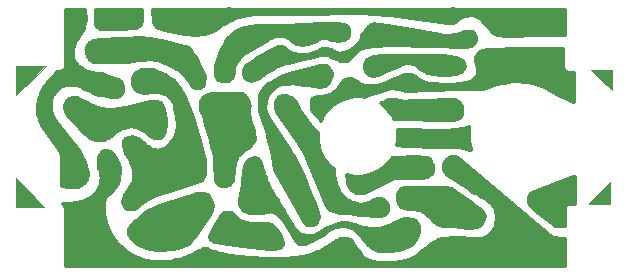
<source format=gbr>
G04 #@! TF.GenerationSoftware,KiCad,Pcbnew,(5.1.9)-1*
G04 #@! TF.CreationDate,2021-09-22T21:38:01-04:00*
G04 #@! TF.ProjectId,Transroc,5472616e-7372-46f6-932e-6b696361645f,3*
G04 #@! TF.SameCoordinates,Original*
G04 #@! TF.FileFunction,Copper,L2,Bot*
G04 #@! TF.FilePolarity,Positive*
%FSLAX46Y46*%
G04 Gerber Fmt 4.6, Leading zero omitted, Abs format (unit mm)*
G04 Created by KiCad (PCBNEW (5.1.9)-1) date 2021-09-22 21:38:01*
%MOMM*%
%LPD*%
G01*
G04 APERTURE LIST*
G04 #@! TA.AperFunction,NonConductor*
%ADD10C,0.100000*%
G04 #@! TD*
G04 #@! TA.AperFunction,ComponentPad*
%ADD11C,1.524000*%
G04 #@! TD*
G04 #@! TA.AperFunction,ComponentPad*
%ADD12C,1.397000*%
G04 #@! TD*
G04 #@! TA.AperFunction,ComponentPad*
%ADD13C,1.778000*%
G04 #@! TD*
G04 #@! TA.AperFunction,ComponentPad*
%ADD14C,2.032000*%
G04 #@! TD*
G04 #@! TA.AperFunction,Conductor*
%ADD15C,0.254000*%
G04 #@! TD*
G04 #@! TA.AperFunction,Conductor*
%ADD16C,0.100000*%
G04 #@! TD*
G04 APERTURE END LIST*
D10*
G36*
X90762000Y-36645000D02*
G01*
X90759000Y-38382000D01*
X89207000Y-36852000D01*
X89017000Y-36639000D01*
X90762000Y-36645000D01*
G37*
X90762000Y-36645000D02*
X90759000Y-38382000D01*
X89207000Y-36852000D01*
X89017000Y-36639000D01*
X90762000Y-36645000D01*
G36*
X40344000Y-45823000D02*
G01*
X42744000Y-48280000D01*
X40304000Y-48280000D01*
X40296000Y-45768000D01*
X40344000Y-45823000D01*
G37*
X40344000Y-45823000D02*
X42744000Y-48280000D01*
X40304000Y-48280000D01*
X40296000Y-45768000D01*
X40344000Y-45823000D01*
G36*
X40323000Y-38757394D02*
G01*
X40323000Y-38772000D01*
X40299000Y-38780000D01*
X40323000Y-38757394D01*
X40323000Y-36331000D01*
X42899000Y-36331000D01*
X40323000Y-38757394D01*
G37*
X40323000Y-38757394D02*
X40323000Y-38772000D01*
X40299000Y-38780000D01*
X40323000Y-38757394D01*
X40323000Y-36331000D01*
X42899000Y-36331000D01*
X40323000Y-38757394D01*
G36*
X90651000Y-46286000D02*
G01*
X90657000Y-48034000D01*
X88816000Y-48029000D01*
X90646000Y-46150000D01*
X90651000Y-46286000D01*
G37*
X90651000Y-46286000D02*
X90657000Y-48034000D01*
X88816000Y-48029000D01*
X90646000Y-46150000D01*
X90651000Y-46286000D01*
D11*
X67763355Y-51787284D03*
X61450000Y-50900000D03*
D12*
X71930195Y-50578383D03*
X68929300Y-52340280D03*
D13*
X86651000Y-46957300D03*
D12*
X55865299Y-48131071D03*
X58064000Y-49976000D03*
X62540299Y-35500929D03*
X64739000Y-33656000D03*
X79948576Y-35648023D03*
X77544235Y-36236434D03*
X78487320Y-34153880D03*
X57948846Y-36812816D03*
X60679393Y-36548428D03*
X47174513Y-37927368D03*
X46910124Y-35196820D03*
X58744130Y-34700729D03*
X58337197Y-31987761D03*
X56816000Y-39564675D03*
X55422403Y-37201694D03*
X50200000Y-32235400D03*
X52943200Y-32210000D03*
X65169598Y-49022703D03*
X67391300Y-47740003D03*
X69603705Y-46492000D03*
X74949000Y-39879600D03*
X74949000Y-42445000D03*
X74923600Y-44985000D03*
X55335148Y-45712286D03*
X57890786Y-45488697D03*
X60423335Y-45292624D03*
X51966012Y-49373011D03*
X50152000Y-47559000D03*
X48373910Y-45744988D03*
X50056704Y-43110022D03*
X49349584Y-40644001D03*
X48673881Y-38195395D03*
X60534000Y-47853000D03*
X60022363Y-50754638D03*
D14*
X63210000Y-44656600D03*
X63210000Y-39776600D03*
D12*
X68640892Y-38111953D03*
X75903108Y-36166047D03*
X77359916Y-32032714D03*
X70097700Y-33978620D03*
X84970000Y-32312000D03*
X85920559Y-35421138D03*
X84988250Y-36655741D03*
X82765750Y-32806259D03*
X45255000Y-39740200D03*
X45255000Y-32221800D03*
D11*
X47064593Y-52296392D03*
X47764000Y-32268000D03*
D12*
X45234081Y-44833459D03*
X46023589Y-49310986D03*
X52814616Y-51029820D03*
X45369384Y-52076180D03*
X54276000Y-43141800D03*
X54276000Y-50660200D03*
X59679231Y-41804227D03*
X52165411Y-41541839D03*
X66297800Y-39564000D03*
X66170800Y-44669400D03*
X72419200Y-39792600D03*
X72470000Y-44796400D03*
X70795839Y-48267912D03*
X76048804Y-47341672D03*
X82599967Y-51880534D03*
X79050033Y-49205466D03*
X73496220Y-47280600D03*
X73496220Y-37755600D03*
X77405280Y-39970480D03*
X77405280Y-44923480D03*
X73353594Y-50216971D03*
X77626000Y-51772000D03*
X47917000Y-44282000D03*
X46440986Y-41385160D03*
X67597000Y-33455000D03*
X76350887Y-39815072D03*
X70601527Y-36352491D03*
X66124000Y-37142000D03*
X49997411Y-34943732D03*
X55223000Y-32507000D03*
X57197040Y-32060920D03*
X51913338Y-39894330D03*
X59275000Y-39225000D03*
X61659632Y-36060487D03*
X78205800Y-42322000D03*
X81660200Y-37064200D03*
X83209600Y-37064200D03*
X84606600Y-47554400D03*
X85749600Y-48672000D03*
D15*
X51701034Y-33990201D02*
X51986236Y-34037735D01*
X52567837Y-34141411D01*
X53024078Y-34237197D01*
X54255648Y-34528617D01*
X54545625Y-34603611D01*
X54712122Y-34656698D01*
X54830623Y-34706507D01*
X54905962Y-34743085D01*
X54947776Y-34771798D01*
X55001565Y-34818032D01*
X55097731Y-34910352D01*
X55153734Y-34967273D01*
X55205698Y-35029806D01*
X55265796Y-35116891D01*
X55563010Y-35558965D01*
X56188738Y-36817991D01*
X56280193Y-37010527D01*
X56318233Y-37144786D01*
X56335382Y-37260541D01*
X56328923Y-37361738D01*
X56294623Y-37606735D01*
X56264235Y-37751660D01*
X56214657Y-37891382D01*
X56170148Y-37972307D01*
X56125252Y-38024386D01*
X56012136Y-38105342D01*
X55927608Y-38156275D01*
X55880240Y-38173819D01*
X55803979Y-38188247D01*
X55744714Y-38192480D01*
X55623438Y-38192480D01*
X55490982Y-38168594D01*
X55386049Y-38129245D01*
X55284794Y-38078617D01*
X55219370Y-38021123D01*
X55187494Y-37984997D01*
X55162077Y-37954959D01*
X55130030Y-37913755D01*
X55048052Y-37796998D01*
X54702612Y-37304238D01*
X54696413Y-37296112D01*
X54549093Y-37118312D01*
X54404432Y-36943196D01*
X54392832Y-36930918D01*
X54220112Y-36770898D01*
X54208157Y-36761104D01*
X54118971Y-36696692D01*
X54011910Y-36612039D01*
X53998481Y-36602758D01*
X53909581Y-36549418D01*
X53900140Y-36544284D01*
X53770600Y-36480784D01*
X53425385Y-36310715D01*
X53423963Y-36310025D01*
X53089477Y-36150384D01*
X52869272Y-36041547D01*
X52863638Y-36038932D01*
X52513118Y-35886532D01*
X52504660Y-35883209D01*
X52324320Y-35819709D01*
X52316131Y-35817133D01*
X52224691Y-35791733D01*
X52202933Y-35787691D01*
X52045453Y-35772451D01*
X52044548Y-35772366D01*
X51874368Y-35757126D01*
X51863040Y-35756620D01*
X51748740Y-35756620D01*
X51739692Y-35756943D01*
X51601974Y-35766780D01*
X51413460Y-35766780D01*
X51409298Y-35766848D01*
X51254358Y-35771928D01*
X51250142Y-35772137D01*
X50942802Y-35792457D01*
X50935030Y-35793211D01*
X50835970Y-35805911D01*
X50831545Y-35806558D01*
X50663964Y-35834071D01*
X50562823Y-35846406D01*
X50324539Y-35873709D01*
X50255923Y-35876075D01*
X50232327Y-35879119D01*
X50157475Y-35896021D01*
X49878727Y-35940820D01*
X49784732Y-35953188D01*
X49642389Y-35970076D01*
X47279660Y-36000400D01*
X46981509Y-35978405D01*
X46879458Y-35960657D01*
X46771903Y-35926239D01*
X46628484Y-35849178D01*
X46558543Y-35779237D01*
X46505434Y-35717957D01*
X46469220Y-35647660D01*
X46463697Y-35638003D01*
X46372916Y-35494266D01*
X46333437Y-35428994D01*
X46258363Y-35199676D01*
X46233046Y-35102673D01*
X46220893Y-34957425D01*
X46219329Y-34877536D01*
X46231583Y-34787671D01*
X46271963Y-34668776D01*
X46310955Y-34575629D01*
X46364013Y-34498252D01*
X46401709Y-34445034D01*
X46456098Y-34386616D01*
X46546724Y-34320912D01*
X46598161Y-34285130D01*
X46657831Y-34253000D01*
X46659297Y-34252198D01*
X46745801Y-34204140D01*
X46804117Y-34178222D01*
X46884592Y-34150631D01*
X46966232Y-34127305D01*
X47064682Y-34106208D01*
X47146958Y-34094109D01*
X47152144Y-34093236D01*
X47296266Y-34065903D01*
X47473584Y-34041612D01*
X48030018Y-34008881D01*
X48030417Y-34008857D01*
X48643694Y-33970844D01*
X49800489Y-33925181D01*
X49801538Y-33925135D01*
X50695954Y-33882424D01*
X51701034Y-33990201D01*
G04 #@! TA.AperFunction,Conductor*
D16*
G36*
X51701034Y-33990201D02*
G01*
X51986236Y-34037735D01*
X52567837Y-34141411D01*
X53024078Y-34237197D01*
X54255648Y-34528617D01*
X54545625Y-34603611D01*
X54712122Y-34656698D01*
X54830623Y-34706507D01*
X54905962Y-34743085D01*
X54947776Y-34771798D01*
X55001565Y-34818032D01*
X55097731Y-34910352D01*
X55153734Y-34967273D01*
X55205698Y-35029806D01*
X55265796Y-35116891D01*
X55563010Y-35558965D01*
X56188738Y-36817991D01*
X56280193Y-37010527D01*
X56318233Y-37144786D01*
X56335382Y-37260541D01*
X56328923Y-37361738D01*
X56294623Y-37606735D01*
X56264235Y-37751660D01*
X56214657Y-37891382D01*
X56170148Y-37972307D01*
X56125252Y-38024386D01*
X56012136Y-38105342D01*
X55927608Y-38156275D01*
X55880240Y-38173819D01*
X55803979Y-38188247D01*
X55744714Y-38192480D01*
X55623438Y-38192480D01*
X55490982Y-38168594D01*
X55386049Y-38129245D01*
X55284794Y-38078617D01*
X55219370Y-38021123D01*
X55187494Y-37984997D01*
X55162077Y-37954959D01*
X55130030Y-37913755D01*
X55048052Y-37796998D01*
X54702612Y-37304238D01*
X54696413Y-37296112D01*
X54549093Y-37118312D01*
X54404432Y-36943196D01*
X54392832Y-36930918D01*
X54220112Y-36770898D01*
X54208157Y-36761104D01*
X54118971Y-36696692D01*
X54011910Y-36612039D01*
X53998481Y-36602758D01*
X53909581Y-36549418D01*
X53900140Y-36544284D01*
X53770600Y-36480784D01*
X53425385Y-36310715D01*
X53423963Y-36310025D01*
X53089477Y-36150384D01*
X52869272Y-36041547D01*
X52863638Y-36038932D01*
X52513118Y-35886532D01*
X52504660Y-35883209D01*
X52324320Y-35819709D01*
X52316131Y-35817133D01*
X52224691Y-35791733D01*
X52202933Y-35787691D01*
X52045453Y-35772451D01*
X52044548Y-35772366D01*
X51874368Y-35757126D01*
X51863040Y-35756620D01*
X51748740Y-35756620D01*
X51739692Y-35756943D01*
X51601974Y-35766780D01*
X51413460Y-35766780D01*
X51409298Y-35766848D01*
X51254358Y-35771928D01*
X51250142Y-35772137D01*
X50942802Y-35792457D01*
X50935030Y-35793211D01*
X50835970Y-35805911D01*
X50831545Y-35806558D01*
X50663964Y-35834071D01*
X50562823Y-35846406D01*
X50324539Y-35873709D01*
X50255923Y-35876075D01*
X50232327Y-35879119D01*
X50157475Y-35896021D01*
X49878727Y-35940820D01*
X49784732Y-35953188D01*
X49642389Y-35970076D01*
X47279660Y-36000400D01*
X46981509Y-35978405D01*
X46879458Y-35960657D01*
X46771903Y-35926239D01*
X46628484Y-35849178D01*
X46558543Y-35779237D01*
X46505434Y-35717957D01*
X46469220Y-35647660D01*
X46463697Y-35638003D01*
X46372916Y-35494266D01*
X46333437Y-35428994D01*
X46258363Y-35199676D01*
X46233046Y-35102673D01*
X46220893Y-34957425D01*
X46219329Y-34877536D01*
X46231583Y-34787671D01*
X46271963Y-34668776D01*
X46310955Y-34575629D01*
X46364013Y-34498252D01*
X46401709Y-34445034D01*
X46456098Y-34386616D01*
X46546724Y-34320912D01*
X46598161Y-34285130D01*
X46657831Y-34253000D01*
X46659297Y-34252198D01*
X46745801Y-34204140D01*
X46804117Y-34178222D01*
X46884592Y-34150631D01*
X46966232Y-34127305D01*
X47064682Y-34106208D01*
X47146958Y-34094109D01*
X47152144Y-34093236D01*
X47296266Y-34065903D01*
X47473584Y-34041612D01*
X48030018Y-34008881D01*
X48030417Y-34008857D01*
X48643694Y-33970844D01*
X49800489Y-33925181D01*
X49801538Y-33925135D01*
X50695954Y-33882424D01*
X51701034Y-33990201D01*
G37*
G04 #@! TD.AperFunction*
D15*
X66865623Y-32650886D02*
X66868930Y-32650983D01*
X67052930Y-32653983D01*
X67054044Y-32653996D01*
X67216976Y-32655223D01*
X67358007Y-32671955D01*
X67492078Y-32691818D01*
X67640617Y-32716994D01*
X67641886Y-32717203D01*
X67753646Y-32734983D01*
X67757669Y-32735557D01*
X67973369Y-32762829D01*
X68079232Y-32785353D01*
X68170265Y-32817865D01*
X68286125Y-32876849D01*
X68381896Y-32968266D01*
X68443982Y-33034358D01*
X68487857Y-33130466D01*
X68523766Y-33215748D01*
X68551441Y-33330705D01*
X68553481Y-33381716D01*
X68553681Y-33385378D01*
X68558460Y-33454674D01*
X68558460Y-33508243D01*
X68556495Y-33549508D01*
X68545505Y-33606656D01*
X68545463Y-33606877D01*
X68535977Y-33656676D01*
X68515663Y-33737935D01*
X68468068Y-33821702D01*
X68381799Y-33914441D01*
X68310151Y-33974894D01*
X68239272Y-34025838D01*
X68171454Y-34062830D01*
X68080525Y-34094655D01*
X67998789Y-34121900D01*
X67631249Y-34187187D01*
X67551283Y-34189237D01*
X67276272Y-34154861D01*
X67272753Y-34154471D01*
X67205729Y-34147985D01*
X67102728Y-34118229D01*
X67097689Y-34116885D01*
X66973229Y-34086405D01*
X66970570Y-34085784D01*
X66874432Y-34064420D01*
X66804313Y-34025236D01*
X66796889Y-34021402D01*
X66641949Y-33947742D01*
X66618524Y-33939308D01*
X66604891Y-33936647D01*
X66513451Y-33923947D01*
X66504428Y-33923021D01*
X66428228Y-33917941D01*
X66419780Y-33917660D01*
X66356280Y-33917660D01*
X66334969Y-33919461D01*
X66215589Y-33939781D01*
X66190462Y-33946775D01*
X66119342Y-33974715D01*
X66103517Y-33982230D01*
X66068831Y-34001741D01*
X66021772Y-34021909D01*
X66012650Y-34026255D01*
X65965261Y-34051197D01*
X65750311Y-34159936D01*
X65749716Y-34160238D01*
X65549898Y-34262645D01*
X65247734Y-34395302D01*
X65097329Y-34441394D01*
X65097191Y-34441436D01*
X65006053Y-34469479D01*
X64887472Y-34489615D01*
X64659404Y-34499320D01*
X64539717Y-34499320D01*
X64171048Y-34487193D01*
X64072237Y-34459526D01*
X64013412Y-34428012D01*
X64010236Y-34426368D01*
X63974421Y-34408460D01*
X63914734Y-34364248D01*
X63911665Y-34362045D01*
X63853245Y-34321405D01*
X63848030Y-34317964D01*
X63821417Y-34301331D01*
X63794631Y-34272759D01*
X63784335Y-34262942D01*
X63647175Y-34146102D01*
X63638942Y-34139654D01*
X63564124Y-34085878D01*
X63534397Y-34058275D01*
X63530231Y-34054574D01*
X63479431Y-34011394D01*
X63469705Y-34003905D01*
X63414771Y-33965690D01*
X63379996Y-33937870D01*
X63353880Y-33921729D01*
X63321283Y-33906684D01*
X63283939Y-33889110D01*
X63233189Y-33859122D01*
X63210616Y-33848619D01*
X63190905Y-33843438D01*
X63048665Y-33818038D01*
X63038495Y-33816643D01*
X62906415Y-33803943D01*
X62898793Y-33803441D01*
X62832025Y-33801056D01*
X62617919Y-33778650D01*
X62608327Y-33778012D01*
X62519427Y-33775472D01*
X62497839Y-33776696D01*
X62231139Y-33814796D01*
X62207699Y-33820458D01*
X62134039Y-33845858D01*
X62127085Y-33848486D01*
X62042952Y-33883129D01*
X61948655Y-33917870D01*
X61942532Y-33920309D01*
X61906972Y-33935549D01*
X61904447Y-33936663D01*
X61820627Y-33974763D01*
X61809874Y-33980283D01*
X61710614Y-34037357D01*
X61649488Y-34069143D01*
X61639705Y-34074798D01*
X61553885Y-34129628D01*
X61488724Y-34162208D01*
X61481142Y-34166326D01*
X59692982Y-35217886D01*
X59671931Y-35233388D01*
X59420471Y-35461988D01*
X59409895Y-35472822D01*
X59196535Y-35719202D01*
X59191455Y-35725458D01*
X59054295Y-35905798D01*
X59051902Y-35909051D01*
X58957922Y-36041131D01*
X58946089Y-36061540D01*
X58885129Y-36193620D01*
X58877856Y-36213640D01*
X58811816Y-36457480D01*
X58808000Y-36478348D01*
X58798068Y-36580151D01*
X58775141Y-36750012D01*
X58774370Y-36757312D01*
X58760914Y-36933198D01*
X58737735Y-37054640D01*
X58701960Y-37157492D01*
X58671344Y-37225788D01*
X58635755Y-37303641D01*
X58597106Y-37358853D01*
X58495436Y-37451682D01*
X58443557Y-37490111D01*
X58352487Y-37530093D01*
X58347860Y-37532236D01*
X58253100Y-37578460D01*
X58131084Y-37614851D01*
X57964691Y-37628342D01*
X57832287Y-37621722D01*
X57695374Y-37589124D01*
X57554523Y-37525741D01*
X57472520Y-37487894D01*
X57393876Y-37419332D01*
X57311102Y-37323823D01*
X57271872Y-37245365D01*
X57222876Y-37128708D01*
X57179997Y-36983393D01*
X57155790Y-36884367D01*
X57151320Y-36772609D01*
X57151320Y-36623561D01*
X57163495Y-36392904D01*
X57184002Y-36257618D01*
X57204262Y-36192573D01*
X57277654Y-35956947D01*
X57277873Y-35956239D01*
X57322481Y-35810024D01*
X57442435Y-35487647D01*
X57615104Y-35061384D01*
X57792608Y-34707222D01*
X57916458Y-34472160D01*
X57917236Y-34470659D01*
X58043414Y-34223250D01*
X58147823Y-34066637D01*
X58282605Y-33899998D01*
X58419136Y-33741525D01*
X58535446Y-33632484D01*
X58668539Y-33511490D01*
X58839675Y-33390972D01*
X59066345Y-33248700D01*
X59349745Y-33132433D01*
X59661159Y-33026994D01*
X60262595Y-32902730D01*
X60341790Y-32893680D01*
X60638734Y-32878832D01*
X61391842Y-32886414D01*
X61397600Y-32886341D01*
X61612632Y-32878752D01*
X62208622Y-32866071D01*
X62210435Y-32866020D01*
X62853055Y-32843160D01*
X62855317Y-32843059D01*
X63520778Y-32807500D01*
X64330331Y-32764358D01*
X65297349Y-32723748D01*
X65297689Y-32723733D01*
X65652669Y-32707873D01*
X65656183Y-32707668D01*
X66056183Y-32678668D01*
X66060355Y-32678296D01*
X66385440Y-32643921D01*
X66633047Y-32641031D01*
X66865623Y-32650886D01*
G04 #@! TA.AperFunction,Conductor*
D16*
G36*
X66865623Y-32650886D02*
G01*
X66868930Y-32650983D01*
X67052930Y-32653983D01*
X67054044Y-32653996D01*
X67216976Y-32655223D01*
X67358007Y-32671955D01*
X67492078Y-32691818D01*
X67640617Y-32716994D01*
X67641886Y-32717203D01*
X67753646Y-32734983D01*
X67757669Y-32735557D01*
X67973369Y-32762829D01*
X68079232Y-32785353D01*
X68170265Y-32817865D01*
X68286125Y-32876849D01*
X68381896Y-32968266D01*
X68443982Y-33034358D01*
X68487857Y-33130466D01*
X68523766Y-33215748D01*
X68551441Y-33330705D01*
X68553481Y-33381716D01*
X68553681Y-33385378D01*
X68558460Y-33454674D01*
X68558460Y-33508243D01*
X68556495Y-33549508D01*
X68545505Y-33606656D01*
X68545463Y-33606877D01*
X68535977Y-33656676D01*
X68515663Y-33737935D01*
X68468068Y-33821702D01*
X68381799Y-33914441D01*
X68310151Y-33974894D01*
X68239272Y-34025838D01*
X68171454Y-34062830D01*
X68080525Y-34094655D01*
X67998789Y-34121900D01*
X67631249Y-34187187D01*
X67551283Y-34189237D01*
X67276272Y-34154861D01*
X67272753Y-34154471D01*
X67205729Y-34147985D01*
X67102728Y-34118229D01*
X67097689Y-34116885D01*
X66973229Y-34086405D01*
X66970570Y-34085784D01*
X66874432Y-34064420D01*
X66804313Y-34025236D01*
X66796889Y-34021402D01*
X66641949Y-33947742D01*
X66618524Y-33939308D01*
X66604891Y-33936647D01*
X66513451Y-33923947D01*
X66504428Y-33923021D01*
X66428228Y-33917941D01*
X66419780Y-33917660D01*
X66356280Y-33917660D01*
X66334969Y-33919461D01*
X66215589Y-33939781D01*
X66190462Y-33946775D01*
X66119342Y-33974715D01*
X66103517Y-33982230D01*
X66068831Y-34001741D01*
X66021772Y-34021909D01*
X66012650Y-34026255D01*
X65965261Y-34051197D01*
X65750311Y-34159936D01*
X65749716Y-34160238D01*
X65549898Y-34262645D01*
X65247734Y-34395302D01*
X65097329Y-34441394D01*
X65097191Y-34441436D01*
X65006053Y-34469479D01*
X64887472Y-34489615D01*
X64659404Y-34499320D01*
X64539717Y-34499320D01*
X64171048Y-34487193D01*
X64072237Y-34459526D01*
X64013412Y-34428012D01*
X64010236Y-34426368D01*
X63974421Y-34408460D01*
X63914734Y-34364248D01*
X63911665Y-34362045D01*
X63853245Y-34321405D01*
X63848030Y-34317964D01*
X63821417Y-34301331D01*
X63794631Y-34272759D01*
X63784335Y-34262942D01*
X63647175Y-34146102D01*
X63638942Y-34139654D01*
X63564124Y-34085878D01*
X63534397Y-34058275D01*
X63530231Y-34054574D01*
X63479431Y-34011394D01*
X63469705Y-34003905D01*
X63414771Y-33965690D01*
X63379996Y-33937870D01*
X63353880Y-33921729D01*
X63321283Y-33906684D01*
X63283939Y-33889110D01*
X63233189Y-33859122D01*
X63210616Y-33848619D01*
X63190905Y-33843438D01*
X63048665Y-33818038D01*
X63038495Y-33816643D01*
X62906415Y-33803943D01*
X62898793Y-33803441D01*
X62832025Y-33801056D01*
X62617919Y-33778650D01*
X62608327Y-33778012D01*
X62519427Y-33775472D01*
X62497839Y-33776696D01*
X62231139Y-33814796D01*
X62207699Y-33820458D01*
X62134039Y-33845858D01*
X62127085Y-33848486D01*
X62042952Y-33883129D01*
X61948655Y-33917870D01*
X61942532Y-33920309D01*
X61906972Y-33935549D01*
X61904447Y-33936663D01*
X61820627Y-33974763D01*
X61809874Y-33980283D01*
X61710614Y-34037357D01*
X61649488Y-34069143D01*
X61639705Y-34074798D01*
X61553885Y-34129628D01*
X61488724Y-34162208D01*
X61481142Y-34166326D01*
X59692982Y-35217886D01*
X59671931Y-35233388D01*
X59420471Y-35461988D01*
X59409895Y-35472822D01*
X59196535Y-35719202D01*
X59191455Y-35725458D01*
X59054295Y-35905798D01*
X59051902Y-35909051D01*
X58957922Y-36041131D01*
X58946089Y-36061540D01*
X58885129Y-36193620D01*
X58877856Y-36213640D01*
X58811816Y-36457480D01*
X58808000Y-36478348D01*
X58798068Y-36580151D01*
X58775141Y-36750012D01*
X58774370Y-36757312D01*
X58760914Y-36933198D01*
X58737735Y-37054640D01*
X58701960Y-37157492D01*
X58671344Y-37225788D01*
X58635755Y-37303641D01*
X58597106Y-37358853D01*
X58495436Y-37451682D01*
X58443557Y-37490111D01*
X58352487Y-37530093D01*
X58347860Y-37532236D01*
X58253100Y-37578460D01*
X58131084Y-37614851D01*
X57964691Y-37628342D01*
X57832287Y-37621722D01*
X57695374Y-37589124D01*
X57554523Y-37525741D01*
X57472520Y-37487894D01*
X57393876Y-37419332D01*
X57311102Y-37323823D01*
X57271872Y-37245365D01*
X57222876Y-37128708D01*
X57179997Y-36983393D01*
X57155790Y-36884367D01*
X57151320Y-36772609D01*
X57151320Y-36623561D01*
X57163495Y-36392904D01*
X57184002Y-36257618D01*
X57204262Y-36192573D01*
X57277654Y-35956947D01*
X57277873Y-35956239D01*
X57322481Y-35810024D01*
X57442435Y-35487647D01*
X57615104Y-35061384D01*
X57792608Y-34707222D01*
X57916458Y-34472160D01*
X57917236Y-34470659D01*
X58043414Y-34223250D01*
X58147823Y-34066637D01*
X58282605Y-33899998D01*
X58419136Y-33741525D01*
X58535446Y-33632484D01*
X58668539Y-33511490D01*
X58839675Y-33390972D01*
X59066345Y-33248700D01*
X59349745Y-33132433D01*
X59661159Y-33026994D01*
X60262595Y-32902730D01*
X60341790Y-32893680D01*
X60638734Y-32878832D01*
X61391842Y-32886414D01*
X61397600Y-32886341D01*
X61612632Y-32878752D01*
X62208622Y-32866071D01*
X62210435Y-32866020D01*
X62853055Y-32843160D01*
X62855317Y-32843059D01*
X63520778Y-32807500D01*
X64330331Y-32764358D01*
X65297349Y-32723748D01*
X65297689Y-32723733D01*
X65652669Y-32707873D01*
X65656183Y-32707668D01*
X66056183Y-32678668D01*
X66060355Y-32678296D01*
X66385440Y-32643921D01*
X66633047Y-32641031D01*
X66865623Y-32650886D01*
G37*
G04 #@! TD.AperFunction*
D15*
X75113006Y-35355295D02*
X75538056Y-35360325D01*
X76296172Y-35415920D01*
X76298116Y-35416047D01*
X77123788Y-35463876D01*
X77434931Y-35518924D01*
X77591433Y-35578205D01*
X77598539Y-35580659D01*
X77751336Y-35628408D01*
X77902752Y-35704116D01*
X78002853Y-35770850D01*
X78010290Y-35775447D01*
X78100220Y-35826836D01*
X78186120Y-35919021D01*
X78257757Y-36016707D01*
X78299524Y-36108594D01*
X78332468Y-36219055D01*
X78315379Y-36348941D01*
X78312830Y-36368313D01*
X78269845Y-36470659D01*
X78267045Y-36477945D01*
X78256605Y-36507824D01*
X78240815Y-36544390D01*
X78220530Y-36584960D01*
X78211099Y-36597534D01*
X78193563Y-36615741D01*
X78192138Y-36617246D01*
X78167952Y-36643191D01*
X78104433Y-36711330D01*
X77975241Y-36810531D01*
X77791295Y-36926349D01*
X77565168Y-36984510D01*
X77263801Y-37032346D01*
X77041450Y-37040047D01*
X76809275Y-37045029D01*
X76807032Y-37045097D01*
X76530837Y-37055909D01*
X76101149Y-37040177D01*
X75789249Y-37016413D01*
X75549634Y-36995958D01*
X75306340Y-36952354D01*
X75220166Y-36936909D01*
X75114258Y-36904285D01*
X75041532Y-36865133D01*
X74882764Y-36752774D01*
X74878464Y-36749860D01*
X74562613Y-36545188D01*
X74343073Y-36393007D01*
X74185327Y-36272820D01*
X74162727Y-36259065D01*
X74017947Y-36190485D01*
X74015325Y-36189280D01*
X73850225Y-36115620D01*
X73825767Y-36107566D01*
X73698767Y-36079626D01*
X73675711Y-36076730D01*
X73523311Y-36071650D01*
X73513399Y-36071707D01*
X73343219Y-36079327D01*
X73322985Y-36081872D01*
X73060085Y-36136672D01*
X73030220Y-36146905D01*
X72761860Y-36278103D01*
X72126529Y-36566346D01*
X72124693Y-36567197D01*
X71328568Y-36943803D01*
X71022211Y-37042069D01*
X71020656Y-37042578D01*
X70827309Y-37107354D01*
X70683002Y-37146137D01*
X70580673Y-37153114D01*
X70471666Y-37130620D01*
X70470159Y-37130319D01*
X70275963Y-37092690D01*
X70155572Y-37038722D01*
X70100867Y-36996781D01*
X69923790Y-36796707D01*
X69864936Y-36683359D01*
X69773751Y-36463580D01*
X69762722Y-36393731D01*
X69767251Y-36244296D01*
X69780980Y-36139040D01*
X69801857Y-36043006D01*
X69847549Y-35951622D01*
X69889570Y-35886256D01*
X69890173Y-35885309D01*
X69950825Y-35789102D01*
X70032778Y-35729500D01*
X70221786Y-35642084D01*
X70385877Y-35575957D01*
X70565634Y-35514397D01*
X70719235Y-35468797D01*
X70918385Y-35431917D01*
X70919500Y-35431705D01*
X71094006Y-35397773D01*
X71435781Y-35377960D01*
X71762163Y-35360386D01*
X72130788Y-35361000D01*
X72133174Y-35360981D01*
X72424202Y-35355998D01*
X72673847Y-35355306D01*
X73050001Y-35367929D01*
X73054260Y-35368000D01*
X73712120Y-35368000D01*
X73714841Y-35367971D01*
X74070441Y-35360351D01*
X74070798Y-35360343D01*
X74487850Y-35350233D01*
X75113006Y-35355295D01*
G04 #@! TA.AperFunction,Conductor*
D16*
G36*
X75113006Y-35355295D02*
G01*
X75538056Y-35360325D01*
X76296172Y-35415920D01*
X76298116Y-35416047D01*
X77123788Y-35463876D01*
X77434931Y-35518924D01*
X77591433Y-35578205D01*
X77598539Y-35580659D01*
X77751336Y-35628408D01*
X77902752Y-35704116D01*
X78002853Y-35770850D01*
X78010290Y-35775447D01*
X78100220Y-35826836D01*
X78186120Y-35919021D01*
X78257757Y-36016707D01*
X78299524Y-36108594D01*
X78332468Y-36219055D01*
X78315379Y-36348941D01*
X78312830Y-36368313D01*
X78269845Y-36470659D01*
X78267045Y-36477945D01*
X78256605Y-36507824D01*
X78240815Y-36544390D01*
X78220530Y-36584960D01*
X78211099Y-36597534D01*
X78193563Y-36615741D01*
X78192138Y-36617246D01*
X78167952Y-36643191D01*
X78104433Y-36711330D01*
X77975241Y-36810531D01*
X77791295Y-36926349D01*
X77565168Y-36984510D01*
X77263801Y-37032346D01*
X77041450Y-37040047D01*
X76809275Y-37045029D01*
X76807032Y-37045097D01*
X76530837Y-37055909D01*
X76101149Y-37040177D01*
X75789249Y-37016413D01*
X75549634Y-36995958D01*
X75306340Y-36952354D01*
X75220166Y-36936909D01*
X75114258Y-36904285D01*
X75041532Y-36865133D01*
X74882764Y-36752774D01*
X74878464Y-36749860D01*
X74562613Y-36545188D01*
X74343073Y-36393007D01*
X74185327Y-36272820D01*
X74162727Y-36259065D01*
X74017947Y-36190485D01*
X74015325Y-36189280D01*
X73850225Y-36115620D01*
X73825767Y-36107566D01*
X73698767Y-36079626D01*
X73675711Y-36076730D01*
X73523311Y-36071650D01*
X73513399Y-36071707D01*
X73343219Y-36079327D01*
X73322985Y-36081872D01*
X73060085Y-36136672D01*
X73030220Y-36146905D01*
X72761860Y-36278103D01*
X72126529Y-36566346D01*
X72124693Y-36567197D01*
X71328568Y-36943803D01*
X71022211Y-37042069D01*
X71020656Y-37042578D01*
X70827309Y-37107354D01*
X70683002Y-37146137D01*
X70580673Y-37153114D01*
X70471666Y-37130620D01*
X70470159Y-37130319D01*
X70275963Y-37092690D01*
X70155572Y-37038722D01*
X70100867Y-36996781D01*
X69923790Y-36796707D01*
X69864936Y-36683359D01*
X69773751Y-36463580D01*
X69762722Y-36393731D01*
X69767251Y-36244296D01*
X69780980Y-36139040D01*
X69801857Y-36043006D01*
X69847549Y-35951622D01*
X69889570Y-35886256D01*
X69890173Y-35885309D01*
X69950825Y-35789102D01*
X70032778Y-35729500D01*
X70221786Y-35642084D01*
X70385877Y-35575957D01*
X70565634Y-35514397D01*
X70719235Y-35468797D01*
X70918385Y-35431917D01*
X70919500Y-35431705D01*
X71094006Y-35397773D01*
X71435781Y-35377960D01*
X71762163Y-35360386D01*
X72130788Y-35361000D01*
X72133174Y-35360981D01*
X72424202Y-35355998D01*
X72673847Y-35355306D01*
X73050001Y-35367929D01*
X73054260Y-35368000D01*
X73712120Y-35368000D01*
X73714841Y-35367971D01*
X74070441Y-35360351D01*
X74070798Y-35360343D01*
X74487850Y-35350233D01*
X75113006Y-35355295D01*
G37*
G04 #@! TD.AperFunction*
D15*
X74783597Y-43991205D02*
X74897597Y-43998330D01*
X74983600Y-44011231D01*
X75096813Y-44047544D01*
X75281567Y-44148934D01*
X75363245Y-44222235D01*
X75435602Y-44307747D01*
X75505503Y-44419152D01*
X75613439Y-44700724D01*
X75640807Y-44860372D01*
X75650311Y-44983919D01*
X75654815Y-45112283D01*
X75627732Y-45260199D01*
X75551342Y-45406613D01*
X75514573Y-45451123D01*
X75470821Y-45496777D01*
X75335070Y-45579608D01*
X75332682Y-45581101D01*
X75237605Y-45642048D01*
X75152601Y-45687996D01*
X75035096Y-45738989D01*
X74775142Y-45792372D01*
X74495700Y-45796971D01*
X74211172Y-45789095D01*
X74025782Y-45779181D01*
X74023292Y-45779073D01*
X73816292Y-45772073D01*
X73815235Y-45772041D01*
X73658349Y-45768044D01*
X73480566Y-45763050D01*
X73477804Y-45763003D01*
X73319804Y-45762003D01*
X73311181Y-45762241D01*
X73071166Y-45777046D01*
X72838851Y-45784540D01*
X72518320Y-45784540D01*
X72505636Y-45785175D01*
X72431316Y-45792635D01*
X72410768Y-45796425D01*
X72335228Y-45816905D01*
X72328299Y-45818997D01*
X72267339Y-45839317D01*
X72253794Y-45844715D01*
X72139494Y-45898055D01*
X72137129Y-45899188D01*
X71977109Y-45977928D01*
X71175599Y-46371074D01*
X70310454Y-46777007D01*
X70305904Y-46779254D01*
X69777401Y-47053506D01*
X69665265Y-47074038D01*
X69411796Y-47074860D01*
X69339353Y-47074860D01*
X69123114Y-47036165D01*
X69028049Y-46996026D01*
X68844240Y-46894447D01*
X68727250Y-46820204D01*
X68610321Y-46703275D01*
X68503169Y-46567695D01*
X68450145Y-46421879D01*
X68391859Y-46237307D01*
X68340692Y-45996091D01*
X68270469Y-45501541D01*
X68911786Y-45629107D01*
X69576734Y-45629107D01*
X70228906Y-45499382D01*
X70843238Y-45244917D01*
X71396122Y-44875491D01*
X71866311Y-44405302D01*
X72139821Y-43995966D01*
X72223252Y-43993827D01*
X74254630Y-43978611D01*
X74783597Y-43991205D01*
G04 #@! TA.AperFunction,Conductor*
D16*
G36*
X74783597Y-43991205D02*
G01*
X74897597Y-43998330D01*
X74983600Y-44011231D01*
X75096813Y-44047544D01*
X75281567Y-44148934D01*
X75363245Y-44222235D01*
X75435602Y-44307747D01*
X75505503Y-44419152D01*
X75613439Y-44700724D01*
X75640807Y-44860372D01*
X75650311Y-44983919D01*
X75654815Y-45112283D01*
X75627732Y-45260199D01*
X75551342Y-45406613D01*
X75514573Y-45451123D01*
X75470821Y-45496777D01*
X75335070Y-45579608D01*
X75332682Y-45581101D01*
X75237605Y-45642048D01*
X75152601Y-45687996D01*
X75035096Y-45738989D01*
X74775142Y-45792372D01*
X74495700Y-45796971D01*
X74211172Y-45789095D01*
X74025782Y-45779181D01*
X74023292Y-45779073D01*
X73816292Y-45772073D01*
X73815235Y-45772041D01*
X73658349Y-45768044D01*
X73480566Y-45763050D01*
X73477804Y-45763003D01*
X73319804Y-45762003D01*
X73311181Y-45762241D01*
X73071166Y-45777046D01*
X72838851Y-45784540D01*
X72518320Y-45784540D01*
X72505636Y-45785175D01*
X72431316Y-45792635D01*
X72410768Y-45796425D01*
X72335228Y-45816905D01*
X72328299Y-45818997D01*
X72267339Y-45839317D01*
X72253794Y-45844715D01*
X72139494Y-45898055D01*
X72137129Y-45899188D01*
X71977109Y-45977928D01*
X71175599Y-46371074D01*
X70310454Y-46777007D01*
X70305904Y-46779254D01*
X69777401Y-47053506D01*
X69665265Y-47074038D01*
X69411796Y-47074860D01*
X69339353Y-47074860D01*
X69123114Y-47036165D01*
X69028049Y-46996026D01*
X68844240Y-46894447D01*
X68727250Y-46820204D01*
X68610321Y-46703275D01*
X68503169Y-46567695D01*
X68450145Y-46421879D01*
X68391859Y-46237307D01*
X68340692Y-45996091D01*
X68270469Y-45501541D01*
X68911786Y-45629107D01*
X69576734Y-45629107D01*
X70228906Y-45499382D01*
X70843238Y-45244917D01*
X71396122Y-44875491D01*
X71866311Y-44405302D01*
X72139821Y-43995966D01*
X72223252Y-43993827D01*
X74254630Y-43978611D01*
X74783597Y-43991205D01*
G37*
G04 #@! TD.AperFunction*
D15*
X72424549Y-39090458D02*
X72513146Y-39112067D01*
X72659734Y-39162166D01*
X72668981Y-39164939D01*
X72743035Y-39184108D01*
X72749953Y-39185694D01*
X72889653Y-39213634D01*
X72894015Y-39214427D01*
X73048955Y-39239827D01*
X73058022Y-39240980D01*
X73087863Y-39243688D01*
X73160955Y-39251025D01*
X73173401Y-39251660D01*
X73353761Y-39252000D01*
X73363558Y-39251640D01*
X73733460Y-39223723D01*
X74750263Y-39164908D01*
X77069039Y-39106880D01*
X77373301Y-39106880D01*
X77484876Y-39132142D01*
X77562312Y-39162256D01*
X77763876Y-39261880D01*
X77856739Y-39341785D01*
X77952131Y-39439503D01*
X78006513Y-39509113D01*
X78052038Y-39584987D01*
X78080186Y-39647315D01*
X78113970Y-39775695D01*
X78130597Y-39880211D01*
X78136800Y-39923629D01*
X78136800Y-40084429D01*
X78123288Y-40165501D01*
X78123037Y-40167069D01*
X78108689Y-40260328D01*
X78093331Y-40321764D01*
X78056926Y-40435528D01*
X78010893Y-40527594D01*
X77984845Y-40578061D01*
X77983260Y-40580191D01*
X77978981Y-40583841D01*
X77823999Y-40727246D01*
X77817466Y-40732548D01*
X77802871Y-40743275D01*
X77781436Y-40757403D01*
X77771261Y-40762727D01*
X77771259Y-40762727D01*
X77734780Y-40781813D01*
X77718698Y-40790228D01*
X77713436Y-40792504D01*
X77703815Y-40795844D01*
X77633615Y-40814318D01*
X77416702Y-40856108D01*
X77396744Y-40859952D01*
X77383449Y-40862124D01*
X77374984Y-40863389D01*
X77373406Y-40863519D01*
X77369937Y-40863777D01*
X77360861Y-40864056D01*
X77356000Y-40864194D01*
X72296751Y-40801763D01*
X72235737Y-40654462D01*
X71866311Y-40101578D01*
X71396122Y-39631389D01*
X71120104Y-39446959D01*
X71197688Y-39408803D01*
X71200569Y-39407341D01*
X71356907Y-39325450D01*
X71550264Y-39239785D01*
X71676197Y-39192869D01*
X71678602Y-39191945D01*
X71792526Y-39146850D01*
X71965167Y-39104281D01*
X72045496Y-39090510D01*
X72179544Y-39076400D01*
X72244142Y-39076400D01*
X72424549Y-39090458D01*
G04 #@! TA.AperFunction,Conductor*
D16*
G36*
X72424549Y-39090458D02*
G01*
X72513146Y-39112067D01*
X72659734Y-39162166D01*
X72668981Y-39164939D01*
X72743035Y-39184108D01*
X72749953Y-39185694D01*
X72889653Y-39213634D01*
X72894015Y-39214427D01*
X73048955Y-39239827D01*
X73058022Y-39240980D01*
X73087863Y-39243688D01*
X73160955Y-39251025D01*
X73173401Y-39251660D01*
X73353761Y-39252000D01*
X73363558Y-39251640D01*
X73733460Y-39223723D01*
X74750263Y-39164908D01*
X77069039Y-39106880D01*
X77373301Y-39106880D01*
X77484876Y-39132142D01*
X77562312Y-39162256D01*
X77763876Y-39261880D01*
X77856739Y-39341785D01*
X77952131Y-39439503D01*
X78006513Y-39509113D01*
X78052038Y-39584987D01*
X78080186Y-39647315D01*
X78113970Y-39775695D01*
X78130597Y-39880211D01*
X78136800Y-39923629D01*
X78136800Y-40084429D01*
X78123288Y-40165501D01*
X78123037Y-40167069D01*
X78108689Y-40260328D01*
X78093331Y-40321764D01*
X78056926Y-40435528D01*
X78010893Y-40527594D01*
X77984845Y-40578061D01*
X77983260Y-40580191D01*
X77978981Y-40583841D01*
X77823999Y-40727246D01*
X77817466Y-40732548D01*
X77802871Y-40743275D01*
X77781436Y-40757403D01*
X77771261Y-40762727D01*
X77771259Y-40762727D01*
X77734780Y-40781813D01*
X77718698Y-40790228D01*
X77713436Y-40792504D01*
X77703815Y-40795844D01*
X77633615Y-40814318D01*
X77416702Y-40856108D01*
X77396744Y-40859952D01*
X77383449Y-40862124D01*
X77374984Y-40863389D01*
X77373406Y-40863519D01*
X77369937Y-40863777D01*
X77360861Y-40864056D01*
X77356000Y-40864194D01*
X72296751Y-40801763D01*
X72235737Y-40654462D01*
X71866311Y-40101578D01*
X71396122Y-39631389D01*
X71120104Y-39446959D01*
X71197688Y-39408803D01*
X71200569Y-39407341D01*
X71356907Y-39325450D01*
X71550264Y-39239785D01*
X71676197Y-39192869D01*
X71678602Y-39191945D01*
X71792526Y-39146850D01*
X71965167Y-39104281D01*
X72045496Y-39090510D01*
X72179544Y-39076400D01*
X72244142Y-39076400D01*
X72424549Y-39090458D01*
G37*
G04 #@! TD.AperFunction*
D15*
X48075695Y-43459800D02*
X48288230Y-43532792D01*
X48566935Y-43754849D01*
X48685090Y-43940190D01*
X48686742Y-43942714D01*
X48805033Y-44118892D01*
X48924632Y-44309274D01*
X49005119Y-44477147D01*
X49105349Y-44861364D01*
X49119963Y-45177991D01*
X49129668Y-45415761D01*
X49098320Y-45659311D01*
X49073444Y-45808564D01*
X49048096Y-45949130D01*
X48949264Y-46186798D01*
X48847039Y-46374211D01*
X48746144Y-46542369D01*
X48600058Y-46724378D01*
X48385195Y-46949120D01*
X48208588Y-47115420D01*
X48130002Y-47179847D01*
X48117455Y-47191643D01*
X48051415Y-47262763D01*
X48044280Y-47271148D01*
X47913815Y-47438676D01*
X47897206Y-47466861D01*
X47839711Y-47601593D01*
X47834495Y-47616241D01*
X47796395Y-47748321D01*
X47791794Y-47773780D01*
X47779094Y-47938880D01*
X47778738Y-47946504D01*
X47776225Y-48097254D01*
X47771215Y-48215001D01*
X47771145Y-48223769D01*
X47774928Y-48366342D01*
X47775360Y-48373975D01*
X47796977Y-48622562D01*
X47797178Y-48624669D01*
X47825118Y-48893909D01*
X47825917Y-48900111D01*
X47861477Y-49131251D01*
X47863061Y-49139653D01*
X47954501Y-49548593D01*
X47956796Y-49557373D01*
X48025376Y-49785973D01*
X48030528Y-49800062D01*
X48198168Y-50186142D01*
X48202078Y-50194334D01*
X48382418Y-50539774D01*
X48387433Y-50548515D01*
X48537293Y-50787275D01*
X48542337Y-50794714D01*
X48763317Y-51096974D01*
X48769001Y-51104186D01*
X48982361Y-51355646D01*
X48994348Y-51367974D01*
X49243268Y-51591494D01*
X49243867Y-51592029D01*
X49490247Y-51810469D01*
X49498300Y-51817040D01*
X49843740Y-52076120D01*
X49850850Y-52081083D01*
X50081990Y-52230943D01*
X50092430Y-52237026D01*
X50399770Y-52397046D01*
X50412089Y-52402647D01*
X50846429Y-52572827D01*
X50851408Y-52574659D01*
X51234948Y-52706739D01*
X51252978Y-52711500D01*
X51484118Y-52754680D01*
X51491688Y-52755859D01*
X51796488Y-52793959D01*
X51802763Y-52794586D01*
X52176143Y-52822526D01*
X52179627Y-52822739D01*
X52502207Y-52837979D01*
X52508200Y-52838120D01*
X52726640Y-52838120D01*
X52736588Y-52837730D01*
X53092188Y-52809790D01*
X53323120Y-52792026D01*
X53335272Y-52790499D01*
X53640072Y-52737159D01*
X53646479Y-52735867D01*
X53823346Y-52695440D01*
X53976969Y-52662701D01*
X54161902Y-52624701D01*
X54166784Y-52623597D01*
X54372524Y-52572797D01*
X54375755Y-52571954D01*
X54578955Y-52516074D01*
X54593366Y-52511164D01*
X54816886Y-52419724D01*
X54818441Y-52419076D01*
X55003861Y-52340336D01*
X55008710Y-52338156D01*
X55211910Y-52241636D01*
X55216101Y-52239550D01*
X55518361Y-52082070D01*
X55519306Y-52081573D01*
X55839346Y-51911393D01*
X55844112Y-51908726D01*
X56057730Y-51783068D01*
X56158685Y-51729226D01*
X56214382Y-51712348D01*
X56266718Y-51710808D01*
X56340603Y-51728780D01*
X56470512Y-51768217D01*
X56553530Y-51807420D01*
X56563324Y-51811553D01*
X56774144Y-51890293D01*
X56780773Y-51892562D01*
X57016993Y-51966222D01*
X57017822Y-51966478D01*
X57192755Y-52019718D01*
X57387849Y-52080527D01*
X57390969Y-52081456D01*
X57578929Y-52134796D01*
X57588080Y-52137030D01*
X57786200Y-52177670D01*
X57788549Y-52178128D01*
X58034929Y-52223848D01*
X58037964Y-52224374D01*
X58385944Y-52280254D01*
X58392645Y-52281147D01*
X60063965Y-52458947D01*
X60067923Y-52459306D01*
X60441202Y-52487238D01*
X61223234Y-52548176D01*
X61229303Y-52548503D01*
X61823663Y-52566283D01*
X61828762Y-52566333D01*
X62819281Y-52556174D01*
X63083441Y-52553634D01*
X63089397Y-52553437D01*
X63358637Y-52538197D01*
X63362087Y-52537955D01*
X63694827Y-52510015D01*
X63696472Y-52509866D01*
X63958092Y-52484466D01*
X63961011Y-52484148D01*
X64171831Y-52458748D01*
X64179493Y-52457587D01*
X64386230Y-52419769D01*
X64610715Y-52384457D01*
X64622053Y-52382140D01*
X64893833Y-52313560D01*
X64899935Y-52311857D01*
X65273315Y-52197557D01*
X65275129Y-52196987D01*
X65668829Y-52069987D01*
X65670509Y-52069432D01*
X65849059Y-52009077D01*
X66030172Y-51953737D01*
X66040227Y-51950197D01*
X66141827Y-51909557D01*
X66151456Y-51905232D01*
X66263216Y-51849352D01*
X66279367Y-51839720D01*
X66881561Y-51417172D01*
X67166205Y-51235806D01*
X67167614Y-51234894D01*
X67398428Y-51083500D01*
X67651830Y-50951926D01*
X67778761Y-50899794D01*
X67900525Y-50872735D01*
X68025394Y-50854896D01*
X68185364Y-50864038D01*
X68282048Y-50877528D01*
X68375581Y-50902025D01*
X68579203Y-50976920D01*
X68673259Y-51034172D01*
X68751908Y-51110574D01*
X68844686Y-51201089D01*
X68889829Y-51274178D01*
X68894715Y-51281507D01*
X68961995Y-51375218D01*
X69060333Y-51547310D01*
X69062042Y-51550210D01*
X69146242Y-51688892D01*
X69207822Y-51807126D01*
X69219010Y-51824860D01*
X69528890Y-52236340D01*
X69530950Y-52239000D01*
X69619850Y-52350760D01*
X69636589Y-52368126D01*
X69743269Y-52459566D01*
X69743565Y-52459818D01*
X69880725Y-52576658D01*
X69902014Y-52591335D01*
X70059494Y-52677695D01*
X70071406Y-52683442D01*
X70277146Y-52769802D01*
X70287793Y-52773722D01*
X70455433Y-52827062D01*
X70470932Y-52830939D01*
X70663972Y-52866499D01*
X70672501Y-52867772D01*
X70827441Y-52885552D01*
X70839160Y-52886350D01*
X70956000Y-52888890D01*
X70960058Y-52888913D01*
X72451038Y-52873673D01*
X72462201Y-52873067D01*
X72642541Y-52855287D01*
X72646114Y-52854884D01*
X72785814Y-52837104D01*
X72791154Y-52836309D01*
X72999434Y-52800749D01*
X73004670Y-52799741D01*
X73182470Y-52761641D01*
X73184269Y-52761242D01*
X73339209Y-52725682D01*
X73346547Y-52723765D01*
X73537047Y-52667885D01*
X73546386Y-52664747D01*
X73747046Y-52588547D01*
X73757640Y-52583964D01*
X73965920Y-52482364D01*
X73978168Y-52475527D01*
X74255028Y-52300267D01*
X74264428Y-52293704D01*
X74734328Y-51933024D01*
X74735762Y-51931907D01*
X75220392Y-51548770D01*
X75487912Y-51341254D01*
X75818198Y-51123511D01*
X76078672Y-51006417D01*
X76349771Y-50922448D01*
X76778538Y-50853052D01*
X77291196Y-50785751D01*
X77546591Y-50778099D01*
X77785944Y-50790595D01*
X78140550Y-50834057D01*
X78144677Y-50834494D01*
X78535677Y-50869494D01*
X78543457Y-50869951D01*
X78972195Y-50881916D01*
X79467874Y-50905852D01*
X79489752Y-50905019D01*
X79841752Y-50861019D01*
X79858498Y-50857772D01*
X79960498Y-50830772D01*
X79983825Y-50822072D01*
X80005536Y-50808584D01*
X80091199Y-50742550D01*
X80161286Y-50704115D01*
X80174520Y-50695757D01*
X80295216Y-50608689D01*
X80303899Y-50601831D01*
X80373703Y-50541579D01*
X80377072Y-50538565D01*
X80516772Y-50409025D01*
X80530588Y-50393972D01*
X80665208Y-50221252D01*
X80672487Y-50210886D01*
X80789327Y-50025466D01*
X80802534Y-49997403D01*
X80860954Y-49819603D01*
X80862513Y-49814499D01*
X80928553Y-49580819D01*
X80932160Y-49563549D01*
X80967720Y-49304469D01*
X80968865Y-49290176D01*
X80976485Y-48965056D01*
X80973886Y-48936349D01*
X80928166Y-48715369D01*
X80927254Y-48711301D01*
X80873914Y-48490321D01*
X80864436Y-48464098D01*
X80790776Y-48314238D01*
X80783695Y-48301686D01*
X80697335Y-48167066D01*
X80683903Y-48149654D01*
X80512042Y-47962849D01*
X80441476Y-47872816D01*
X80425150Y-47855583D01*
X80303230Y-47748903D01*
X80289716Y-47738590D01*
X80101756Y-47614130D01*
X80094650Y-47609753D01*
X79934630Y-47518313D01*
X79732604Y-47402148D01*
X79248369Y-47113128D01*
X79240998Y-47109053D01*
X79118532Y-47046570D01*
X79034340Y-46999797D01*
X78958049Y-46947347D01*
X78957259Y-46946808D01*
X78870899Y-46888388D01*
X78865773Y-46885097D01*
X78810447Y-46851421D01*
X78742323Y-46804438D01*
X78658446Y-46740297D01*
X78650776Y-46734869D01*
X76855187Y-45561413D01*
X76737382Y-45456945D01*
X76679188Y-45378607D01*
X76678840Y-45378140D01*
X76635924Y-45320919D01*
X76577843Y-45230312D01*
X76511749Y-45104962D01*
X76481158Y-45011150D01*
X76472536Y-44929238D01*
X76461166Y-44795069D01*
X76483655Y-44637643D01*
X76502111Y-44561770D01*
X76526694Y-44508822D01*
X76576071Y-44428878D01*
X76576922Y-44427481D01*
X76621655Y-44352926D01*
X76685477Y-44291231D01*
X76779129Y-44202262D01*
X76897573Y-44121720D01*
X76902360Y-44118300D01*
X77006303Y-44040343D01*
X77103451Y-43988530D01*
X77176188Y-43962974D01*
X77287038Y-43947760D01*
X77388759Y-43943521D01*
X77543996Y-43971945D01*
X77715507Y-44036262D01*
X77797765Y-44085827D01*
X77909260Y-44173599D01*
X85523936Y-50595238D01*
X85625858Y-50689320D01*
X85641553Y-50701670D01*
X85737553Y-50765670D01*
X85759522Y-50777383D01*
X85772659Y-50781984D01*
X85879659Y-50812984D01*
X85896252Y-50816609D01*
X85963252Y-50826609D01*
X85964582Y-50826800D01*
X86029582Y-50835800D01*
X86037260Y-50836626D01*
X86206260Y-50849626D01*
X86215495Y-50849999D01*
X86678315Y-50851839D01*
X86681642Y-50851809D01*
X86823600Y-50848654D01*
X86823601Y-53249600D01*
X44456400Y-53249600D01*
X44456400Y-48395300D01*
X44458366Y-48375340D01*
X44450519Y-48295672D01*
X44427281Y-48219065D01*
X44389544Y-48148464D01*
X44338758Y-48086582D01*
X44276876Y-48035796D01*
X44206275Y-47998059D01*
X44189700Y-47993031D01*
X44189700Y-47959281D01*
X44401168Y-47925638D01*
X44600189Y-47923211D01*
X44609575Y-47922748D01*
X45021055Y-47887188D01*
X45023317Y-47886972D01*
X45363677Y-47851412D01*
X45364855Y-47851284D01*
X45565515Y-47828424D01*
X45585679Y-47824453D01*
X45702519Y-47791433D01*
X45713868Y-47787640D01*
X45917068Y-47708900D01*
X45918610Y-47708291D01*
X46113465Y-47629843D01*
X46432831Y-47505645D01*
X46443596Y-47500872D01*
X46641716Y-47401812D01*
X46665655Y-47386255D01*
X46924735Y-47172895D01*
X46939577Y-47158490D01*
X47099597Y-46975610D01*
X47107725Y-46965289D01*
X47211865Y-46817969D01*
X47217626Y-46809052D01*
X47293826Y-46679512D01*
X47303876Y-46658071D01*
X47362296Y-46495511D01*
X47367041Y-46478793D01*
X47415225Y-46250553D01*
X47447996Y-46099304D01*
X47478288Y-45968037D01*
X47481140Y-45949550D01*
X47498920Y-45726030D01*
X47497054Y-45692075D01*
X47474383Y-45573680D01*
X47446627Y-45414716D01*
X47445731Y-45410089D01*
X47412711Y-45255149D01*
X47408983Y-45241459D01*
X47360723Y-45096679D01*
X47359083Y-45092059D01*
X47294884Y-44921684D01*
X47263684Y-44812486D01*
X47252463Y-44711492D01*
X47245119Y-44603789D01*
X47240280Y-44499736D01*
X47242679Y-44319816D01*
X47258636Y-44187599D01*
X47295813Y-44043536D01*
X47371128Y-43829360D01*
X47405377Y-43771565D01*
X47415613Y-43749837D01*
X47433070Y-43701345D01*
X47469115Y-43648136D01*
X47508547Y-43611990D01*
X47651873Y-43530404D01*
X47821417Y-43468752D01*
X47865467Y-43465081D01*
X47871705Y-43464406D01*
X47937631Y-43455616D01*
X48075695Y-43459800D01*
G04 #@! TA.AperFunction,Conductor*
D16*
G36*
X48075695Y-43459800D02*
G01*
X48288230Y-43532792D01*
X48566935Y-43754849D01*
X48685090Y-43940190D01*
X48686742Y-43942714D01*
X48805033Y-44118892D01*
X48924632Y-44309274D01*
X49005119Y-44477147D01*
X49105349Y-44861364D01*
X49119963Y-45177991D01*
X49129668Y-45415761D01*
X49098320Y-45659311D01*
X49073444Y-45808564D01*
X49048096Y-45949130D01*
X48949264Y-46186798D01*
X48847039Y-46374211D01*
X48746144Y-46542369D01*
X48600058Y-46724378D01*
X48385195Y-46949120D01*
X48208588Y-47115420D01*
X48130002Y-47179847D01*
X48117455Y-47191643D01*
X48051415Y-47262763D01*
X48044280Y-47271148D01*
X47913815Y-47438676D01*
X47897206Y-47466861D01*
X47839711Y-47601593D01*
X47834495Y-47616241D01*
X47796395Y-47748321D01*
X47791794Y-47773780D01*
X47779094Y-47938880D01*
X47778738Y-47946504D01*
X47776225Y-48097254D01*
X47771215Y-48215001D01*
X47771145Y-48223769D01*
X47774928Y-48366342D01*
X47775360Y-48373975D01*
X47796977Y-48622562D01*
X47797178Y-48624669D01*
X47825118Y-48893909D01*
X47825917Y-48900111D01*
X47861477Y-49131251D01*
X47863061Y-49139653D01*
X47954501Y-49548593D01*
X47956796Y-49557373D01*
X48025376Y-49785973D01*
X48030528Y-49800062D01*
X48198168Y-50186142D01*
X48202078Y-50194334D01*
X48382418Y-50539774D01*
X48387433Y-50548515D01*
X48537293Y-50787275D01*
X48542337Y-50794714D01*
X48763317Y-51096974D01*
X48769001Y-51104186D01*
X48982361Y-51355646D01*
X48994348Y-51367974D01*
X49243268Y-51591494D01*
X49243867Y-51592029D01*
X49490247Y-51810469D01*
X49498300Y-51817040D01*
X49843740Y-52076120D01*
X49850850Y-52081083D01*
X50081990Y-52230943D01*
X50092430Y-52237026D01*
X50399770Y-52397046D01*
X50412089Y-52402647D01*
X50846429Y-52572827D01*
X50851408Y-52574659D01*
X51234948Y-52706739D01*
X51252978Y-52711500D01*
X51484118Y-52754680D01*
X51491688Y-52755859D01*
X51796488Y-52793959D01*
X51802763Y-52794586D01*
X52176143Y-52822526D01*
X52179627Y-52822739D01*
X52502207Y-52837979D01*
X52508200Y-52838120D01*
X52726640Y-52838120D01*
X52736588Y-52837730D01*
X53092188Y-52809790D01*
X53323120Y-52792026D01*
X53335272Y-52790499D01*
X53640072Y-52737159D01*
X53646479Y-52735867D01*
X53823346Y-52695440D01*
X53976969Y-52662701D01*
X54161902Y-52624701D01*
X54166784Y-52623597D01*
X54372524Y-52572797D01*
X54375755Y-52571954D01*
X54578955Y-52516074D01*
X54593366Y-52511164D01*
X54816886Y-52419724D01*
X54818441Y-52419076D01*
X55003861Y-52340336D01*
X55008710Y-52338156D01*
X55211910Y-52241636D01*
X55216101Y-52239550D01*
X55518361Y-52082070D01*
X55519306Y-52081573D01*
X55839346Y-51911393D01*
X55844112Y-51908726D01*
X56057730Y-51783068D01*
X56158685Y-51729226D01*
X56214382Y-51712348D01*
X56266718Y-51710808D01*
X56340603Y-51728780D01*
X56470512Y-51768217D01*
X56553530Y-51807420D01*
X56563324Y-51811553D01*
X56774144Y-51890293D01*
X56780773Y-51892562D01*
X57016993Y-51966222D01*
X57017822Y-51966478D01*
X57192755Y-52019718D01*
X57387849Y-52080527D01*
X57390969Y-52081456D01*
X57578929Y-52134796D01*
X57588080Y-52137030D01*
X57786200Y-52177670D01*
X57788549Y-52178128D01*
X58034929Y-52223848D01*
X58037964Y-52224374D01*
X58385944Y-52280254D01*
X58392645Y-52281147D01*
X60063965Y-52458947D01*
X60067923Y-52459306D01*
X60441202Y-52487238D01*
X61223234Y-52548176D01*
X61229303Y-52548503D01*
X61823663Y-52566283D01*
X61828762Y-52566333D01*
X62819281Y-52556174D01*
X63083441Y-52553634D01*
X63089397Y-52553437D01*
X63358637Y-52538197D01*
X63362087Y-52537955D01*
X63694827Y-52510015D01*
X63696472Y-52509866D01*
X63958092Y-52484466D01*
X63961011Y-52484148D01*
X64171831Y-52458748D01*
X64179493Y-52457587D01*
X64386230Y-52419769D01*
X64610715Y-52384457D01*
X64622053Y-52382140D01*
X64893833Y-52313560D01*
X64899935Y-52311857D01*
X65273315Y-52197557D01*
X65275129Y-52196987D01*
X65668829Y-52069987D01*
X65670509Y-52069432D01*
X65849059Y-52009077D01*
X66030172Y-51953737D01*
X66040227Y-51950197D01*
X66141827Y-51909557D01*
X66151456Y-51905232D01*
X66263216Y-51849352D01*
X66279367Y-51839720D01*
X66881561Y-51417172D01*
X67166205Y-51235806D01*
X67167614Y-51234894D01*
X67398428Y-51083500D01*
X67651830Y-50951926D01*
X67778761Y-50899794D01*
X67900525Y-50872735D01*
X68025394Y-50854896D01*
X68185364Y-50864038D01*
X68282048Y-50877528D01*
X68375581Y-50902025D01*
X68579203Y-50976920D01*
X68673259Y-51034172D01*
X68751908Y-51110574D01*
X68844686Y-51201089D01*
X68889829Y-51274178D01*
X68894715Y-51281507D01*
X68961995Y-51375218D01*
X69060333Y-51547310D01*
X69062042Y-51550210D01*
X69146242Y-51688892D01*
X69207822Y-51807126D01*
X69219010Y-51824860D01*
X69528890Y-52236340D01*
X69530950Y-52239000D01*
X69619850Y-52350760D01*
X69636589Y-52368126D01*
X69743269Y-52459566D01*
X69743565Y-52459818D01*
X69880725Y-52576658D01*
X69902014Y-52591335D01*
X70059494Y-52677695D01*
X70071406Y-52683442D01*
X70277146Y-52769802D01*
X70287793Y-52773722D01*
X70455433Y-52827062D01*
X70470932Y-52830939D01*
X70663972Y-52866499D01*
X70672501Y-52867772D01*
X70827441Y-52885552D01*
X70839160Y-52886350D01*
X70956000Y-52888890D01*
X70960058Y-52888913D01*
X72451038Y-52873673D01*
X72462201Y-52873067D01*
X72642541Y-52855287D01*
X72646114Y-52854884D01*
X72785814Y-52837104D01*
X72791154Y-52836309D01*
X72999434Y-52800749D01*
X73004670Y-52799741D01*
X73182470Y-52761641D01*
X73184269Y-52761242D01*
X73339209Y-52725682D01*
X73346547Y-52723765D01*
X73537047Y-52667885D01*
X73546386Y-52664747D01*
X73747046Y-52588547D01*
X73757640Y-52583964D01*
X73965920Y-52482364D01*
X73978168Y-52475527D01*
X74255028Y-52300267D01*
X74264428Y-52293704D01*
X74734328Y-51933024D01*
X74735762Y-51931907D01*
X75220392Y-51548770D01*
X75487912Y-51341254D01*
X75818198Y-51123511D01*
X76078672Y-51006417D01*
X76349771Y-50922448D01*
X76778538Y-50853052D01*
X77291196Y-50785751D01*
X77546591Y-50778099D01*
X77785944Y-50790595D01*
X78140550Y-50834057D01*
X78144677Y-50834494D01*
X78535677Y-50869494D01*
X78543457Y-50869951D01*
X78972195Y-50881916D01*
X79467874Y-50905852D01*
X79489752Y-50905019D01*
X79841752Y-50861019D01*
X79858498Y-50857772D01*
X79960498Y-50830772D01*
X79983825Y-50822072D01*
X80005536Y-50808584D01*
X80091199Y-50742550D01*
X80161286Y-50704115D01*
X80174520Y-50695757D01*
X80295216Y-50608689D01*
X80303899Y-50601831D01*
X80373703Y-50541579D01*
X80377072Y-50538565D01*
X80516772Y-50409025D01*
X80530588Y-50393972D01*
X80665208Y-50221252D01*
X80672487Y-50210886D01*
X80789327Y-50025466D01*
X80802534Y-49997403D01*
X80860954Y-49819603D01*
X80862513Y-49814499D01*
X80928553Y-49580819D01*
X80932160Y-49563549D01*
X80967720Y-49304469D01*
X80968865Y-49290176D01*
X80976485Y-48965056D01*
X80973886Y-48936349D01*
X80928166Y-48715369D01*
X80927254Y-48711301D01*
X80873914Y-48490321D01*
X80864436Y-48464098D01*
X80790776Y-48314238D01*
X80783695Y-48301686D01*
X80697335Y-48167066D01*
X80683903Y-48149654D01*
X80512042Y-47962849D01*
X80441476Y-47872816D01*
X80425150Y-47855583D01*
X80303230Y-47748903D01*
X80289716Y-47738590D01*
X80101756Y-47614130D01*
X80094650Y-47609753D01*
X79934630Y-47518313D01*
X79732604Y-47402148D01*
X79248369Y-47113128D01*
X79240998Y-47109053D01*
X79118532Y-47046570D01*
X79034340Y-46999797D01*
X78958049Y-46947347D01*
X78957259Y-46946808D01*
X78870899Y-46888388D01*
X78865773Y-46885097D01*
X78810447Y-46851421D01*
X78742323Y-46804438D01*
X78658446Y-46740297D01*
X78650776Y-46734869D01*
X76855187Y-45561413D01*
X76737382Y-45456945D01*
X76679188Y-45378607D01*
X76678840Y-45378140D01*
X76635924Y-45320919D01*
X76577843Y-45230312D01*
X76511749Y-45104962D01*
X76481158Y-45011150D01*
X76472536Y-44929238D01*
X76461166Y-44795069D01*
X76483655Y-44637643D01*
X76502111Y-44561770D01*
X76526694Y-44508822D01*
X76576071Y-44428878D01*
X76576922Y-44427481D01*
X76621655Y-44352926D01*
X76685477Y-44291231D01*
X76779129Y-44202262D01*
X76897573Y-44121720D01*
X76902360Y-44118300D01*
X77006303Y-44040343D01*
X77103451Y-43988530D01*
X77176188Y-43962974D01*
X77287038Y-43947760D01*
X77388759Y-43943521D01*
X77543996Y-43971945D01*
X77715507Y-44036262D01*
X77797765Y-44085827D01*
X77909260Y-44173599D01*
X85523936Y-50595238D01*
X85625858Y-50689320D01*
X85641553Y-50701670D01*
X85737553Y-50765670D01*
X85759522Y-50777383D01*
X85772659Y-50781984D01*
X85879659Y-50812984D01*
X85896252Y-50816609D01*
X85963252Y-50826609D01*
X85964582Y-50826800D01*
X86029582Y-50835800D01*
X86037260Y-50836626D01*
X86206260Y-50849626D01*
X86215495Y-50849999D01*
X86678315Y-50851839D01*
X86681642Y-50851809D01*
X86823600Y-50848654D01*
X86823601Y-53249600D01*
X44456400Y-53249600D01*
X44456400Y-48395300D01*
X44458366Y-48375340D01*
X44450519Y-48295672D01*
X44427281Y-48219065D01*
X44389544Y-48148464D01*
X44338758Y-48086582D01*
X44276876Y-48035796D01*
X44206275Y-47998059D01*
X44189700Y-47993031D01*
X44189700Y-47959281D01*
X44401168Y-47925638D01*
X44600189Y-47923211D01*
X44609575Y-47922748D01*
X45021055Y-47887188D01*
X45023317Y-47886972D01*
X45363677Y-47851412D01*
X45364855Y-47851284D01*
X45565515Y-47828424D01*
X45585679Y-47824453D01*
X45702519Y-47791433D01*
X45713868Y-47787640D01*
X45917068Y-47708900D01*
X45918610Y-47708291D01*
X46113465Y-47629843D01*
X46432831Y-47505645D01*
X46443596Y-47500872D01*
X46641716Y-47401812D01*
X46665655Y-47386255D01*
X46924735Y-47172895D01*
X46939577Y-47158490D01*
X47099597Y-46975610D01*
X47107725Y-46965289D01*
X47211865Y-46817969D01*
X47217626Y-46809052D01*
X47293826Y-46679512D01*
X47303876Y-46658071D01*
X47362296Y-46495511D01*
X47367041Y-46478793D01*
X47415225Y-46250553D01*
X47447996Y-46099304D01*
X47478288Y-45968037D01*
X47481140Y-45949550D01*
X47498920Y-45726030D01*
X47497054Y-45692075D01*
X47474383Y-45573680D01*
X47446627Y-45414716D01*
X47445731Y-45410089D01*
X47412711Y-45255149D01*
X47408983Y-45241459D01*
X47360723Y-45096679D01*
X47359083Y-45092059D01*
X47294884Y-44921684D01*
X47263684Y-44812486D01*
X47252463Y-44711492D01*
X47245119Y-44603789D01*
X47240280Y-44499736D01*
X47242679Y-44319816D01*
X47258636Y-44187599D01*
X47295813Y-44043536D01*
X47371128Y-43829360D01*
X47405377Y-43771565D01*
X47415613Y-43749837D01*
X47433070Y-43701345D01*
X47469115Y-43648136D01*
X47508547Y-43611990D01*
X47651873Y-43530404D01*
X47821417Y-43468752D01*
X47865467Y-43465081D01*
X47871705Y-43464406D01*
X47937631Y-43455616D01*
X48075695Y-43459800D01*
G37*
G04 #@! TD.AperFunction*
D15*
X60521058Y-44049243D02*
X60532060Y-44049720D01*
X60573983Y-44049720D01*
X60646029Y-44056925D01*
X60675924Y-44071872D01*
X60694642Y-44079437D01*
X60766253Y-44101943D01*
X60779737Y-44110932D01*
X60830410Y-44147417D01*
X60876880Y-44198883D01*
X60889268Y-44210858D01*
X60936041Y-44250302D01*
X60936049Y-44250309D01*
X60993392Y-44298659D01*
X61010280Y-44337021D01*
X61010528Y-44337579D01*
X61049583Y-44425152D01*
X61068216Y-44494082D01*
X61098719Y-44637483D01*
X61103586Y-44654461D01*
X61142126Y-44760447D01*
X61183774Y-44922138D01*
X61185678Y-44928777D01*
X61248684Y-45127876D01*
X61291405Y-45276143D01*
X61296261Y-45289950D01*
X61365630Y-45455941D01*
X61460282Y-45737405D01*
X61539903Y-45991434D01*
X61542360Y-45998529D01*
X61632429Y-46235752D01*
X61718653Y-46466529D01*
X61730995Y-46491073D01*
X61840306Y-46660009D01*
X61934655Y-46831326D01*
X61938285Y-46837499D01*
X62057665Y-47027999D01*
X62057788Y-47028195D01*
X62200028Y-47254255D01*
X62200995Y-47255768D01*
X62481603Y-47688056D01*
X62630224Y-47937437D01*
X62633650Y-47942867D01*
X62773660Y-48152881D01*
X62993622Y-48532817D01*
X63119195Y-48776428D01*
X63123814Y-48784629D01*
X63288914Y-49053869D01*
X63292414Y-49059264D01*
X63478201Y-49330412D01*
X63590538Y-49517641D01*
X63594447Y-49523753D01*
X63715611Y-49701790D01*
X63778811Y-49816036D01*
X63788827Y-49831406D01*
X63885347Y-49958406D01*
X63885730Y-49958906D01*
X63993494Y-50099250D01*
X64103871Y-50254781D01*
X64116479Y-50269909D01*
X64212999Y-50368969D01*
X64230143Y-50383684D01*
X64319043Y-50447184D01*
X64338493Y-50458615D01*
X64435013Y-50504335D01*
X64439583Y-50506390D01*
X64594523Y-50572430D01*
X64603248Y-50575775D01*
X64803908Y-50644355D01*
X64835839Y-50650851D01*
X65082219Y-50668631D01*
X65100408Y-50668637D01*
X65278208Y-50655937D01*
X65291596Y-50654262D01*
X65489716Y-50618702D01*
X65517308Y-50610431D01*
X65748448Y-50511371D01*
X65751819Y-50509868D01*
X65852525Y-50463200D01*
X65920118Y-50436645D01*
X65947088Y-50422075D01*
X66007879Y-50379015D01*
X66048149Y-50350589D01*
X66146730Y-50288976D01*
X66150648Y-50286426D01*
X66229388Y-50233086D01*
X66231661Y-50231509D01*
X66303369Y-50180619D01*
X66407493Y-50126191D01*
X66411922Y-50123762D01*
X66531302Y-50055182D01*
X66536890Y-50051778D01*
X66689216Y-49953503D01*
X66915419Y-49836753D01*
X67138959Y-49743407D01*
X67582532Y-49583228D01*
X67832479Y-49540784D01*
X68014491Y-49533693D01*
X68176773Y-49541069D01*
X68177531Y-49541101D01*
X68362939Y-49548420D01*
X68575574Y-49582637D01*
X68728602Y-49609356D01*
X68910068Y-49659718D01*
X69061380Y-49718105D01*
X69062507Y-49718534D01*
X69367307Y-49832834D01*
X69381807Y-49837303D01*
X69693248Y-49913264D01*
X69925942Y-49973967D01*
X69940647Y-49976889D01*
X70161627Y-50007369D01*
X70163375Y-50007598D01*
X70430075Y-50040618D01*
X70441200Y-50041501D01*
X70657100Y-50049121D01*
X70661580Y-50049200D01*
X70824140Y-50049200D01*
X70842979Y-50047795D01*
X70995379Y-50024935D01*
X71004155Y-50023301D01*
X71517235Y-49909001D01*
X71539220Y-49901954D01*
X71874500Y-49759714D01*
X71874855Y-49759563D01*
X72367615Y-49548743D01*
X72372722Y-49546423D01*
X72641962Y-49416883D01*
X72651126Y-49412003D01*
X72787811Y-49331878D01*
X72923303Y-49284455D01*
X73077902Y-49245192D01*
X73084884Y-49243205D01*
X73168705Y-49216735D01*
X73330690Y-49200987D01*
X73529064Y-49205710D01*
X73757389Y-49237626D01*
X73882495Y-49256510D01*
X73979862Y-49285513D01*
X74090531Y-49347488D01*
X74200444Y-49420030D01*
X74265545Y-49491431D01*
X74404745Y-49667143D01*
X74442294Y-49772281D01*
X74448720Y-49890092D01*
X74448720Y-49996840D01*
X74433743Y-50228983D01*
X74433480Y-50237160D01*
X74433480Y-50341232D01*
X74406768Y-50505955D01*
X74274206Y-50848206D01*
X74211484Y-50971328D01*
X74093443Y-51154412D01*
X73990720Y-51287485D01*
X73873716Y-51399900D01*
X73762224Y-51482926D01*
X73617103Y-51584511D01*
X73444331Y-51678959D01*
X73213115Y-51748806D01*
X73210851Y-51749513D01*
X72978172Y-51824571D01*
X72704174Y-51895517D01*
X72533379Y-51919916D01*
X72533013Y-51919969D01*
X72291236Y-51955228D01*
X72069135Y-51980183D01*
X71889556Y-51994943D01*
X71640644Y-51999872D01*
X71379824Y-51989936D01*
X71145878Y-51972878D01*
X71006729Y-51945504D01*
X70841464Y-51889640D01*
X70635537Y-51791579D01*
X70519272Y-51734633D01*
X70372771Y-51636966D01*
X70287341Y-51563401D01*
X70164090Y-51457067D01*
X70086987Y-51370618D01*
X69247417Y-50373787D01*
X69233115Y-50359333D01*
X69123895Y-50265353D01*
X69119523Y-50261758D01*
X68941723Y-50122058D01*
X68922608Y-50109640D01*
X68744808Y-50015660D01*
X68723154Y-50006663D01*
X68535194Y-49948243D01*
X68532813Y-49947528D01*
X68436293Y-49919588D01*
X68417014Y-49915596D01*
X68277314Y-49897816D01*
X68266289Y-49896899D01*
X68073249Y-49889279D01*
X68063214Y-49889279D01*
X67806674Y-49899439D01*
X67798305Y-49900048D01*
X67630665Y-49917828D01*
X67628308Y-49918101D01*
X67486068Y-49935881D01*
X67471395Y-49938598D01*
X67275815Y-49986858D01*
X67252164Y-49995248D01*
X67079444Y-50076528D01*
X67076724Y-50077848D01*
X66929404Y-50151508D01*
X66908403Y-50164717D01*
X66813641Y-50238157D01*
X66689055Y-50310034D01*
X66678112Y-50317120D01*
X66305552Y-50586470D01*
X65677915Y-50980627D01*
X65411756Y-51122253D01*
X65124451Y-51233707D01*
X64826549Y-51347903D01*
X64690672Y-51383044D01*
X64538892Y-51410640D01*
X64448271Y-51410640D01*
X64380918Y-51397543D01*
X64301455Y-51365329D01*
X64239201Y-51336147D01*
X64177002Y-51282241D01*
X64088964Y-51203721D01*
X64009371Y-51115031D01*
X63896546Y-50958058D01*
X63893209Y-50953623D01*
X63802207Y-50838026D01*
X63683097Y-50660577D01*
X63050462Y-49544608D01*
X63043578Y-49533780D01*
X62845458Y-49254380D01*
X62832565Y-49238949D01*
X62708388Y-49112238D01*
X62553699Y-48952477D01*
X62539020Y-48939491D01*
X62424720Y-48853131D01*
X62414310Y-48846048D01*
X62264450Y-48754608D01*
X62251520Y-48747709D01*
X62119440Y-48686749D01*
X62095636Y-48678514D01*
X61935616Y-48640414D01*
X61908902Y-48636989D01*
X61789522Y-48634449D01*
X61763877Y-48636510D01*
X61639417Y-48659370D01*
X61637130Y-48659811D01*
X61449318Y-48697881D01*
X61266384Y-48734468D01*
X60887825Y-48764354D01*
X60876161Y-48765820D01*
X60750446Y-48787578D01*
X60651730Y-48794466D01*
X60224061Y-48796945D01*
X60046556Y-48770452D01*
X59894279Y-48711884D01*
X59688879Y-48617840D01*
X59612380Y-48563841D01*
X59536114Y-48509365D01*
X59450054Y-48410066D01*
X59386868Y-48325007D01*
X59386520Y-48324540D01*
X59298880Y-48207687D01*
X59244968Y-48118524D01*
X59208778Y-47990794D01*
X59190663Y-47863989D01*
X59186155Y-47717482D01*
X59209500Y-47563404D01*
X59360884Y-46753501D01*
X59398199Y-46599264D01*
X59398941Y-46596010D01*
X59429421Y-46453770D01*
X59430117Y-46450285D01*
X59442817Y-46381705D01*
X59443574Y-46377160D01*
X59496914Y-46016480D01*
X59497852Y-46008314D01*
X59512420Y-45831261D01*
X59545760Y-45531897D01*
X59546220Y-45526854D01*
X59572467Y-45158000D01*
X59606486Y-44871675D01*
X59665184Y-44702805D01*
X59702569Y-44619023D01*
X59750068Y-44539858D01*
X59820649Y-44436339D01*
X59893609Y-44349257D01*
X59940330Y-44298087D01*
X59967368Y-44274428D01*
X60016433Y-44244563D01*
X60040203Y-44225883D01*
X60048492Y-44217594D01*
X60101176Y-44191252D01*
X60115924Y-44182591D01*
X60171804Y-44144491D01*
X60172209Y-44144213D01*
X60204570Y-44121965D01*
X60248842Y-44100883D01*
X60254005Y-44098279D01*
X60274777Y-44087201D01*
X60324045Y-44078077D01*
X60331722Y-44076408D01*
X60362202Y-44068788D01*
X60371561Y-44066063D01*
X60415876Y-44051291D01*
X60454122Y-44044640D01*
X60468123Y-44044640D01*
X60521058Y-44049243D01*
G04 #@! TA.AperFunction,Conductor*
D16*
G36*
X60521058Y-44049243D02*
G01*
X60532060Y-44049720D01*
X60573983Y-44049720D01*
X60646029Y-44056925D01*
X60675924Y-44071872D01*
X60694642Y-44079437D01*
X60766253Y-44101943D01*
X60779737Y-44110932D01*
X60830410Y-44147417D01*
X60876880Y-44198883D01*
X60889268Y-44210858D01*
X60936041Y-44250302D01*
X60936049Y-44250309D01*
X60993392Y-44298659D01*
X61010280Y-44337021D01*
X61010528Y-44337579D01*
X61049583Y-44425152D01*
X61068216Y-44494082D01*
X61098719Y-44637483D01*
X61103586Y-44654461D01*
X61142126Y-44760447D01*
X61183774Y-44922138D01*
X61185678Y-44928777D01*
X61248684Y-45127876D01*
X61291405Y-45276143D01*
X61296261Y-45289950D01*
X61365630Y-45455941D01*
X61460282Y-45737405D01*
X61539903Y-45991434D01*
X61542360Y-45998529D01*
X61632429Y-46235752D01*
X61718653Y-46466529D01*
X61730995Y-46491073D01*
X61840306Y-46660009D01*
X61934655Y-46831326D01*
X61938285Y-46837499D01*
X62057665Y-47027999D01*
X62057788Y-47028195D01*
X62200028Y-47254255D01*
X62200995Y-47255768D01*
X62481603Y-47688056D01*
X62630224Y-47937437D01*
X62633650Y-47942867D01*
X62773660Y-48152881D01*
X62993622Y-48532817D01*
X63119195Y-48776428D01*
X63123814Y-48784629D01*
X63288914Y-49053869D01*
X63292414Y-49059264D01*
X63478201Y-49330412D01*
X63590538Y-49517641D01*
X63594447Y-49523753D01*
X63715611Y-49701790D01*
X63778811Y-49816036D01*
X63788827Y-49831406D01*
X63885347Y-49958406D01*
X63885730Y-49958906D01*
X63993494Y-50099250D01*
X64103871Y-50254781D01*
X64116479Y-50269909D01*
X64212999Y-50368969D01*
X64230143Y-50383684D01*
X64319043Y-50447184D01*
X64338493Y-50458615D01*
X64435013Y-50504335D01*
X64439583Y-50506390D01*
X64594523Y-50572430D01*
X64603248Y-50575775D01*
X64803908Y-50644355D01*
X64835839Y-50650851D01*
X65082219Y-50668631D01*
X65100408Y-50668637D01*
X65278208Y-50655937D01*
X65291596Y-50654262D01*
X65489716Y-50618702D01*
X65517308Y-50610431D01*
X65748448Y-50511371D01*
X65751819Y-50509868D01*
X65852525Y-50463200D01*
X65920118Y-50436645D01*
X65947088Y-50422075D01*
X66007879Y-50379015D01*
X66048149Y-50350589D01*
X66146730Y-50288976D01*
X66150648Y-50286426D01*
X66229388Y-50233086D01*
X66231661Y-50231509D01*
X66303369Y-50180619D01*
X66407493Y-50126191D01*
X66411922Y-50123762D01*
X66531302Y-50055182D01*
X66536890Y-50051778D01*
X66689216Y-49953503D01*
X66915419Y-49836753D01*
X67138959Y-49743407D01*
X67582532Y-49583228D01*
X67832479Y-49540784D01*
X68014491Y-49533693D01*
X68176773Y-49541069D01*
X68177531Y-49541101D01*
X68362939Y-49548420D01*
X68575574Y-49582637D01*
X68728602Y-49609356D01*
X68910068Y-49659718D01*
X69061380Y-49718105D01*
X69062507Y-49718534D01*
X69367307Y-49832834D01*
X69381807Y-49837303D01*
X69693248Y-49913264D01*
X69925942Y-49973967D01*
X69940647Y-49976889D01*
X70161627Y-50007369D01*
X70163375Y-50007598D01*
X70430075Y-50040618D01*
X70441200Y-50041501D01*
X70657100Y-50049121D01*
X70661580Y-50049200D01*
X70824140Y-50049200D01*
X70842979Y-50047795D01*
X70995379Y-50024935D01*
X71004155Y-50023301D01*
X71517235Y-49909001D01*
X71539220Y-49901954D01*
X71874500Y-49759714D01*
X71874855Y-49759563D01*
X72367615Y-49548743D01*
X72372722Y-49546423D01*
X72641962Y-49416883D01*
X72651126Y-49412003D01*
X72787811Y-49331878D01*
X72923303Y-49284455D01*
X73077902Y-49245192D01*
X73084884Y-49243205D01*
X73168705Y-49216735D01*
X73330690Y-49200987D01*
X73529064Y-49205710D01*
X73757389Y-49237626D01*
X73882495Y-49256510D01*
X73979862Y-49285513D01*
X74090531Y-49347488D01*
X74200444Y-49420030D01*
X74265545Y-49491431D01*
X74404745Y-49667143D01*
X74442294Y-49772281D01*
X74448720Y-49890092D01*
X74448720Y-49996840D01*
X74433743Y-50228983D01*
X74433480Y-50237160D01*
X74433480Y-50341232D01*
X74406768Y-50505955D01*
X74274206Y-50848206D01*
X74211484Y-50971328D01*
X74093443Y-51154412D01*
X73990720Y-51287485D01*
X73873716Y-51399900D01*
X73762224Y-51482926D01*
X73617103Y-51584511D01*
X73444331Y-51678959D01*
X73213115Y-51748806D01*
X73210851Y-51749513D01*
X72978172Y-51824571D01*
X72704174Y-51895517D01*
X72533379Y-51919916D01*
X72533013Y-51919969D01*
X72291236Y-51955228D01*
X72069135Y-51980183D01*
X71889556Y-51994943D01*
X71640644Y-51999872D01*
X71379824Y-51989936D01*
X71145878Y-51972878D01*
X71006729Y-51945504D01*
X70841464Y-51889640D01*
X70635537Y-51791579D01*
X70519272Y-51734633D01*
X70372771Y-51636966D01*
X70287341Y-51563401D01*
X70164090Y-51457067D01*
X70086987Y-51370618D01*
X69247417Y-50373787D01*
X69233115Y-50359333D01*
X69123895Y-50265353D01*
X69119523Y-50261758D01*
X68941723Y-50122058D01*
X68922608Y-50109640D01*
X68744808Y-50015660D01*
X68723154Y-50006663D01*
X68535194Y-49948243D01*
X68532813Y-49947528D01*
X68436293Y-49919588D01*
X68417014Y-49915596D01*
X68277314Y-49897816D01*
X68266289Y-49896899D01*
X68073249Y-49889279D01*
X68063214Y-49889279D01*
X67806674Y-49899439D01*
X67798305Y-49900048D01*
X67630665Y-49917828D01*
X67628308Y-49918101D01*
X67486068Y-49935881D01*
X67471395Y-49938598D01*
X67275815Y-49986858D01*
X67252164Y-49995248D01*
X67079444Y-50076528D01*
X67076724Y-50077848D01*
X66929404Y-50151508D01*
X66908403Y-50164717D01*
X66813641Y-50238157D01*
X66689055Y-50310034D01*
X66678112Y-50317120D01*
X66305552Y-50586470D01*
X65677915Y-50980627D01*
X65411756Y-51122253D01*
X65124451Y-51233707D01*
X64826549Y-51347903D01*
X64690672Y-51383044D01*
X64538892Y-51410640D01*
X64448271Y-51410640D01*
X64380918Y-51397543D01*
X64301455Y-51365329D01*
X64239201Y-51336147D01*
X64177002Y-51282241D01*
X64088964Y-51203721D01*
X64009371Y-51115031D01*
X63896546Y-50958058D01*
X63893209Y-50953623D01*
X63802207Y-50838026D01*
X63683097Y-50660577D01*
X63050462Y-49544608D01*
X63043578Y-49533780D01*
X62845458Y-49254380D01*
X62832565Y-49238949D01*
X62708388Y-49112238D01*
X62553699Y-48952477D01*
X62539020Y-48939491D01*
X62424720Y-48853131D01*
X62414310Y-48846048D01*
X62264450Y-48754608D01*
X62251520Y-48747709D01*
X62119440Y-48686749D01*
X62095636Y-48678514D01*
X61935616Y-48640414D01*
X61908902Y-48636989D01*
X61789522Y-48634449D01*
X61763877Y-48636510D01*
X61639417Y-48659370D01*
X61637130Y-48659811D01*
X61449318Y-48697881D01*
X61266384Y-48734468D01*
X60887825Y-48764354D01*
X60876161Y-48765820D01*
X60750446Y-48787578D01*
X60651730Y-48794466D01*
X60224061Y-48796945D01*
X60046556Y-48770452D01*
X59894279Y-48711884D01*
X59688879Y-48617840D01*
X59612380Y-48563841D01*
X59536114Y-48509365D01*
X59450054Y-48410066D01*
X59386868Y-48325007D01*
X59386520Y-48324540D01*
X59298880Y-48207687D01*
X59244968Y-48118524D01*
X59208778Y-47990794D01*
X59190663Y-47863989D01*
X59186155Y-47717482D01*
X59209500Y-47563404D01*
X59360884Y-46753501D01*
X59398199Y-46599264D01*
X59398941Y-46596010D01*
X59429421Y-46453770D01*
X59430117Y-46450285D01*
X59442817Y-46381705D01*
X59443574Y-46377160D01*
X59496914Y-46016480D01*
X59497852Y-46008314D01*
X59512420Y-45831261D01*
X59545760Y-45531897D01*
X59546220Y-45526854D01*
X59572467Y-45158000D01*
X59606486Y-44871675D01*
X59665184Y-44702805D01*
X59702569Y-44619023D01*
X59750068Y-44539858D01*
X59820649Y-44436339D01*
X59893609Y-44349257D01*
X59940330Y-44298087D01*
X59967368Y-44274428D01*
X60016433Y-44244563D01*
X60040203Y-44225883D01*
X60048492Y-44217594D01*
X60101176Y-44191252D01*
X60115924Y-44182591D01*
X60171804Y-44144491D01*
X60172209Y-44144213D01*
X60204570Y-44121965D01*
X60248842Y-44100883D01*
X60254005Y-44098279D01*
X60274777Y-44087201D01*
X60324045Y-44078077D01*
X60331722Y-44076408D01*
X60362202Y-44068788D01*
X60371561Y-44066063D01*
X60415876Y-44051291D01*
X60454122Y-44044640D01*
X60468123Y-44044640D01*
X60521058Y-44049243D01*
G37*
G04 #@! TD.AperFunction*
D15*
X86823600Y-33653677D02*
X85054616Y-33727204D01*
X84609096Y-33734798D01*
X84609030Y-33734800D01*
X81866310Y-33782962D01*
X81619678Y-33765698D01*
X81293070Y-33733287D01*
X81048884Y-33692186D01*
X80860855Y-33634860D01*
X80715889Y-33555788D01*
X80620244Y-33475021D01*
X79817321Y-32498425D01*
X79809023Y-32489277D01*
X79704883Y-32385137D01*
X79694614Y-32375928D01*
X79539674Y-32251468D01*
X79524132Y-32240780D01*
X79371732Y-32151880D01*
X79353470Y-32143099D01*
X79208690Y-32087219D01*
X79192229Y-32082119D01*
X78999189Y-32036399D01*
X78976775Y-32033165D01*
X78788815Y-32023005D01*
X78768892Y-32023494D01*
X78547912Y-32046354D01*
X78545228Y-32046661D01*
X78382668Y-32066981D01*
X78349306Y-32075881D01*
X78034346Y-32207961D01*
X78019302Y-32215477D01*
X77915162Y-32276437D01*
X77901350Y-32285792D01*
X77792755Y-32370255D01*
X77636373Y-32465550D01*
X77624490Y-32473752D01*
X77515979Y-32558149D01*
X77392627Y-32633042D01*
X77305066Y-32661499D01*
X77303340Y-32662073D01*
X77206465Y-32695099D01*
X77011433Y-32711160D01*
X76858126Y-32711160D01*
X72038598Y-32016499D01*
X72036630Y-32016231D01*
X71838510Y-31990831D01*
X71834320Y-31990364D01*
X71646360Y-31972584D01*
X71642848Y-31972301D01*
X71454910Y-31959772D01*
X71007875Y-31911785D01*
X70997534Y-31911101D01*
X70800382Y-31906110D01*
X70488909Y-31880991D01*
X70480540Y-31880593D01*
X70309466Y-31878114D01*
X69998689Y-31853051D01*
X69992160Y-31852693D01*
X69816900Y-31847613D01*
X69811976Y-31847566D01*
X67737036Y-31867884D01*
X65918691Y-31878042D01*
X65916784Y-31878067D01*
X64314044Y-31911087D01*
X64311238Y-31911176D01*
X64016772Y-31923760D01*
X63745160Y-31923760D01*
X63744388Y-31923762D01*
X62908964Y-31928841D01*
X61730666Y-31931380D01*
X61730036Y-31931383D01*
X61016296Y-31936463D01*
X61013945Y-31936502D01*
X60518645Y-31949202D01*
X60508852Y-31949832D01*
X59967832Y-32005712D01*
X59962570Y-32006367D01*
X59579030Y-32062247D01*
X59569606Y-32063985D01*
X59206386Y-32145265D01*
X59202921Y-32146092D01*
X58832081Y-32240072D01*
X58811523Y-32247205D01*
X58504183Y-32384365D01*
X58488021Y-32393028D01*
X58089160Y-32645472D01*
X57695447Y-32870090D01*
X57683198Y-32878044D01*
X57397807Y-33087668D01*
X57147644Y-33259348D01*
X56855764Y-33405288D01*
X56851916Y-33407295D01*
X56631255Y-33527219D01*
X56338525Y-33606842D01*
X56137601Y-33625978D01*
X55882699Y-33643644D01*
X55878475Y-33644008D01*
X55712244Y-33661120D01*
X55492917Y-33661120D01*
X55323460Y-33653752D01*
X54938732Y-33618548D01*
X54584048Y-33580816D01*
X54241679Y-33530835D01*
X53733098Y-33430126D01*
X53307676Y-33336432D01*
X53306970Y-33336279D01*
X52882822Y-33245390D01*
X52575095Y-33165977D01*
X52365990Y-33094691D01*
X52149875Y-32978836D01*
X52100342Y-32920762D01*
X52018621Y-32770572D01*
X51970477Y-32616970D01*
X51945191Y-32506631D01*
X51897735Y-32102006D01*
X51896872Y-32095921D01*
X51876821Y-31975616D01*
X51841493Y-31723272D01*
X51840111Y-31715270D01*
X51823771Y-31635904D01*
X51814730Y-31536455D01*
X51814040Y-31456400D01*
X86823600Y-31456400D01*
X86823600Y-33653677D01*
G04 #@! TA.AperFunction,Conductor*
D16*
G36*
X86823600Y-33653677D02*
G01*
X85054616Y-33727204D01*
X84609096Y-33734798D01*
X84609030Y-33734800D01*
X81866310Y-33782962D01*
X81619678Y-33765698D01*
X81293070Y-33733287D01*
X81048884Y-33692186D01*
X80860855Y-33634860D01*
X80715889Y-33555788D01*
X80620244Y-33475021D01*
X79817321Y-32498425D01*
X79809023Y-32489277D01*
X79704883Y-32385137D01*
X79694614Y-32375928D01*
X79539674Y-32251468D01*
X79524132Y-32240780D01*
X79371732Y-32151880D01*
X79353470Y-32143099D01*
X79208690Y-32087219D01*
X79192229Y-32082119D01*
X78999189Y-32036399D01*
X78976775Y-32033165D01*
X78788815Y-32023005D01*
X78768892Y-32023494D01*
X78547912Y-32046354D01*
X78545228Y-32046661D01*
X78382668Y-32066981D01*
X78349306Y-32075881D01*
X78034346Y-32207961D01*
X78019302Y-32215477D01*
X77915162Y-32276437D01*
X77901350Y-32285792D01*
X77792755Y-32370255D01*
X77636373Y-32465550D01*
X77624490Y-32473752D01*
X77515979Y-32558149D01*
X77392627Y-32633042D01*
X77305066Y-32661499D01*
X77303340Y-32662073D01*
X77206465Y-32695099D01*
X77011433Y-32711160D01*
X76858126Y-32711160D01*
X72038598Y-32016499D01*
X72036630Y-32016231D01*
X71838510Y-31990831D01*
X71834320Y-31990364D01*
X71646360Y-31972584D01*
X71642848Y-31972301D01*
X71454910Y-31959772D01*
X71007875Y-31911785D01*
X70997534Y-31911101D01*
X70800382Y-31906110D01*
X70488909Y-31880991D01*
X70480540Y-31880593D01*
X70309466Y-31878114D01*
X69998689Y-31853051D01*
X69992160Y-31852693D01*
X69816900Y-31847613D01*
X69811976Y-31847566D01*
X67737036Y-31867884D01*
X65918691Y-31878042D01*
X65916784Y-31878067D01*
X64314044Y-31911087D01*
X64311238Y-31911176D01*
X64016772Y-31923760D01*
X63745160Y-31923760D01*
X63744388Y-31923762D01*
X62908964Y-31928841D01*
X61730666Y-31931380D01*
X61730036Y-31931383D01*
X61016296Y-31936463D01*
X61013945Y-31936502D01*
X60518645Y-31949202D01*
X60508852Y-31949832D01*
X59967832Y-32005712D01*
X59962570Y-32006367D01*
X59579030Y-32062247D01*
X59569606Y-32063985D01*
X59206386Y-32145265D01*
X59202921Y-32146092D01*
X58832081Y-32240072D01*
X58811523Y-32247205D01*
X58504183Y-32384365D01*
X58488021Y-32393028D01*
X58089160Y-32645472D01*
X57695447Y-32870090D01*
X57683198Y-32878044D01*
X57397807Y-33087668D01*
X57147644Y-33259348D01*
X56855764Y-33405288D01*
X56851916Y-33407295D01*
X56631255Y-33527219D01*
X56338525Y-33606842D01*
X56137601Y-33625978D01*
X55882699Y-33643644D01*
X55878475Y-33644008D01*
X55712244Y-33661120D01*
X55492917Y-33661120D01*
X55323460Y-33653752D01*
X54938732Y-33618548D01*
X54584048Y-33580816D01*
X54241679Y-33530835D01*
X53733098Y-33430126D01*
X53307676Y-33336432D01*
X53306970Y-33336279D01*
X52882822Y-33245390D01*
X52575095Y-33165977D01*
X52365990Y-33094691D01*
X52149875Y-32978836D01*
X52100342Y-32920762D01*
X52018621Y-32770572D01*
X51970477Y-32616970D01*
X51945191Y-32506631D01*
X51897735Y-32102006D01*
X51896872Y-32095921D01*
X51876821Y-31975616D01*
X51841493Y-31723272D01*
X51840111Y-31715270D01*
X51823771Y-31635904D01*
X51814730Y-31536455D01*
X51814040Y-31456400D01*
X86823600Y-31456400D01*
X86823600Y-33653677D01*
G37*
G04 #@! TD.AperFunction*
D15*
X78661921Y-41748672D02*
X78661921Y-42576328D01*
X78823389Y-43388082D01*
X78846375Y-43443574D01*
X78730033Y-43399946D01*
X78717498Y-43395973D01*
X78544592Y-43350867D01*
X78412264Y-43310919D01*
X78407549Y-43309595D01*
X78222129Y-43261335D01*
X78218060Y-43260347D01*
X78037720Y-43219707D01*
X78030375Y-43218278D01*
X77860195Y-43190338D01*
X77858098Y-43190011D01*
X77685378Y-43164611D01*
X77671909Y-43163359D01*
X77478869Y-43155739D01*
X77470907Y-43155674D01*
X77362430Y-43158197D01*
X76246733Y-43170875D01*
X75033627Y-43163277D01*
X74302749Y-43130400D01*
X73404661Y-43079661D01*
X73043987Y-43056961D01*
X72753933Y-43029217D01*
X72750578Y-43028941D01*
X72549063Y-43015043D01*
X72535617Y-43009770D01*
X72619927Y-42585914D01*
X72619927Y-41920966D01*
X72571725Y-41678637D01*
X76748995Y-41710376D01*
X76757395Y-41710162D01*
X77580355Y-41661902D01*
X77599530Y-41659301D01*
X78595210Y-41445941D01*
X78607213Y-41442748D01*
X78730606Y-41403367D01*
X78661921Y-41748672D01*
G04 #@! TA.AperFunction,Conductor*
D16*
G36*
X78661921Y-41748672D02*
G01*
X78661921Y-42576328D01*
X78823389Y-43388082D01*
X78846375Y-43443574D01*
X78730033Y-43399946D01*
X78717498Y-43395973D01*
X78544592Y-43350867D01*
X78412264Y-43310919D01*
X78407549Y-43309595D01*
X78222129Y-43261335D01*
X78218060Y-43260347D01*
X78037720Y-43219707D01*
X78030375Y-43218278D01*
X77860195Y-43190338D01*
X77858098Y-43190011D01*
X77685378Y-43164611D01*
X77671909Y-43163359D01*
X77478869Y-43155739D01*
X77470907Y-43155674D01*
X77362430Y-43158197D01*
X76246733Y-43170875D01*
X75033627Y-43163277D01*
X74302749Y-43130400D01*
X73404661Y-43079661D01*
X73043987Y-43056961D01*
X72753933Y-43029217D01*
X72750578Y-43028941D01*
X72549063Y-43015043D01*
X72535617Y-43009770D01*
X72619927Y-42585914D01*
X72619927Y-41920966D01*
X72571725Y-41678637D01*
X76748995Y-41710376D01*
X76757395Y-41710162D01*
X77580355Y-41661902D01*
X77599530Y-41659301D01*
X78595210Y-41445941D01*
X78607213Y-41442748D01*
X78730606Y-41403367D01*
X78661921Y-41748672D01*
G37*
G04 #@! TD.AperFunction*
D15*
X87636400Y-47968940D02*
X87210040Y-47968940D01*
X87150332Y-47974821D01*
X87073725Y-47998059D01*
X87003124Y-48035796D01*
X86941242Y-48086582D01*
X86890456Y-48148464D01*
X86852719Y-48219065D01*
X86829481Y-48295672D01*
X86821634Y-48375340D01*
X86823600Y-48395300D01*
X86823600Y-49900011D01*
X86712605Y-49899342D01*
X86711840Y-49899340D01*
X86488320Y-49899340D01*
X86484979Y-49899384D01*
X86388459Y-49901924D01*
X86383352Y-49902161D01*
X86311367Y-49906960D01*
X86252146Y-49906960D01*
X86213422Y-49903832D01*
X86184793Y-49899130D01*
X86163234Y-49894805D01*
X86115264Y-49882812D01*
X86111947Y-49882030D01*
X86072111Y-49873199D01*
X85998777Y-49856942D01*
X85976384Y-49850696D01*
X85954435Y-49841658D01*
X85922450Y-49825128D01*
X85884040Y-49794805D01*
X84230589Y-48473057D01*
X84138517Y-48383408D01*
X84134745Y-48379881D01*
X84038239Y-48293273D01*
X83862863Y-48117897D01*
X83859202Y-48114380D01*
X83832283Y-48089531D01*
X83816963Y-48071148D01*
X83786074Y-48023785D01*
X83765921Y-47985718D01*
X83763947Y-47982130D01*
X83720523Y-47906137D01*
X83665009Y-47717393D01*
X83656655Y-47606693D01*
X83665074Y-47514086D01*
X83691298Y-47400448D01*
X83770900Y-47205866D01*
X83805028Y-47166618D01*
X83863467Y-47108179D01*
X83934175Y-47050327D01*
X84063793Y-46976259D01*
X84210238Y-46904237D01*
X87536664Y-45613009D01*
X87601923Y-45609280D01*
X87636400Y-45609280D01*
X87636400Y-47968940D01*
G04 #@! TA.AperFunction,Conductor*
D16*
G36*
X87636400Y-47968940D02*
G01*
X87210040Y-47968940D01*
X87150332Y-47974821D01*
X87073725Y-47998059D01*
X87003124Y-48035796D01*
X86941242Y-48086582D01*
X86890456Y-48148464D01*
X86852719Y-48219065D01*
X86829481Y-48295672D01*
X86821634Y-48375340D01*
X86823600Y-48395300D01*
X86823600Y-49900011D01*
X86712605Y-49899342D01*
X86711840Y-49899340D01*
X86488320Y-49899340D01*
X86484979Y-49899384D01*
X86388459Y-49901924D01*
X86383352Y-49902161D01*
X86311367Y-49906960D01*
X86252146Y-49906960D01*
X86213422Y-49903832D01*
X86184793Y-49899130D01*
X86163234Y-49894805D01*
X86115264Y-49882812D01*
X86111947Y-49882030D01*
X86072111Y-49873199D01*
X85998777Y-49856942D01*
X85976384Y-49850696D01*
X85954435Y-49841658D01*
X85922450Y-49825128D01*
X85884040Y-49794805D01*
X84230589Y-48473057D01*
X84138517Y-48383408D01*
X84134745Y-48379881D01*
X84038239Y-48293273D01*
X83862863Y-48117897D01*
X83859202Y-48114380D01*
X83832283Y-48089531D01*
X83816963Y-48071148D01*
X83786074Y-48023785D01*
X83765921Y-47985718D01*
X83763947Y-47982130D01*
X83720523Y-47906137D01*
X83665009Y-47717393D01*
X83656655Y-47606693D01*
X83665074Y-47514086D01*
X83691298Y-47400448D01*
X83770900Y-47205866D01*
X83805028Y-47166618D01*
X83863467Y-47108179D01*
X83934175Y-47050327D01*
X84063793Y-46976259D01*
X84210238Y-46904237D01*
X87536664Y-45613009D01*
X87601923Y-45609280D01*
X87636400Y-45609280D01*
X87636400Y-47968940D01*
G37*
G04 #@! TD.AperFunction*
D15*
X70927673Y-32728329D02*
X71171939Y-32763224D01*
X71173806Y-32763476D01*
X71750143Y-32837105D01*
X72246319Y-32902590D01*
X72852053Y-33021213D01*
X72853419Y-33021472D01*
X76226539Y-33643772D01*
X76226609Y-33643785D01*
X76447589Y-33684425D01*
X76463210Y-33686307D01*
X76638470Y-33696467D01*
X76649554Y-33696625D01*
X76822274Y-33691545D01*
X76826301Y-33691363D01*
X77075221Y-33676123D01*
X77083770Y-33675308D01*
X77436830Y-33629588D01*
X77445970Y-33628064D01*
X77669490Y-33582344D01*
X77681840Y-33579164D01*
X78112512Y-33444896D01*
X78294280Y-33391880D01*
X78296069Y-33391344D01*
X78422491Y-33352445D01*
X78531237Y-33329790D01*
X78637603Y-33320540D01*
X78754224Y-33315876D01*
X78833074Y-33321941D01*
X78901897Y-33341605D01*
X78974050Y-33372527D01*
X79027597Y-33406440D01*
X79074350Y-33457089D01*
X79147778Y-33548318D01*
X79210266Y-33666830D01*
X79241285Y-33766535D01*
X79258600Y-33835793D01*
X79272374Y-33964351D01*
X79274405Y-34035432D01*
X79259428Y-34121014D01*
X79240405Y-34203446D01*
X79207667Y-34272775D01*
X79126541Y-34388669D01*
X79079185Y-34450437D01*
X79031339Y-34488714D01*
X78953851Y-34541987D01*
X78944497Y-34549076D01*
X78897776Y-34588010D01*
X78816393Y-34622888D01*
X78516126Y-34703913D01*
X78344693Y-34718199D01*
X78339488Y-34718741D01*
X78130391Y-34744878D01*
X77503130Y-34679681D01*
X77493301Y-34679043D01*
X77075123Y-34668168D01*
X76893906Y-34649657D01*
X76887342Y-34649158D01*
X76727342Y-34641158D01*
X76724601Y-34641051D01*
X76444809Y-34633114D01*
X76146001Y-34614252D01*
X76144922Y-34614189D01*
X75686922Y-34589189D01*
X75680303Y-34589000D01*
X74844260Y-34587002D01*
X72554217Y-34547019D01*
X71818415Y-34533023D01*
X71806331Y-34533369D01*
X70820783Y-34608621D01*
X70672164Y-34611098D01*
X70663117Y-34611572D01*
X70490397Y-34626812D01*
X70480298Y-34628112D01*
X70212777Y-34673540D01*
X69927495Y-34713934D01*
X69918785Y-34715479D01*
X69692725Y-34763739D01*
X69676694Y-34768279D01*
X69562394Y-34808919D01*
X69557773Y-34810663D01*
X69443473Y-34856383D01*
X69421375Y-34867851D01*
X69406523Y-34879151D01*
X69231263Y-35034091D01*
X69229238Y-35035920D01*
X69130178Y-35127360D01*
X69124544Y-35132895D01*
X68901024Y-35366575D01*
X68895381Y-35372882D01*
X68783380Y-35506797D01*
X68619556Y-35661123D01*
X68422955Y-35803659D01*
X68421300Y-35804880D01*
X68352286Y-35856641D01*
X68295887Y-35868604D01*
X68283733Y-35871818D01*
X68244353Y-35884348D01*
X68193080Y-35886247D01*
X68192961Y-35886251D01*
X67999585Y-35893594D01*
X67912988Y-35886933D01*
X67797523Y-35868459D01*
X67660777Y-35831993D01*
X67423043Y-35727681D01*
X67159852Y-35599846D01*
X66999494Y-35517237D01*
X66923799Y-35467562D01*
X66904148Y-35457009D01*
X66835747Y-35427694D01*
X66754587Y-35388344D01*
X66736529Y-35381236D01*
X66670489Y-35360916D01*
X66639815Y-35355476D01*
X66543295Y-35350396D01*
X66536620Y-35350220D01*
X66358820Y-35350220D01*
X66346966Y-35350774D01*
X66265686Y-35358394D01*
X66255469Y-35359772D01*
X66125929Y-35382632D01*
X66121224Y-35383555D01*
X65991684Y-35411495D01*
X65990737Y-35411703D01*
X65797697Y-35454883D01*
X65795058Y-35455503D01*
X65124498Y-35620603D01*
X65123031Y-35620973D01*
X64622809Y-35750472D01*
X64031484Y-35902745D01*
X63480818Y-36039148D01*
X63175903Y-36102147D01*
X63164684Y-36105004D01*
X62964024Y-36165964D01*
X62953773Y-36169563D01*
X62496573Y-36352443D01*
X62490034Y-36355275D01*
X62299534Y-36444175D01*
X62290369Y-36448914D01*
X61416609Y-36946754D01*
X61409410Y-36951180D01*
X61247479Y-37058304D01*
X61105968Y-37140231D01*
X61090738Y-37150592D01*
X60900953Y-37300941D01*
X60775115Y-37378732D01*
X60679127Y-37420873D01*
X60677042Y-37421811D01*
X60463315Y-37520270D01*
X60351916Y-37545025D01*
X60229792Y-37547167D01*
X60095814Y-37528688D01*
X59956474Y-37501276D01*
X59843208Y-37455131D01*
X59762075Y-37399723D01*
X59708779Y-37342164D01*
X59669605Y-37298866D01*
X59600865Y-37182868D01*
X59570917Y-37100638D01*
X59551976Y-37019931D01*
X59546195Y-36937339D01*
X59552617Y-36790544D01*
X59567788Y-36681501D01*
X59568085Y-36679217D01*
X59580667Y-36574963D01*
X59610462Y-36480615D01*
X59640516Y-36417423D01*
X59734635Y-36289151D01*
X59892853Y-36130933D01*
X60279628Y-35857481D01*
X60700194Y-35597130D01*
X61855099Y-34963958D01*
X62024731Y-34872813D01*
X62025169Y-34872577D01*
X62170359Y-34793830D01*
X62310271Y-34732465D01*
X62318006Y-34728756D01*
X62418306Y-34676426D01*
X62519365Y-34657074D01*
X62524037Y-34656088D01*
X62642025Y-34628860D01*
X62738428Y-34628860D01*
X62851881Y-34644132D01*
X62897584Y-34658042D01*
X62948399Y-34676190D01*
X63007206Y-34719315D01*
X63107800Y-34800749D01*
X63193216Y-34881284D01*
X63212388Y-34896172D01*
X63440988Y-35040952D01*
X63455508Y-35048873D01*
X63630768Y-35130153D01*
X63633642Y-35131443D01*
X63768262Y-35189863D01*
X63781989Y-35194902D01*
X63949629Y-35245702D01*
X63953044Y-35246685D01*
X64092744Y-35284785D01*
X64114808Y-35288752D01*
X64312928Y-35306532D01*
X64319903Y-35306965D01*
X64540883Y-35314585D01*
X64560821Y-35313703D01*
X64765169Y-35288475D01*
X64964455Y-35268294D01*
X64977306Y-35266324D01*
X65223686Y-35215524D01*
X65227924Y-35214574D01*
X65469224Y-35156154D01*
X65478935Y-35153390D01*
X65804055Y-35046710D01*
X65820631Y-35039943D01*
X66006051Y-34948503D01*
X66011833Y-34945464D01*
X66092802Y-34900217D01*
X66163905Y-34869109D01*
X66271518Y-34831678D01*
X66339952Y-34813564D01*
X66493338Y-34806895D01*
X66601206Y-34816075D01*
X66704162Y-34830441D01*
X66803139Y-34848855D01*
X66911405Y-34882688D01*
X66979633Y-34912254D01*
X67053316Y-34946928D01*
X67127402Y-35000809D01*
X67143171Y-35010601D01*
X67249851Y-35066481D01*
X67262501Y-35072248D01*
X67320921Y-35095108D01*
X67325370Y-35096753D01*
X67434590Y-35134853D01*
X67448870Y-35138916D01*
X67540310Y-35159236D01*
X67549616Y-35160943D01*
X67707096Y-35183803D01*
X67737194Y-35184566D01*
X67816514Y-35177130D01*
X67936462Y-35169633D01*
X67959342Y-35166088D01*
X68036219Y-35146869D01*
X68176546Y-35122250D01*
X68202249Y-35114882D01*
X68308929Y-35071702D01*
X68330560Y-35060419D01*
X68759820Y-34781019D01*
X68771293Y-34772600D01*
X69261513Y-34368740D01*
X69274379Y-34356537D01*
X69386139Y-34234617D01*
X69396019Y-34222400D01*
X69544499Y-34013600D01*
X69559765Y-33984987D01*
X69609392Y-33853970D01*
X69649995Y-33751969D01*
X69654114Y-33739890D01*
X69679358Y-33651536D01*
X69702956Y-33580743D01*
X69731411Y-33521462D01*
X69765931Y-33470544D01*
X69824412Y-33384772D01*
X69912459Y-33266731D01*
X69972043Y-33192495D01*
X69973777Y-33190285D01*
X70036895Y-33107982D01*
X70083859Y-33051625D01*
X70173871Y-32954689D01*
X70285477Y-32866829D01*
X70292349Y-32861012D01*
X70335265Y-32821998D01*
X70413671Y-32782795D01*
X70500430Y-32743981D01*
X70550911Y-32728617D01*
X70602890Y-32713216D01*
X70676716Y-32711274D01*
X70927673Y-32728329D01*
G04 #@! TA.AperFunction,Conductor*
D16*
G36*
X70927673Y-32728329D02*
G01*
X71171939Y-32763224D01*
X71173806Y-32763476D01*
X71750143Y-32837105D01*
X72246319Y-32902590D01*
X72852053Y-33021213D01*
X72853419Y-33021472D01*
X76226539Y-33643772D01*
X76226609Y-33643785D01*
X76447589Y-33684425D01*
X76463210Y-33686307D01*
X76638470Y-33696467D01*
X76649554Y-33696625D01*
X76822274Y-33691545D01*
X76826301Y-33691363D01*
X77075221Y-33676123D01*
X77083770Y-33675308D01*
X77436830Y-33629588D01*
X77445970Y-33628064D01*
X77669490Y-33582344D01*
X77681840Y-33579164D01*
X78112512Y-33444896D01*
X78294280Y-33391880D01*
X78296069Y-33391344D01*
X78422491Y-33352445D01*
X78531237Y-33329790D01*
X78637603Y-33320540D01*
X78754224Y-33315876D01*
X78833074Y-33321941D01*
X78901897Y-33341605D01*
X78974050Y-33372527D01*
X79027597Y-33406440D01*
X79074350Y-33457089D01*
X79147778Y-33548318D01*
X79210266Y-33666830D01*
X79241285Y-33766535D01*
X79258600Y-33835793D01*
X79272374Y-33964351D01*
X79274405Y-34035432D01*
X79259428Y-34121014D01*
X79240405Y-34203446D01*
X79207667Y-34272775D01*
X79126541Y-34388669D01*
X79079185Y-34450437D01*
X79031339Y-34488714D01*
X78953851Y-34541987D01*
X78944497Y-34549076D01*
X78897776Y-34588010D01*
X78816393Y-34622888D01*
X78516126Y-34703913D01*
X78344693Y-34718199D01*
X78339488Y-34718741D01*
X78130391Y-34744878D01*
X77503130Y-34679681D01*
X77493301Y-34679043D01*
X77075123Y-34668168D01*
X76893906Y-34649657D01*
X76887342Y-34649158D01*
X76727342Y-34641158D01*
X76724601Y-34641051D01*
X76444809Y-34633114D01*
X76146001Y-34614252D01*
X76144922Y-34614189D01*
X75686922Y-34589189D01*
X75680303Y-34589000D01*
X74844260Y-34587002D01*
X72554217Y-34547019D01*
X71818415Y-34533023D01*
X71806331Y-34533369D01*
X70820783Y-34608621D01*
X70672164Y-34611098D01*
X70663117Y-34611572D01*
X70490397Y-34626812D01*
X70480298Y-34628112D01*
X70212777Y-34673540D01*
X69927495Y-34713934D01*
X69918785Y-34715479D01*
X69692725Y-34763739D01*
X69676694Y-34768279D01*
X69562394Y-34808919D01*
X69557773Y-34810663D01*
X69443473Y-34856383D01*
X69421375Y-34867851D01*
X69406523Y-34879151D01*
X69231263Y-35034091D01*
X69229238Y-35035920D01*
X69130178Y-35127360D01*
X69124544Y-35132895D01*
X68901024Y-35366575D01*
X68895381Y-35372882D01*
X68783380Y-35506797D01*
X68619556Y-35661123D01*
X68422955Y-35803659D01*
X68421300Y-35804880D01*
X68352286Y-35856641D01*
X68295887Y-35868604D01*
X68283733Y-35871818D01*
X68244353Y-35884348D01*
X68193080Y-35886247D01*
X68192961Y-35886251D01*
X67999585Y-35893594D01*
X67912988Y-35886933D01*
X67797523Y-35868459D01*
X67660777Y-35831993D01*
X67423043Y-35727681D01*
X67159852Y-35599846D01*
X66999494Y-35517237D01*
X66923799Y-35467562D01*
X66904148Y-35457009D01*
X66835747Y-35427694D01*
X66754587Y-35388344D01*
X66736529Y-35381236D01*
X66670489Y-35360916D01*
X66639815Y-35355476D01*
X66543295Y-35350396D01*
X66536620Y-35350220D01*
X66358820Y-35350220D01*
X66346966Y-35350774D01*
X66265686Y-35358394D01*
X66255469Y-35359772D01*
X66125929Y-35382632D01*
X66121224Y-35383555D01*
X65991684Y-35411495D01*
X65990737Y-35411703D01*
X65797697Y-35454883D01*
X65795058Y-35455503D01*
X65124498Y-35620603D01*
X65123031Y-35620973D01*
X64622809Y-35750472D01*
X64031484Y-35902745D01*
X63480818Y-36039148D01*
X63175903Y-36102147D01*
X63164684Y-36105004D01*
X62964024Y-36165964D01*
X62953773Y-36169563D01*
X62496573Y-36352443D01*
X62490034Y-36355275D01*
X62299534Y-36444175D01*
X62290369Y-36448914D01*
X61416609Y-36946754D01*
X61409410Y-36951180D01*
X61247479Y-37058304D01*
X61105968Y-37140231D01*
X61090738Y-37150592D01*
X60900953Y-37300941D01*
X60775115Y-37378732D01*
X60679127Y-37420873D01*
X60677042Y-37421811D01*
X60463315Y-37520270D01*
X60351916Y-37545025D01*
X60229792Y-37547167D01*
X60095814Y-37528688D01*
X59956474Y-37501276D01*
X59843208Y-37455131D01*
X59762075Y-37399723D01*
X59708779Y-37342164D01*
X59669605Y-37298866D01*
X59600865Y-37182868D01*
X59570917Y-37100638D01*
X59551976Y-37019931D01*
X59546195Y-36937339D01*
X59552617Y-36790544D01*
X59567788Y-36681501D01*
X59568085Y-36679217D01*
X59580667Y-36574963D01*
X59610462Y-36480615D01*
X59640516Y-36417423D01*
X59734635Y-36289151D01*
X59892853Y-36130933D01*
X60279628Y-35857481D01*
X60700194Y-35597130D01*
X61855099Y-34963958D01*
X62024731Y-34872813D01*
X62025169Y-34872577D01*
X62170359Y-34793830D01*
X62310271Y-34732465D01*
X62318006Y-34728756D01*
X62418306Y-34676426D01*
X62519365Y-34657074D01*
X62524037Y-34656088D01*
X62642025Y-34628860D01*
X62738428Y-34628860D01*
X62851881Y-34644132D01*
X62897584Y-34658042D01*
X62948399Y-34676190D01*
X63007206Y-34719315D01*
X63107800Y-34800749D01*
X63193216Y-34881284D01*
X63212388Y-34896172D01*
X63440988Y-35040952D01*
X63455508Y-35048873D01*
X63630768Y-35130153D01*
X63633642Y-35131443D01*
X63768262Y-35189863D01*
X63781989Y-35194902D01*
X63949629Y-35245702D01*
X63953044Y-35246685D01*
X64092744Y-35284785D01*
X64114808Y-35288752D01*
X64312928Y-35306532D01*
X64319903Y-35306965D01*
X64540883Y-35314585D01*
X64560821Y-35313703D01*
X64765169Y-35288475D01*
X64964455Y-35268294D01*
X64977306Y-35266324D01*
X65223686Y-35215524D01*
X65227924Y-35214574D01*
X65469224Y-35156154D01*
X65478935Y-35153390D01*
X65804055Y-35046710D01*
X65820631Y-35039943D01*
X66006051Y-34948503D01*
X66011833Y-34945464D01*
X66092802Y-34900217D01*
X66163905Y-34869109D01*
X66271518Y-34831678D01*
X66339952Y-34813564D01*
X66493338Y-34806895D01*
X66601206Y-34816075D01*
X66704162Y-34830441D01*
X66803139Y-34848855D01*
X66911405Y-34882688D01*
X66979633Y-34912254D01*
X67053316Y-34946928D01*
X67127402Y-35000809D01*
X67143171Y-35010601D01*
X67249851Y-35066481D01*
X67262501Y-35072248D01*
X67320921Y-35095108D01*
X67325370Y-35096753D01*
X67434590Y-35134853D01*
X67448870Y-35138916D01*
X67540310Y-35159236D01*
X67549616Y-35160943D01*
X67707096Y-35183803D01*
X67737194Y-35184566D01*
X67816514Y-35177130D01*
X67936462Y-35169633D01*
X67959342Y-35166088D01*
X68036219Y-35146869D01*
X68176546Y-35122250D01*
X68202249Y-35114882D01*
X68308929Y-35071702D01*
X68330560Y-35060419D01*
X68759820Y-34781019D01*
X68771293Y-34772600D01*
X69261513Y-34368740D01*
X69274379Y-34356537D01*
X69386139Y-34234617D01*
X69396019Y-34222400D01*
X69544499Y-34013600D01*
X69559765Y-33984987D01*
X69609392Y-33853970D01*
X69649995Y-33751969D01*
X69654114Y-33739890D01*
X69679358Y-33651536D01*
X69702956Y-33580743D01*
X69731411Y-33521462D01*
X69765931Y-33470544D01*
X69824412Y-33384772D01*
X69912459Y-33266731D01*
X69972043Y-33192495D01*
X69973777Y-33190285D01*
X70036895Y-33107982D01*
X70083859Y-33051625D01*
X70173871Y-32954689D01*
X70285477Y-32866829D01*
X70292349Y-32861012D01*
X70335265Y-32821998D01*
X70413671Y-32782795D01*
X70500430Y-32743981D01*
X70550911Y-32728617D01*
X70602890Y-32713216D01*
X70676716Y-32711274D01*
X70927673Y-32728329D01*
G37*
G04 #@! TD.AperFunction*
D15*
X51528591Y-36533633D02*
X51593723Y-36541231D01*
X51642167Y-36552030D01*
X51642168Y-36552031D01*
X51690841Y-36562881D01*
X51902756Y-36610124D01*
X52249876Y-36741534D01*
X52250566Y-36741793D01*
X52662239Y-36894915D01*
X52932914Y-37021718D01*
X53403625Y-37311577D01*
X53699673Y-37540231D01*
X53966255Y-37860619D01*
X54210052Y-38174073D01*
X54485179Y-38610310D01*
X54751197Y-39147319D01*
X55314535Y-40650396D01*
X55783697Y-42057881D01*
X55784329Y-42059730D01*
X55868591Y-42300124D01*
X56281655Y-44007982D01*
X56296766Y-44144929D01*
X56297606Y-44151132D01*
X56332606Y-44369132D01*
X56332712Y-44369782D01*
X56365605Y-44568081D01*
X56351090Y-44953217D01*
X56351000Y-44958163D01*
X56351213Y-45123745D01*
X56327431Y-45394859D01*
X56296272Y-45499465D01*
X56231707Y-45688193D01*
X56191734Y-45794003D01*
X56144472Y-45886471D01*
X56046849Y-45992230D01*
X55930012Y-46061922D01*
X52003920Y-47345306D01*
X52002498Y-47345780D01*
X51875498Y-47388960D01*
X51870417Y-47390809D01*
X51654517Y-47474629D01*
X51633559Y-47485082D01*
X51506559Y-47563822D01*
X51505698Y-47564361D01*
X51250218Y-47725601D01*
X51239072Y-47733505D01*
X50675374Y-48180679D01*
X50504978Y-48303478D01*
X50348324Y-48389816D01*
X50241371Y-48420304D01*
X50084738Y-48436195D01*
X49945398Y-48433910D01*
X49823931Y-48416242D01*
X49741499Y-48390211D01*
X49635025Y-48348065D01*
X49569988Y-48306678D01*
X49512537Y-48255610D01*
X49441372Y-48182222D01*
X49384239Y-48101448D01*
X49355889Y-48016396D01*
X49337331Y-47946288D01*
X49330519Y-47828221D01*
X49326107Y-47713516D01*
X49353141Y-47589612D01*
X49353336Y-47588703D01*
X49381681Y-47454064D01*
X49456448Y-47261482D01*
X49646294Y-46984015D01*
X49647516Y-46982196D01*
X50094556Y-46304016D01*
X50101882Y-46291374D01*
X50228882Y-46039914D01*
X50237874Y-46016698D01*
X50242268Y-45990653D01*
X50260048Y-45708713D01*
X50260206Y-45695839D01*
X50252586Y-45497719D01*
X50251443Y-45484915D01*
X50228889Y-45324530D01*
X50203722Y-45085445D01*
X50202644Y-45077575D01*
X50172164Y-44897235D01*
X50165463Y-44872778D01*
X49919083Y-44232698D01*
X49910310Y-44214415D01*
X49794016Y-44014692D01*
X49687848Y-43825107D01*
X49687635Y-43824728D01*
X49603452Y-43675604D01*
X49510338Y-43430567D01*
X49507836Y-43424466D01*
X49446960Y-43286324D01*
X49413559Y-43132681D01*
X49404320Y-42996402D01*
X49404320Y-42746505D01*
X49422708Y-42630046D01*
X49484284Y-42502289D01*
X49572387Y-42429734D01*
X49672933Y-42374965D01*
X49826953Y-42329396D01*
X49973272Y-42291462D01*
X50078208Y-42287964D01*
X50125639Y-42287160D01*
X50202231Y-42298605D01*
X50206580Y-42299179D01*
X50335129Y-42313870D01*
X50456691Y-42350789D01*
X50532381Y-42377082D01*
X50640187Y-42453230D01*
X50792820Y-42577489D01*
X50799994Y-42582919D01*
X50956954Y-42693188D01*
X51064834Y-42772312D01*
X51273407Y-42953893D01*
X51349057Y-43029543D01*
X51377384Y-43050869D01*
X51492425Y-43114509D01*
X51615283Y-43195595D01*
X51632687Y-43205217D01*
X51856207Y-43306817D01*
X51867780Y-43311407D01*
X51979540Y-43349507D01*
X51989287Y-43352399D01*
X52108712Y-43382700D01*
X52119522Y-43384948D01*
X52182977Y-43395287D01*
X52198001Y-43396825D01*
X52317381Y-43401905D01*
X52328123Y-43401908D01*
X52448773Y-43396828D01*
X52468825Y-43394375D01*
X52531055Y-43381675D01*
X52543904Y-43378345D01*
X52640424Y-43347865D01*
X52645766Y-43346047D01*
X52777846Y-43297787D01*
X52785632Y-43294646D01*
X52917712Y-43236226D01*
X52933119Y-43228106D01*
X53072819Y-43141746D01*
X53094065Y-43125266D01*
X53226145Y-42998266D01*
X53230524Y-42993844D01*
X53314344Y-42904944D01*
X53324761Y-42892365D01*
X53398421Y-42790765D01*
X53401840Y-42785804D01*
X53686320Y-42351464D01*
X53693404Y-42339209D01*
X53802624Y-42123309D01*
X53808704Y-42109242D01*
X53872204Y-41933982D01*
X53877852Y-41912881D01*
X53913412Y-41712221D01*
X53914293Y-41706486D01*
X53944773Y-41472806D01*
X53945840Y-41456380D01*
X53945840Y-41220160D01*
X53945511Y-41211019D01*
X53927817Y-40965827D01*
X53922804Y-40870585D01*
X53922038Y-40861824D01*
X53891558Y-40612904D01*
X53890112Y-40603826D01*
X53859632Y-40448886D01*
X53858119Y-40442166D01*
X53816098Y-40276552D01*
X53745809Y-39877414D01*
X53745810Y-39877414D01*
X53720410Y-39732634D01*
X53717087Y-39718501D01*
X53676447Y-39581341D01*
X53672924Y-39571081D01*
X53599264Y-39383121D01*
X53591026Y-39365995D01*
X53476726Y-39167875D01*
X53466054Y-39152209D01*
X53346674Y-39002349D01*
X53335212Y-38989787D01*
X53213292Y-38872947D01*
X53195522Y-38858741D01*
X53015182Y-38739361D01*
X52998888Y-38730222D01*
X52841408Y-38656562D01*
X52833081Y-38653023D01*
X52647661Y-38581903D01*
X52629903Y-38576543D01*
X52436863Y-38533363D01*
X52412733Y-38530351D01*
X52143493Y-38522731D01*
X52134721Y-38522786D01*
X52011359Y-38527821D01*
X51905737Y-38530336D01*
X51905505Y-38530342D01*
X51806445Y-38532882D01*
X51800652Y-38533163D01*
X51658412Y-38543323D01*
X51649499Y-38544276D01*
X51525039Y-38562056D01*
X51521809Y-38562560D01*
X51362844Y-38589462D01*
X51265555Y-38596249D01*
X51154717Y-38593987D01*
X51064674Y-38580857D01*
X50820236Y-38517180D01*
X50596472Y-38450526D01*
X50490870Y-38392744D01*
X50390133Y-38287530D01*
X50388203Y-38285557D01*
X50321269Y-38218623D01*
X50267047Y-38124776D01*
X50210032Y-37995397D01*
X50180266Y-37824799D01*
X50166488Y-37619226D01*
X50171596Y-37489740D01*
X50195272Y-37344040D01*
X50234782Y-37199836D01*
X50281422Y-37053254D01*
X50296781Y-37018508D01*
X50322797Y-36982437D01*
X50360228Y-36945966D01*
X50473001Y-36841696D01*
X50662506Y-36731171D01*
X50811735Y-36651743D01*
X50934448Y-36602607D01*
X51002114Y-36584153D01*
X51118627Y-36557054D01*
X51156208Y-36550162D01*
X51235289Y-36539946D01*
X51327917Y-36533750D01*
X51438434Y-36530857D01*
X51528591Y-36533633D01*
G04 #@! TA.AperFunction,Conductor*
D16*
G36*
X51528591Y-36533633D02*
G01*
X51593723Y-36541231D01*
X51642167Y-36552030D01*
X51642168Y-36552031D01*
X51690841Y-36562881D01*
X51902756Y-36610124D01*
X52249876Y-36741534D01*
X52250566Y-36741793D01*
X52662239Y-36894915D01*
X52932914Y-37021718D01*
X53403625Y-37311577D01*
X53699673Y-37540231D01*
X53966255Y-37860619D01*
X54210052Y-38174073D01*
X54485179Y-38610310D01*
X54751197Y-39147319D01*
X55314535Y-40650396D01*
X55783697Y-42057881D01*
X55784329Y-42059730D01*
X55868591Y-42300124D01*
X56281655Y-44007982D01*
X56296766Y-44144929D01*
X56297606Y-44151132D01*
X56332606Y-44369132D01*
X56332712Y-44369782D01*
X56365605Y-44568081D01*
X56351090Y-44953217D01*
X56351000Y-44958163D01*
X56351213Y-45123745D01*
X56327431Y-45394859D01*
X56296272Y-45499465D01*
X56231707Y-45688193D01*
X56191734Y-45794003D01*
X56144472Y-45886471D01*
X56046849Y-45992230D01*
X55930012Y-46061922D01*
X52003920Y-47345306D01*
X52002498Y-47345780D01*
X51875498Y-47388960D01*
X51870417Y-47390809D01*
X51654517Y-47474629D01*
X51633559Y-47485082D01*
X51506559Y-47563822D01*
X51505698Y-47564361D01*
X51250218Y-47725601D01*
X51239072Y-47733505D01*
X50675374Y-48180679D01*
X50504978Y-48303478D01*
X50348324Y-48389816D01*
X50241371Y-48420304D01*
X50084738Y-48436195D01*
X49945398Y-48433910D01*
X49823931Y-48416242D01*
X49741499Y-48390211D01*
X49635025Y-48348065D01*
X49569988Y-48306678D01*
X49512537Y-48255610D01*
X49441372Y-48182222D01*
X49384239Y-48101448D01*
X49355889Y-48016396D01*
X49337331Y-47946288D01*
X49330519Y-47828221D01*
X49326107Y-47713516D01*
X49353141Y-47589612D01*
X49353336Y-47588703D01*
X49381681Y-47454064D01*
X49456448Y-47261482D01*
X49646294Y-46984015D01*
X49647516Y-46982196D01*
X50094556Y-46304016D01*
X50101882Y-46291374D01*
X50228882Y-46039914D01*
X50237874Y-46016698D01*
X50242268Y-45990653D01*
X50260048Y-45708713D01*
X50260206Y-45695839D01*
X50252586Y-45497719D01*
X50251443Y-45484915D01*
X50228889Y-45324530D01*
X50203722Y-45085445D01*
X50202644Y-45077575D01*
X50172164Y-44897235D01*
X50165463Y-44872778D01*
X49919083Y-44232698D01*
X49910310Y-44214415D01*
X49794016Y-44014692D01*
X49687848Y-43825107D01*
X49687635Y-43824728D01*
X49603452Y-43675604D01*
X49510338Y-43430567D01*
X49507836Y-43424466D01*
X49446960Y-43286324D01*
X49413559Y-43132681D01*
X49404320Y-42996402D01*
X49404320Y-42746505D01*
X49422708Y-42630046D01*
X49484284Y-42502289D01*
X49572387Y-42429734D01*
X49672933Y-42374965D01*
X49826953Y-42329396D01*
X49973272Y-42291462D01*
X50078208Y-42287964D01*
X50125639Y-42287160D01*
X50202231Y-42298605D01*
X50206580Y-42299179D01*
X50335129Y-42313870D01*
X50456691Y-42350789D01*
X50532381Y-42377082D01*
X50640187Y-42453230D01*
X50792820Y-42577489D01*
X50799994Y-42582919D01*
X50956954Y-42693188D01*
X51064834Y-42772312D01*
X51273407Y-42953893D01*
X51349057Y-43029543D01*
X51377384Y-43050869D01*
X51492425Y-43114509D01*
X51615283Y-43195595D01*
X51632687Y-43205217D01*
X51856207Y-43306817D01*
X51867780Y-43311407D01*
X51979540Y-43349507D01*
X51989287Y-43352399D01*
X52108712Y-43382700D01*
X52119522Y-43384948D01*
X52182977Y-43395287D01*
X52198001Y-43396825D01*
X52317381Y-43401905D01*
X52328123Y-43401908D01*
X52448773Y-43396828D01*
X52468825Y-43394375D01*
X52531055Y-43381675D01*
X52543904Y-43378345D01*
X52640424Y-43347865D01*
X52645766Y-43346047D01*
X52777846Y-43297787D01*
X52785632Y-43294646D01*
X52917712Y-43236226D01*
X52933119Y-43228106D01*
X53072819Y-43141746D01*
X53094065Y-43125266D01*
X53226145Y-42998266D01*
X53230524Y-42993844D01*
X53314344Y-42904944D01*
X53324761Y-42892365D01*
X53398421Y-42790765D01*
X53401840Y-42785804D01*
X53686320Y-42351464D01*
X53693404Y-42339209D01*
X53802624Y-42123309D01*
X53808704Y-42109242D01*
X53872204Y-41933982D01*
X53877852Y-41912881D01*
X53913412Y-41712221D01*
X53914293Y-41706486D01*
X53944773Y-41472806D01*
X53945840Y-41456380D01*
X53945840Y-41220160D01*
X53945511Y-41211019D01*
X53927817Y-40965827D01*
X53922804Y-40870585D01*
X53922038Y-40861824D01*
X53891558Y-40612904D01*
X53890112Y-40603826D01*
X53859632Y-40448886D01*
X53858119Y-40442166D01*
X53816098Y-40276552D01*
X53745809Y-39877414D01*
X53745810Y-39877414D01*
X53720410Y-39732634D01*
X53717087Y-39718501D01*
X53676447Y-39581341D01*
X53672924Y-39571081D01*
X53599264Y-39383121D01*
X53591026Y-39365995D01*
X53476726Y-39167875D01*
X53466054Y-39152209D01*
X53346674Y-39002349D01*
X53335212Y-38989787D01*
X53213292Y-38872947D01*
X53195522Y-38858741D01*
X53015182Y-38739361D01*
X52998888Y-38730222D01*
X52841408Y-38656562D01*
X52833081Y-38653023D01*
X52647661Y-38581903D01*
X52629903Y-38576543D01*
X52436863Y-38533363D01*
X52412733Y-38530351D01*
X52143493Y-38522731D01*
X52134721Y-38522786D01*
X52011359Y-38527821D01*
X51905737Y-38530336D01*
X51905505Y-38530342D01*
X51806445Y-38532882D01*
X51800652Y-38533163D01*
X51658412Y-38543323D01*
X51649499Y-38544276D01*
X51525039Y-38562056D01*
X51521809Y-38562560D01*
X51362844Y-38589462D01*
X51265555Y-38596249D01*
X51154717Y-38593987D01*
X51064674Y-38580857D01*
X50820236Y-38517180D01*
X50596472Y-38450526D01*
X50490870Y-38392744D01*
X50390133Y-38287530D01*
X50388203Y-38285557D01*
X50321269Y-38218623D01*
X50267047Y-38124776D01*
X50210032Y-37995397D01*
X50180266Y-37824799D01*
X50166488Y-37619226D01*
X50171596Y-37489740D01*
X50195272Y-37344040D01*
X50234782Y-37199836D01*
X50281422Y-37053254D01*
X50296781Y-37018508D01*
X50322797Y-36982437D01*
X50360228Y-36945966D01*
X50473001Y-36841696D01*
X50662506Y-36731171D01*
X50811735Y-36651743D01*
X50934448Y-36602607D01*
X51002114Y-36584153D01*
X51118627Y-36557054D01*
X51156208Y-36550162D01*
X51235289Y-36539946D01*
X51327917Y-36533750D01*
X51438434Y-36530857D01*
X51528591Y-36533633D01*
G37*
G04 #@! TD.AperFunction*
D15*
X46231509Y-32391101D02*
X46195448Y-32679591D01*
X46133972Y-32962379D01*
X46091157Y-33114613D01*
X46029084Y-33268645D01*
X45945212Y-33406101D01*
X45794247Y-33621413D01*
X45633447Y-33829950D01*
X45629546Y-33835290D01*
X45510166Y-34008010D01*
X45505621Y-34015075D01*
X45381161Y-34223355D01*
X45371500Y-34243289D01*
X45208940Y-34670009D01*
X45202776Y-34691916D01*
X45167216Y-34882416D01*
X45165086Y-34903155D01*
X45160045Y-35152667D01*
X45149982Y-35351418D01*
X45150420Y-35370172D01*
X45170740Y-35578452D01*
X45178161Y-35610539D01*
X45249281Y-35801039D01*
X45258953Y-35821280D01*
X45365633Y-36001620D01*
X45381093Y-36022527D01*
X45458883Y-36107845D01*
X45543172Y-36204530D01*
X45625896Y-36304801D01*
X45649880Y-36327208D01*
X45802280Y-36436428D01*
X45809285Y-36441104D01*
X46030265Y-36578264D01*
X46041275Y-36584364D01*
X46180975Y-36652944D01*
X46189773Y-36656857D01*
X46405673Y-36743217D01*
X46424212Y-36749031D01*
X47071912Y-36898891D01*
X47088027Y-36901542D01*
X47598043Y-36952039D01*
X47790899Y-36980610D01*
X47989876Y-37042940D01*
X48942281Y-37382016D01*
X49012123Y-37429908D01*
X49196972Y-37587030D01*
X49268739Y-37693655D01*
X49330798Y-37846584D01*
X49365054Y-38004164D01*
X49381460Y-38165881D01*
X49381460Y-38309252D01*
X49354746Y-38473989D01*
X49302465Y-38609049D01*
X49214464Y-38756450D01*
X49097121Y-38873793D01*
X48909006Y-38959300D01*
X48814519Y-38976308D01*
X48444989Y-38942714D01*
X48310185Y-38920655D01*
X48029137Y-38872548D01*
X47687717Y-38811851D01*
X47291033Y-38734510D01*
X47023431Y-38654230D01*
X46879934Y-38595858D01*
X46568988Y-38464517D01*
X46310387Y-38336128D01*
X46131768Y-38240529D01*
X46131605Y-38240441D01*
X45903005Y-38118521D01*
X45902662Y-38118339D01*
X45643582Y-37981179D01*
X45620543Y-37971743D01*
X45604489Y-37968058D01*
X45416529Y-37937578D01*
X45409495Y-37936638D01*
X45168195Y-37911238D01*
X45154900Y-37910540D01*
X44872960Y-37910540D01*
X44868633Y-37910614D01*
X44645113Y-37918234D01*
X44611797Y-37923867D01*
X44243497Y-38038167D01*
X44218561Y-38048948D01*
X44007741Y-38168328D01*
X43984445Y-38185275D01*
X43799025Y-38355455D01*
X43784652Y-38371050D01*
X43517952Y-38713950D01*
X43509986Y-38725446D01*
X43400766Y-38903246D01*
X43389877Y-38925635D01*
X43385420Y-38940359D01*
X43324460Y-39196899D01*
X43321493Y-39215311D01*
X43298734Y-39478299D01*
X43273458Y-39718425D01*
X43272999Y-39739504D01*
X43290779Y-40029064D01*
X43294151Y-40051350D01*
X43367811Y-40353610D01*
X43377289Y-40379693D01*
X43462476Y-40552501D01*
X43520748Y-40724889D01*
X43536105Y-40755728D01*
X43693585Y-40986868D01*
X43696869Y-40991465D01*
X44021989Y-41425805D01*
X44026931Y-41431995D01*
X45286771Y-42912815D01*
X45287848Y-42914064D01*
X45457296Y-43108070D01*
X45665284Y-43426169D01*
X45842015Y-43757228D01*
X45944656Y-43965015D01*
X46050735Y-44192326D01*
X46051784Y-44194520D01*
X46176149Y-44448225D01*
X46287834Y-44743570D01*
X46387191Y-45024677D01*
X46424707Y-45299016D01*
X46420053Y-45508471D01*
X46375580Y-45775309D01*
X46330263Y-45887523D01*
X46253288Y-46027889D01*
X46076416Y-46241997D01*
X45863181Y-46411195D01*
X45606348Y-46541904D01*
X45323470Y-46594800D01*
X44920382Y-46594800D01*
X44577264Y-46558037D01*
X44349760Y-46512537D01*
X44238248Y-46474575D01*
X44235398Y-46473643D01*
X44183637Y-46457375D01*
X44183282Y-46454491D01*
X44169380Y-46359494D01*
X44169380Y-46307780D01*
X44169376Y-46306781D01*
X44151596Y-44046181D01*
X44151277Y-44038132D01*
X44141117Y-43895892D01*
X44140275Y-43887781D01*
X44132655Y-43831901D01*
X44122874Y-43797480D01*
X44093929Y-43732354D01*
X44072394Y-43674927D01*
X44070528Y-43670237D01*
X44050208Y-43621977D01*
X44038830Y-43600813D01*
X43861030Y-43334113D01*
X43859451Y-43331800D01*
X42617092Y-41554466D01*
X42453646Y-41287009D01*
X42353920Y-41097054D01*
X42299283Y-40928394D01*
X42241993Y-40736597D01*
X42153900Y-40394010D01*
X42132464Y-40122497D01*
X42142392Y-39819702D01*
X42142397Y-39819549D01*
X42149825Y-39584324D01*
X42189055Y-39277843D01*
X42232408Y-39070710D01*
X42326804Y-38775101D01*
X42405268Y-38532352D01*
X42472349Y-38395795D01*
X42472455Y-38395580D01*
X42579212Y-38177213D01*
X42755347Y-37937474D01*
X42760145Y-37930463D01*
X42880204Y-37741798D01*
X43109667Y-37466970D01*
X43282906Y-37295133D01*
X43452632Y-37130473D01*
X43458399Y-37124500D01*
X43652199Y-36910180D01*
X43653076Y-36909199D01*
X43823516Y-36716740D01*
X44030040Y-36716740D01*
X44050000Y-36718706D01*
X44069960Y-36716740D01*
X44129668Y-36710859D01*
X44206275Y-36687621D01*
X44276876Y-36649884D01*
X44338758Y-36599098D01*
X44389544Y-36537216D01*
X44427281Y-36466615D01*
X44450519Y-36390008D01*
X44458366Y-36310340D01*
X44456400Y-36290380D01*
X44456400Y-31456400D01*
X46190059Y-31456400D01*
X46231509Y-32391101D01*
G04 #@! TA.AperFunction,Conductor*
D16*
G36*
X46231509Y-32391101D02*
G01*
X46195448Y-32679591D01*
X46133972Y-32962379D01*
X46091157Y-33114613D01*
X46029084Y-33268645D01*
X45945212Y-33406101D01*
X45794247Y-33621413D01*
X45633447Y-33829950D01*
X45629546Y-33835290D01*
X45510166Y-34008010D01*
X45505621Y-34015075D01*
X45381161Y-34223355D01*
X45371500Y-34243289D01*
X45208940Y-34670009D01*
X45202776Y-34691916D01*
X45167216Y-34882416D01*
X45165086Y-34903155D01*
X45160045Y-35152667D01*
X45149982Y-35351418D01*
X45150420Y-35370172D01*
X45170740Y-35578452D01*
X45178161Y-35610539D01*
X45249281Y-35801039D01*
X45258953Y-35821280D01*
X45365633Y-36001620D01*
X45381093Y-36022527D01*
X45458883Y-36107845D01*
X45543172Y-36204530D01*
X45625896Y-36304801D01*
X45649880Y-36327208D01*
X45802280Y-36436428D01*
X45809285Y-36441104D01*
X46030265Y-36578264D01*
X46041275Y-36584364D01*
X46180975Y-36652944D01*
X46189773Y-36656857D01*
X46405673Y-36743217D01*
X46424212Y-36749031D01*
X47071912Y-36898891D01*
X47088027Y-36901542D01*
X47598043Y-36952039D01*
X47790899Y-36980610D01*
X47989876Y-37042940D01*
X48942281Y-37382016D01*
X49012123Y-37429908D01*
X49196972Y-37587030D01*
X49268739Y-37693655D01*
X49330798Y-37846584D01*
X49365054Y-38004164D01*
X49381460Y-38165881D01*
X49381460Y-38309252D01*
X49354746Y-38473989D01*
X49302465Y-38609049D01*
X49214464Y-38756450D01*
X49097121Y-38873793D01*
X48909006Y-38959300D01*
X48814519Y-38976308D01*
X48444989Y-38942714D01*
X48310185Y-38920655D01*
X48029137Y-38872548D01*
X47687717Y-38811851D01*
X47291033Y-38734510D01*
X47023431Y-38654230D01*
X46879934Y-38595858D01*
X46568988Y-38464517D01*
X46310387Y-38336128D01*
X46131768Y-38240529D01*
X46131605Y-38240441D01*
X45903005Y-38118521D01*
X45902662Y-38118339D01*
X45643582Y-37981179D01*
X45620543Y-37971743D01*
X45604489Y-37968058D01*
X45416529Y-37937578D01*
X45409495Y-37936638D01*
X45168195Y-37911238D01*
X45154900Y-37910540D01*
X44872960Y-37910540D01*
X44868633Y-37910614D01*
X44645113Y-37918234D01*
X44611797Y-37923867D01*
X44243497Y-38038167D01*
X44218561Y-38048948D01*
X44007741Y-38168328D01*
X43984445Y-38185275D01*
X43799025Y-38355455D01*
X43784652Y-38371050D01*
X43517952Y-38713950D01*
X43509986Y-38725446D01*
X43400766Y-38903246D01*
X43389877Y-38925635D01*
X43385420Y-38940359D01*
X43324460Y-39196899D01*
X43321493Y-39215311D01*
X43298734Y-39478299D01*
X43273458Y-39718425D01*
X43272999Y-39739504D01*
X43290779Y-40029064D01*
X43294151Y-40051350D01*
X43367811Y-40353610D01*
X43377289Y-40379693D01*
X43462476Y-40552501D01*
X43520748Y-40724889D01*
X43536105Y-40755728D01*
X43693585Y-40986868D01*
X43696869Y-40991465D01*
X44021989Y-41425805D01*
X44026931Y-41431995D01*
X45286771Y-42912815D01*
X45287848Y-42914064D01*
X45457296Y-43108070D01*
X45665284Y-43426169D01*
X45842015Y-43757228D01*
X45944656Y-43965015D01*
X46050735Y-44192326D01*
X46051784Y-44194520D01*
X46176149Y-44448225D01*
X46287834Y-44743570D01*
X46387191Y-45024677D01*
X46424707Y-45299016D01*
X46420053Y-45508471D01*
X46375580Y-45775309D01*
X46330263Y-45887523D01*
X46253288Y-46027889D01*
X46076416Y-46241997D01*
X45863181Y-46411195D01*
X45606348Y-46541904D01*
X45323470Y-46594800D01*
X44920382Y-46594800D01*
X44577264Y-46558037D01*
X44349760Y-46512537D01*
X44238248Y-46474575D01*
X44235398Y-46473643D01*
X44183637Y-46457375D01*
X44183282Y-46454491D01*
X44169380Y-46359494D01*
X44169380Y-46307780D01*
X44169376Y-46306781D01*
X44151596Y-44046181D01*
X44151277Y-44038132D01*
X44141117Y-43895892D01*
X44140275Y-43887781D01*
X44132655Y-43831901D01*
X44122874Y-43797480D01*
X44093929Y-43732354D01*
X44072394Y-43674927D01*
X44070528Y-43670237D01*
X44050208Y-43621977D01*
X44038830Y-43600813D01*
X43861030Y-43334113D01*
X43859451Y-43331800D01*
X42617092Y-41554466D01*
X42453646Y-41287009D01*
X42353920Y-41097054D01*
X42299283Y-40928394D01*
X42241993Y-40736597D01*
X42153900Y-40394010D01*
X42132464Y-40122497D01*
X42142392Y-39819702D01*
X42142397Y-39819549D01*
X42149825Y-39584324D01*
X42189055Y-39277843D01*
X42232408Y-39070710D01*
X42326804Y-38775101D01*
X42405268Y-38532352D01*
X42472349Y-38395795D01*
X42472455Y-38395580D01*
X42579212Y-38177213D01*
X42755347Y-37937474D01*
X42760145Y-37930463D01*
X42880204Y-37741798D01*
X43109667Y-37466970D01*
X43282906Y-37295133D01*
X43452632Y-37130473D01*
X43458399Y-37124500D01*
X43652199Y-36910180D01*
X43653076Y-36909199D01*
X43823516Y-36716740D01*
X44030040Y-36716740D01*
X44050000Y-36718706D01*
X44069960Y-36716740D01*
X44129668Y-36710859D01*
X44206275Y-36687621D01*
X44276876Y-36649884D01*
X44338758Y-36599098D01*
X44389544Y-36537216D01*
X44427281Y-36466615D01*
X44450519Y-36390008D01*
X44458366Y-36310340D01*
X44456400Y-36290380D01*
X44456400Y-31456400D01*
X46190059Y-31456400D01*
X46231509Y-32391101D01*
G37*
G04 #@! TD.AperFunction*
D15*
X66530154Y-36248496D02*
X66562180Y-36254597D01*
X66605142Y-36273500D01*
X66641759Y-36295470D01*
X66695838Y-36338733D01*
X66739991Y-36378239D01*
X66842300Y-36475789D01*
X66930407Y-36582445D01*
X67012649Y-36702283D01*
X67066509Y-36799645D01*
X67080510Y-36866154D01*
X67082650Y-36951736D01*
X67075825Y-37106447D01*
X67045565Y-37221000D01*
X67000280Y-37337789D01*
X66956015Y-37445991D01*
X66905237Y-37556779D01*
X66843837Y-37650298D01*
X66843556Y-37650727D01*
X66765963Y-37769955D01*
X66673455Y-37878890D01*
X66547812Y-37972914D01*
X66400820Y-38030031D01*
X66196758Y-38065402D01*
X65995862Y-38072808D01*
X65874955Y-38062883D01*
X65648748Y-38024124D01*
X65648569Y-38024094D01*
X64856089Y-37889474D01*
X64844427Y-37888044D01*
X64109595Y-37832298D01*
X63768420Y-37796917D01*
X63752729Y-37796266D01*
X63379349Y-37803886D01*
X63374099Y-37804102D01*
X63127719Y-37819342D01*
X63108136Y-37822096D01*
X62843976Y-37880516D01*
X62843605Y-37880599D01*
X62571825Y-37941559D01*
X62548183Y-37949363D01*
X62532493Y-37957670D01*
X62397873Y-38041490D01*
X62396506Y-38042353D01*
X62170446Y-38187133D01*
X62154566Y-38199159D01*
X61994546Y-38341399D01*
X61983557Y-38352446D01*
X61798137Y-38563266D01*
X61783741Y-38583250D01*
X61684681Y-38753430D01*
X61679010Y-38764358D01*
X61579950Y-38980258D01*
X61573316Y-38998159D01*
X61504736Y-39236919D01*
X61502085Y-39247996D01*
X61463985Y-39446116D01*
X61461787Y-39465400D01*
X61454167Y-39671140D01*
X61454080Y-39675840D01*
X61454080Y-39843480D01*
X61455682Y-39863591D01*
X61498862Y-40132831D01*
X61503777Y-40152881D01*
X61569817Y-40351001D01*
X61571765Y-40356430D01*
X61635265Y-40521530D01*
X61639879Y-40532075D01*
X61726239Y-40707335D01*
X61734735Y-40722013D01*
X63433995Y-43251853D01*
X63436133Y-43254937D01*
X63656465Y-43562901D01*
X63887978Y-43953734D01*
X64058726Y-44285187D01*
X64218490Y-44602179D01*
X64219399Y-44603949D01*
X64412008Y-44971656D01*
X64606140Y-45455308D01*
X64606685Y-45456643D01*
X64946421Y-46276007D01*
X65176226Y-46845523D01*
X65176672Y-46846612D01*
X65339749Y-47240208D01*
X65623478Y-47926731D01*
X65901909Y-48664197D01*
X65943749Y-48838532D01*
X65959939Y-49000431D01*
X65957660Y-49144023D01*
X65939599Y-49256902D01*
X65910338Y-49376038D01*
X65853210Y-49464904D01*
X65851362Y-49467868D01*
X65792932Y-49564503D01*
X65703829Y-49655585D01*
X65520242Y-49747379D01*
X65345697Y-49780520D01*
X65152094Y-49789631D01*
X65002303Y-49765008D01*
X64904815Y-49709573D01*
X64803872Y-49617604D01*
X64646977Y-49455880D01*
X64548374Y-49325175D01*
X64443765Y-49130553D01*
X64442508Y-49128271D01*
X62337144Y-45396957D01*
X62250834Y-45205158D01*
X62200771Y-45052584D01*
X62164241Y-44913772D01*
X62121951Y-44724711D01*
X62099725Y-44611109D01*
X62077321Y-44479176D01*
X61930176Y-43504973D01*
X61928217Y-43494821D01*
X61793597Y-42923321D01*
X61792010Y-42917260D01*
X61711176Y-42636867D01*
X61594807Y-42191631D01*
X61485674Y-41765249D01*
X61481679Y-41752482D01*
X61261159Y-41159360D01*
X60907761Y-40144278D01*
X60879746Y-39929499D01*
X60872387Y-39723464D01*
X60869930Y-39548958D01*
X60892230Y-39150034D01*
X60942831Y-38800644D01*
X61009296Y-38621877D01*
X61116476Y-38409898D01*
X61283427Y-38167940D01*
X61445889Y-37974420D01*
X61685173Y-37766242D01*
X61889177Y-37636640D01*
X62600148Y-37253617D01*
X62945587Y-37115441D01*
X63711661Y-36860083D01*
X63712707Y-36859729D01*
X64144796Y-36711512D01*
X64754579Y-36555287D01*
X64757005Y-36554640D01*
X65446965Y-36363264D01*
X65774809Y-36306140D01*
X66017612Y-36268976D01*
X66247810Y-36251649D01*
X66377651Y-36244300D01*
X66473502Y-36244300D01*
X66530154Y-36248496D01*
G04 #@! TA.AperFunction,Conductor*
D16*
G36*
X66530154Y-36248496D02*
G01*
X66562180Y-36254597D01*
X66605142Y-36273500D01*
X66641759Y-36295470D01*
X66695838Y-36338733D01*
X66739991Y-36378239D01*
X66842300Y-36475789D01*
X66930407Y-36582445D01*
X67012649Y-36702283D01*
X67066509Y-36799645D01*
X67080510Y-36866154D01*
X67082650Y-36951736D01*
X67075825Y-37106447D01*
X67045565Y-37221000D01*
X67000280Y-37337789D01*
X66956015Y-37445991D01*
X66905237Y-37556779D01*
X66843837Y-37650298D01*
X66843556Y-37650727D01*
X66765963Y-37769955D01*
X66673455Y-37878890D01*
X66547812Y-37972914D01*
X66400820Y-38030031D01*
X66196758Y-38065402D01*
X65995862Y-38072808D01*
X65874955Y-38062883D01*
X65648748Y-38024124D01*
X65648569Y-38024094D01*
X64856089Y-37889474D01*
X64844427Y-37888044D01*
X64109595Y-37832298D01*
X63768420Y-37796917D01*
X63752729Y-37796266D01*
X63379349Y-37803886D01*
X63374099Y-37804102D01*
X63127719Y-37819342D01*
X63108136Y-37822096D01*
X62843976Y-37880516D01*
X62843605Y-37880599D01*
X62571825Y-37941559D01*
X62548183Y-37949363D01*
X62532493Y-37957670D01*
X62397873Y-38041490D01*
X62396506Y-38042353D01*
X62170446Y-38187133D01*
X62154566Y-38199159D01*
X61994546Y-38341399D01*
X61983557Y-38352446D01*
X61798137Y-38563266D01*
X61783741Y-38583250D01*
X61684681Y-38753430D01*
X61679010Y-38764358D01*
X61579950Y-38980258D01*
X61573316Y-38998159D01*
X61504736Y-39236919D01*
X61502085Y-39247996D01*
X61463985Y-39446116D01*
X61461787Y-39465400D01*
X61454167Y-39671140D01*
X61454080Y-39675840D01*
X61454080Y-39843480D01*
X61455682Y-39863591D01*
X61498862Y-40132831D01*
X61503777Y-40152881D01*
X61569817Y-40351001D01*
X61571765Y-40356430D01*
X61635265Y-40521530D01*
X61639879Y-40532075D01*
X61726239Y-40707335D01*
X61734735Y-40722013D01*
X63433995Y-43251853D01*
X63436133Y-43254937D01*
X63656465Y-43562901D01*
X63887978Y-43953734D01*
X64058726Y-44285187D01*
X64218490Y-44602179D01*
X64219399Y-44603949D01*
X64412008Y-44971656D01*
X64606140Y-45455308D01*
X64606685Y-45456643D01*
X64946421Y-46276007D01*
X65176226Y-46845523D01*
X65176672Y-46846612D01*
X65339749Y-47240208D01*
X65623478Y-47926731D01*
X65901909Y-48664197D01*
X65943749Y-48838532D01*
X65959939Y-49000431D01*
X65957660Y-49144023D01*
X65939599Y-49256902D01*
X65910338Y-49376038D01*
X65853210Y-49464904D01*
X65851362Y-49467868D01*
X65792932Y-49564503D01*
X65703829Y-49655585D01*
X65520242Y-49747379D01*
X65345697Y-49780520D01*
X65152094Y-49789631D01*
X65002303Y-49765008D01*
X64904815Y-49709573D01*
X64803872Y-49617604D01*
X64646977Y-49455880D01*
X64548374Y-49325175D01*
X64443765Y-49130553D01*
X64442508Y-49128271D01*
X62337144Y-45396957D01*
X62250834Y-45205158D01*
X62200771Y-45052584D01*
X62164241Y-44913772D01*
X62121951Y-44724711D01*
X62099725Y-44611109D01*
X62077321Y-44479176D01*
X61930176Y-43504973D01*
X61928217Y-43494821D01*
X61793597Y-42923321D01*
X61792010Y-42917260D01*
X61711176Y-42636867D01*
X61594807Y-42191631D01*
X61485674Y-41765249D01*
X61481679Y-41752482D01*
X61261159Y-41159360D01*
X60907761Y-40144278D01*
X60879746Y-39929499D01*
X60872387Y-39723464D01*
X60869930Y-39548958D01*
X60892230Y-39150034D01*
X60942831Y-38800644D01*
X61009296Y-38621877D01*
X61116476Y-38409898D01*
X61283427Y-38167940D01*
X61445889Y-37974420D01*
X61685173Y-37766242D01*
X61889177Y-37636640D01*
X62600148Y-37253617D01*
X62945587Y-37115441D01*
X63711661Y-36860083D01*
X63712707Y-36859729D01*
X64144796Y-36711512D01*
X64754579Y-36555287D01*
X64757005Y-36554640D01*
X65446965Y-36363264D01*
X65774809Y-36306140D01*
X66017612Y-36268976D01*
X66247810Y-36251649D01*
X66377651Y-36244300D01*
X66473502Y-36244300D01*
X66530154Y-36248496D01*
G37*
G04 #@! TD.AperFunction*
D15*
X63173446Y-38790268D02*
X63382703Y-38828315D01*
X63580121Y-38905467D01*
X63723620Y-38998855D01*
X63869334Y-39117248D01*
X63978357Y-39259645D01*
X64092922Y-39474454D01*
X64187366Y-39693167D01*
X64190368Y-39699616D01*
X64286888Y-39892656D01*
X64289545Y-39897686D01*
X64405856Y-40106385D01*
X64415070Y-40120598D01*
X64516948Y-40256885D01*
X65502719Y-41575599D01*
X65517399Y-41592041D01*
X65773360Y-41832946D01*
X65868593Y-41935504D01*
X65868593Y-42585914D01*
X65998318Y-43238086D01*
X66252783Y-43852418D01*
X66622209Y-44405302D01*
X67092398Y-44875491D01*
X67248719Y-44979942D01*
X67242862Y-45118574D01*
X67235255Y-45283385D01*
X67236912Y-45310502D01*
X67259492Y-45443474D01*
X67279576Y-45584061D01*
X67281119Y-45592710D01*
X67319219Y-45770510D01*
X67319928Y-45773625D01*
X67352948Y-45910785D01*
X67353465Y-45912859D01*
X67429665Y-46207499D01*
X67432943Y-46218202D01*
X67529463Y-46489982D01*
X67529813Y-46490956D01*
X67649193Y-46818616D01*
X67656700Y-46835351D01*
X67781160Y-47066491D01*
X67792448Y-47083884D01*
X67904208Y-47228664D01*
X67921564Y-47247033D01*
X68073964Y-47379113D01*
X68081930Y-47385475D01*
X68292750Y-47540415D01*
X68301736Y-47546447D01*
X68530336Y-47686147D01*
X68536859Y-47689873D01*
X68770539Y-47814333D01*
X68789312Y-47822465D01*
X68908692Y-47863105D01*
X68918818Y-47866088D01*
X68957027Y-47875640D01*
X69119728Y-47923199D01*
X69141162Y-47927504D01*
X69547562Y-47973224D01*
X69574828Y-47973346D01*
X69869468Y-47942866D01*
X69896841Y-47936929D01*
X70157441Y-47849389D01*
X70182983Y-47837514D01*
X70447659Y-47676576D01*
X70685574Y-47577905D01*
X70971531Y-47518486D01*
X71252277Y-47507405D01*
X71378005Y-47545504D01*
X71520212Y-47652159D01*
X71654116Y-47762976D01*
X71754833Y-47894347D01*
X71834429Y-48053538D01*
X71873160Y-48212765D01*
X71873160Y-48378093D01*
X71823442Y-48554364D01*
X71766187Y-48708514D01*
X71690012Y-48804735D01*
X71581052Y-48896931D01*
X71443462Y-48959472D01*
X71227458Y-48999973D01*
X70951782Y-48995137D01*
X69601432Y-48952172D01*
X69357109Y-48931257D01*
X68993162Y-48845393D01*
X68980882Y-48843127D01*
X68555882Y-48786127D01*
X68544970Y-48785140D01*
X68119970Y-48765140D01*
X68111895Y-48765017D01*
X67937931Y-48767900D01*
X67722987Y-48747605D01*
X67284138Y-48626874D01*
X66955413Y-48485457D01*
X66693179Y-48286527D01*
X66490059Y-47991079D01*
X66388834Y-47721147D01*
X66387109Y-47716793D01*
X64718329Y-43721373D01*
X64713381Y-43710898D01*
X64530501Y-43365458D01*
X64529753Y-43364066D01*
X64407833Y-43140546D01*
X64405410Y-43136301D01*
X64232690Y-42846741D01*
X64227706Y-42839033D01*
X62642372Y-40571372D01*
X62468594Y-40288361D01*
X62309569Y-39989588D01*
X62262337Y-39814033D01*
X62250820Y-39698867D01*
X62246206Y-39536435D01*
X62260502Y-39411341D01*
X62274585Y-39344485D01*
X62291016Y-39303405D01*
X62292316Y-39300015D01*
X62345285Y-39155759D01*
X62393845Y-39063751D01*
X62446526Y-38992432D01*
X62521601Y-38913393D01*
X62582123Y-38870390D01*
X62675192Y-38817979D01*
X62816347Y-38775205D01*
X62981448Y-38762171D01*
X63173446Y-38790268D01*
G04 #@! TA.AperFunction,Conductor*
D16*
G36*
X63173446Y-38790268D02*
G01*
X63382703Y-38828315D01*
X63580121Y-38905467D01*
X63723620Y-38998855D01*
X63869334Y-39117248D01*
X63978357Y-39259645D01*
X64092922Y-39474454D01*
X64187366Y-39693167D01*
X64190368Y-39699616D01*
X64286888Y-39892656D01*
X64289545Y-39897686D01*
X64405856Y-40106385D01*
X64415070Y-40120598D01*
X64516948Y-40256885D01*
X65502719Y-41575599D01*
X65517399Y-41592041D01*
X65773360Y-41832946D01*
X65868593Y-41935504D01*
X65868593Y-42585914D01*
X65998318Y-43238086D01*
X66252783Y-43852418D01*
X66622209Y-44405302D01*
X67092398Y-44875491D01*
X67248719Y-44979942D01*
X67242862Y-45118574D01*
X67235255Y-45283385D01*
X67236912Y-45310502D01*
X67259492Y-45443474D01*
X67279576Y-45584061D01*
X67281119Y-45592710D01*
X67319219Y-45770510D01*
X67319928Y-45773625D01*
X67352948Y-45910785D01*
X67353465Y-45912859D01*
X67429665Y-46207499D01*
X67432943Y-46218202D01*
X67529463Y-46489982D01*
X67529813Y-46490956D01*
X67649193Y-46818616D01*
X67656700Y-46835351D01*
X67781160Y-47066491D01*
X67792448Y-47083884D01*
X67904208Y-47228664D01*
X67921564Y-47247033D01*
X68073964Y-47379113D01*
X68081930Y-47385475D01*
X68292750Y-47540415D01*
X68301736Y-47546447D01*
X68530336Y-47686147D01*
X68536859Y-47689873D01*
X68770539Y-47814333D01*
X68789312Y-47822465D01*
X68908692Y-47863105D01*
X68918818Y-47866088D01*
X68957027Y-47875640D01*
X69119728Y-47923199D01*
X69141162Y-47927504D01*
X69547562Y-47973224D01*
X69574828Y-47973346D01*
X69869468Y-47942866D01*
X69896841Y-47936929D01*
X70157441Y-47849389D01*
X70182983Y-47837514D01*
X70447659Y-47676576D01*
X70685574Y-47577905D01*
X70971531Y-47518486D01*
X71252277Y-47507405D01*
X71378005Y-47545504D01*
X71520212Y-47652159D01*
X71654116Y-47762976D01*
X71754833Y-47894347D01*
X71834429Y-48053538D01*
X71873160Y-48212765D01*
X71873160Y-48378093D01*
X71823442Y-48554364D01*
X71766187Y-48708514D01*
X71690012Y-48804735D01*
X71581052Y-48896931D01*
X71443462Y-48959472D01*
X71227458Y-48999973D01*
X70951782Y-48995137D01*
X69601432Y-48952172D01*
X69357109Y-48931257D01*
X68993162Y-48845393D01*
X68980882Y-48843127D01*
X68555882Y-48786127D01*
X68544970Y-48785140D01*
X68119970Y-48765140D01*
X68111895Y-48765017D01*
X67937931Y-48767900D01*
X67722987Y-48747605D01*
X67284138Y-48626874D01*
X66955413Y-48485457D01*
X66693179Y-48286527D01*
X66490059Y-47991079D01*
X66388834Y-47721147D01*
X66387109Y-47716793D01*
X64718329Y-43721373D01*
X64713381Y-43710898D01*
X64530501Y-43365458D01*
X64529753Y-43364066D01*
X64407833Y-43140546D01*
X64405410Y-43136301D01*
X64232690Y-42846741D01*
X64227706Y-42839033D01*
X62642372Y-40571372D01*
X62468594Y-40288361D01*
X62309569Y-39989588D01*
X62262337Y-39814033D01*
X62250820Y-39698867D01*
X62246206Y-39536435D01*
X62260502Y-39411341D01*
X62274585Y-39344485D01*
X62291016Y-39303405D01*
X62292316Y-39300015D01*
X62345285Y-39155759D01*
X62393845Y-39063751D01*
X62446526Y-38992432D01*
X62521601Y-38913393D01*
X62582123Y-38870390D01*
X62675192Y-38817979D01*
X62816347Y-38775205D01*
X62981448Y-38762171D01*
X63173446Y-38790268D01*
G37*
G04 #@! TD.AperFunction*
D15*
X86677601Y-34758285D02*
X86677601Y-36283202D01*
X86674928Y-36310340D01*
X86685594Y-36418629D01*
X86717180Y-36522757D01*
X86768474Y-36618721D01*
X86837505Y-36702835D01*
X86921619Y-36771866D01*
X87017583Y-36823160D01*
X87121711Y-36854746D01*
X87202872Y-36862740D01*
X87230000Y-36865412D01*
X87257128Y-36862740D01*
X87544960Y-36862740D01*
X87544960Y-39405714D01*
X87524067Y-39395138D01*
X86264628Y-38745105D01*
X86264290Y-38744931D01*
X85029850Y-38112471D01*
X85024542Y-38109906D01*
X84572422Y-37904166D01*
X84568771Y-37902573D01*
X84368111Y-37818753D01*
X84349024Y-37812501D01*
X84034064Y-37736301D01*
X84022210Y-37734024D01*
X83675010Y-37684284D01*
X83670045Y-37683672D01*
X83302045Y-37645672D01*
X83292959Y-37645062D01*
X82811959Y-37630062D01*
X82808412Y-37630001D01*
X82376472Y-37628601D01*
X82369872Y-37628751D01*
X82057452Y-37643991D01*
X82039710Y-37646115D01*
X81602830Y-37729935D01*
X81601953Y-37730106D01*
X80989813Y-37852026D01*
X80968794Y-37858136D01*
X80543580Y-38022653D01*
X80137687Y-38167973D01*
X79781901Y-38268575D01*
X79522672Y-38304926D01*
X79136078Y-38301704D01*
X79135020Y-38301700D01*
X78883560Y-38301700D01*
X78881027Y-38301725D01*
X74303467Y-38393025D01*
X74298920Y-38393198D01*
X73711443Y-38426001D01*
X73285519Y-38426155D01*
X73066255Y-38381359D01*
X72778426Y-38301268D01*
X72770543Y-38299344D01*
X72480983Y-38238384D01*
X72477538Y-38237709D01*
X72309898Y-38207229D01*
X72299662Y-38205795D01*
X72093922Y-38185475D01*
X72069026Y-38185468D01*
X72053226Y-38188034D01*
X71852566Y-38233754D01*
X71841948Y-38236662D01*
X70244288Y-38749742D01*
X70235953Y-38752743D01*
X69918453Y-38879743D01*
X69903625Y-38886820D01*
X69829802Y-38928111D01*
X69576734Y-38877773D01*
X68911786Y-38877773D01*
X68259614Y-39007498D01*
X67645282Y-39261963D01*
X67092398Y-39631389D01*
X66622209Y-40101578D01*
X66252783Y-40654462D01*
X66128157Y-40955335D01*
X65465026Y-40231736D01*
X65346932Y-40011147D01*
X65271929Y-39629097D01*
X65276588Y-39377483D01*
X65300892Y-39229450D01*
X65344410Y-39117547D01*
X65389322Y-39050179D01*
X65420719Y-39028443D01*
X65595657Y-38969373D01*
X65891518Y-38889345D01*
X66114645Y-38867517D01*
X66118884Y-38867030D01*
X66350024Y-38836550D01*
X66353965Y-38835967D01*
X66508905Y-38810567D01*
X66522276Y-38807627D01*
X66681916Y-38763387D01*
X66685543Y-38762324D01*
X66850855Y-38711169D01*
X66879222Y-38698403D01*
X67051910Y-38593558D01*
X67060526Y-38587834D01*
X67238526Y-38458834D01*
X67248105Y-38451160D01*
X67392885Y-38323200D01*
X67397271Y-38319135D01*
X67578491Y-38143095D01*
X67592600Y-38126848D01*
X67716180Y-37957448D01*
X67725250Y-37943088D01*
X67822335Y-37763853D01*
X67907292Y-37628883D01*
X67932876Y-37593506D01*
X67955959Y-37571846D01*
X68018379Y-37526770D01*
X68048664Y-37508956D01*
X68221309Y-37438005D01*
X68432291Y-37369314D01*
X68528119Y-37343179D01*
X68595693Y-37339425D01*
X68730102Y-37354126D01*
X68870288Y-37411474D01*
X69024711Y-37511255D01*
X69172838Y-37610007D01*
X69354920Y-37749686D01*
X69374820Y-37762209D01*
X69565320Y-37858729D01*
X69596744Y-37869755D01*
X69766924Y-37905315D01*
X69780137Y-37907357D01*
X70031597Y-37932757D01*
X70039032Y-37933288D01*
X70529672Y-37953888D01*
X70547676Y-37953366D01*
X70866676Y-37921366D01*
X70885533Y-37918023D01*
X71162533Y-37847023D01*
X71177065Y-37842351D01*
X71487425Y-37721551D01*
X71491072Y-37720066D01*
X72363712Y-37348866D01*
X72368454Y-37346733D01*
X72818916Y-37132937D01*
X73144917Y-36995524D01*
X73348111Y-36967498D01*
X73553927Y-36979233D01*
X73780683Y-37028017D01*
X73926101Y-37097565D01*
X74090462Y-37183714D01*
X74310960Y-37310067D01*
X74584462Y-37490729D01*
X74592897Y-37495841D01*
X74803717Y-37612681D01*
X74822263Y-37621093D01*
X75012763Y-37689673D01*
X75032375Y-37695005D01*
X75316855Y-37748345D01*
X75325528Y-37749663D01*
X75673508Y-37790303D01*
X75683863Y-37791085D01*
X76567783Y-37821565D01*
X76572290Y-37821640D01*
X77196130Y-37821000D01*
X77204159Y-37820738D01*
X77903159Y-37775738D01*
X77915243Y-37774376D01*
X78403423Y-37695556D01*
X78421887Y-37691138D01*
X78802887Y-37569218D01*
X78825740Y-37559342D01*
X78837739Y-37551788D01*
X79030779Y-37414628D01*
X79049257Y-37398611D01*
X79196577Y-37243671D01*
X79209585Y-37227537D01*
X79305339Y-37086616D01*
X79319690Y-37065496D01*
X79319690Y-37065495D01*
X79332015Y-37047356D01*
X79337880Y-37037850D01*
X79347910Y-37019870D01*
X79359936Y-36989872D01*
X79366404Y-36964922D01*
X79378795Y-36922985D01*
X79379296Y-36921243D01*
X79386296Y-36896243D01*
X79389040Y-36884225D01*
X79396356Y-36843065D01*
X79397903Y-36831069D01*
X79399587Y-36810229D01*
X79400000Y-36800000D01*
X79400000Y-36782000D01*
X79399428Y-36769959D01*
X79397428Y-36748959D01*
X79397370Y-36748369D01*
X79394780Y-36722456D01*
X79394068Y-36716673D01*
X79385537Y-36658458D01*
X79385537Y-36658456D01*
X79359738Y-36482424D01*
X79357758Y-36471982D01*
X79201060Y-35800419D01*
X79201060Y-35631466D01*
X79226268Y-35522878D01*
X79319096Y-35368164D01*
X79461425Y-35180765D01*
X79595591Y-35050997D01*
X79771037Y-34962191D01*
X79904560Y-34929887D01*
X80198742Y-34905774D01*
X80436717Y-34908253D01*
X80442690Y-34908175D01*
X82798594Y-34821860D01*
X86034750Y-34766020D01*
X86134801Y-34766020D01*
X86143504Y-34768660D01*
X86168280Y-34771100D01*
X86204773Y-34765744D01*
X86213911Y-34763003D01*
X86491670Y-34755881D01*
X86677601Y-34758285D01*
G04 #@! TA.AperFunction,Conductor*
D16*
G36*
X86677601Y-34758285D02*
G01*
X86677601Y-36283202D01*
X86674928Y-36310340D01*
X86685594Y-36418629D01*
X86717180Y-36522757D01*
X86768474Y-36618721D01*
X86837505Y-36702835D01*
X86921619Y-36771866D01*
X87017583Y-36823160D01*
X87121711Y-36854746D01*
X87202872Y-36862740D01*
X87230000Y-36865412D01*
X87257128Y-36862740D01*
X87544960Y-36862740D01*
X87544960Y-39405714D01*
X87524067Y-39395138D01*
X86264628Y-38745105D01*
X86264290Y-38744931D01*
X85029850Y-38112471D01*
X85024542Y-38109906D01*
X84572422Y-37904166D01*
X84568771Y-37902573D01*
X84368111Y-37818753D01*
X84349024Y-37812501D01*
X84034064Y-37736301D01*
X84022210Y-37734024D01*
X83675010Y-37684284D01*
X83670045Y-37683672D01*
X83302045Y-37645672D01*
X83292959Y-37645062D01*
X82811959Y-37630062D01*
X82808412Y-37630001D01*
X82376472Y-37628601D01*
X82369872Y-37628751D01*
X82057452Y-37643991D01*
X82039710Y-37646115D01*
X81602830Y-37729935D01*
X81601953Y-37730106D01*
X80989813Y-37852026D01*
X80968794Y-37858136D01*
X80543580Y-38022653D01*
X80137687Y-38167973D01*
X79781901Y-38268575D01*
X79522672Y-38304926D01*
X79136078Y-38301704D01*
X79135020Y-38301700D01*
X78883560Y-38301700D01*
X78881027Y-38301725D01*
X74303467Y-38393025D01*
X74298920Y-38393198D01*
X73711443Y-38426001D01*
X73285519Y-38426155D01*
X73066255Y-38381359D01*
X72778426Y-38301268D01*
X72770543Y-38299344D01*
X72480983Y-38238384D01*
X72477538Y-38237709D01*
X72309898Y-38207229D01*
X72299662Y-38205795D01*
X72093922Y-38185475D01*
X72069026Y-38185468D01*
X72053226Y-38188034D01*
X71852566Y-38233754D01*
X71841948Y-38236662D01*
X70244288Y-38749742D01*
X70235953Y-38752743D01*
X69918453Y-38879743D01*
X69903625Y-38886820D01*
X69829802Y-38928111D01*
X69576734Y-38877773D01*
X68911786Y-38877773D01*
X68259614Y-39007498D01*
X67645282Y-39261963D01*
X67092398Y-39631389D01*
X66622209Y-40101578D01*
X66252783Y-40654462D01*
X66128157Y-40955335D01*
X65465026Y-40231736D01*
X65346932Y-40011147D01*
X65271929Y-39629097D01*
X65276588Y-39377483D01*
X65300892Y-39229450D01*
X65344410Y-39117547D01*
X65389322Y-39050179D01*
X65420719Y-39028443D01*
X65595657Y-38969373D01*
X65891518Y-38889345D01*
X66114645Y-38867517D01*
X66118884Y-38867030D01*
X66350024Y-38836550D01*
X66353965Y-38835967D01*
X66508905Y-38810567D01*
X66522276Y-38807627D01*
X66681916Y-38763387D01*
X66685543Y-38762324D01*
X66850855Y-38711169D01*
X66879222Y-38698403D01*
X67051910Y-38593558D01*
X67060526Y-38587834D01*
X67238526Y-38458834D01*
X67248105Y-38451160D01*
X67392885Y-38323200D01*
X67397271Y-38319135D01*
X67578491Y-38143095D01*
X67592600Y-38126848D01*
X67716180Y-37957448D01*
X67725250Y-37943088D01*
X67822335Y-37763853D01*
X67907292Y-37628883D01*
X67932876Y-37593506D01*
X67955959Y-37571846D01*
X68018379Y-37526770D01*
X68048664Y-37508956D01*
X68221309Y-37438005D01*
X68432291Y-37369314D01*
X68528119Y-37343179D01*
X68595693Y-37339425D01*
X68730102Y-37354126D01*
X68870288Y-37411474D01*
X69024711Y-37511255D01*
X69172838Y-37610007D01*
X69354920Y-37749686D01*
X69374820Y-37762209D01*
X69565320Y-37858729D01*
X69596744Y-37869755D01*
X69766924Y-37905315D01*
X69780137Y-37907357D01*
X70031597Y-37932757D01*
X70039032Y-37933288D01*
X70529672Y-37953888D01*
X70547676Y-37953366D01*
X70866676Y-37921366D01*
X70885533Y-37918023D01*
X71162533Y-37847023D01*
X71177065Y-37842351D01*
X71487425Y-37721551D01*
X71491072Y-37720066D01*
X72363712Y-37348866D01*
X72368454Y-37346733D01*
X72818916Y-37132937D01*
X73144917Y-36995524D01*
X73348111Y-36967498D01*
X73553927Y-36979233D01*
X73780683Y-37028017D01*
X73926101Y-37097565D01*
X74090462Y-37183714D01*
X74310960Y-37310067D01*
X74584462Y-37490729D01*
X74592897Y-37495841D01*
X74803717Y-37612681D01*
X74822263Y-37621093D01*
X75012763Y-37689673D01*
X75032375Y-37695005D01*
X75316855Y-37748345D01*
X75325528Y-37749663D01*
X75673508Y-37790303D01*
X75683863Y-37791085D01*
X76567783Y-37821565D01*
X76572290Y-37821640D01*
X77196130Y-37821000D01*
X77204159Y-37820738D01*
X77903159Y-37775738D01*
X77915243Y-37774376D01*
X78403423Y-37695556D01*
X78421887Y-37691138D01*
X78802887Y-37569218D01*
X78825740Y-37559342D01*
X78837739Y-37551788D01*
X79030779Y-37414628D01*
X79049257Y-37398611D01*
X79196577Y-37243671D01*
X79209585Y-37227537D01*
X79305339Y-37086616D01*
X79319690Y-37065496D01*
X79319690Y-37065495D01*
X79332015Y-37047356D01*
X79337880Y-37037850D01*
X79347910Y-37019870D01*
X79359936Y-36989872D01*
X79366404Y-36964922D01*
X79378795Y-36922985D01*
X79379296Y-36921243D01*
X79386296Y-36896243D01*
X79389040Y-36884225D01*
X79396356Y-36843065D01*
X79397903Y-36831069D01*
X79399587Y-36810229D01*
X79400000Y-36800000D01*
X79400000Y-36782000D01*
X79399428Y-36769959D01*
X79397428Y-36748959D01*
X79397370Y-36748369D01*
X79394780Y-36722456D01*
X79394068Y-36716673D01*
X79385537Y-36658458D01*
X79385537Y-36658456D01*
X79359738Y-36482424D01*
X79357758Y-36471982D01*
X79201060Y-35800419D01*
X79201060Y-35631466D01*
X79226268Y-35522878D01*
X79319096Y-35368164D01*
X79461425Y-35180765D01*
X79595591Y-35050997D01*
X79771037Y-34962191D01*
X79904560Y-34929887D01*
X80198742Y-34905774D01*
X80436717Y-34908253D01*
X80442690Y-34908175D01*
X82798594Y-34821860D01*
X86034750Y-34766020D01*
X86134801Y-34766020D01*
X86143504Y-34768660D01*
X86168280Y-34771100D01*
X86204773Y-34765744D01*
X86213911Y-34763003D01*
X86491670Y-34755881D01*
X86677601Y-34758285D01*
G37*
G04 #@! TD.AperFunction*
D15*
X59227109Y-38610991D02*
X59363815Y-38621291D01*
X59465445Y-38636496D01*
X59537351Y-38673584D01*
X59637414Y-38735570D01*
X59729550Y-38815651D01*
X59793089Y-38890082D01*
X59888266Y-39003526D01*
X59953464Y-39096037D01*
X60011583Y-39214036D01*
X60075891Y-39399609D01*
X60105082Y-39556182D01*
X60105966Y-39681672D01*
X60095359Y-39822459D01*
X60095208Y-39824736D01*
X60084250Y-40015995D01*
X60076301Y-40131262D01*
X60076015Y-40138046D01*
X60075015Y-40203046D01*
X60075059Y-40208886D01*
X60078059Y-40306886D01*
X60078087Y-40307700D01*
X60080087Y-40361700D01*
X60082930Y-40384122D01*
X60129930Y-40599122D01*
X60132412Y-40608680D01*
X60186259Y-40787173D01*
X60329915Y-41277997D01*
X60452676Y-41716571D01*
X60495831Y-41916044D01*
X60515445Y-42059879D01*
X60532130Y-42381800D01*
X60536715Y-42499170D01*
X60529703Y-42559939D01*
X60513744Y-42626966D01*
X60479339Y-42710880D01*
X60440729Y-42780378D01*
X60349652Y-42914597D01*
X60262464Y-43037578D01*
X60166064Y-43129596D01*
X60023434Y-43240019D01*
X59786331Y-43374539D01*
X59774279Y-43382307D01*
X59506279Y-43577307D01*
X59505775Y-43577676D01*
X59286775Y-43738676D01*
X59282664Y-43741830D01*
X59182664Y-43821830D01*
X59164841Y-43839213D01*
X59154931Y-43852697D01*
X59080931Y-43968697D01*
X59069744Y-43990690D01*
X59013744Y-44133690D01*
X59011300Y-44140498D01*
X58975311Y-44250464D01*
X58918311Y-44424464D01*
X58914593Y-44438469D01*
X58860137Y-44703817D01*
X58816792Y-44877198D01*
X58814829Y-44886521D01*
X58785829Y-45055521D01*
X58784507Y-45065663D01*
X58765507Y-45277663D01*
X58765362Y-45279417D01*
X58737691Y-45645067D01*
X58713113Y-45814282D01*
X58678284Y-45962304D01*
X58589686Y-46125180D01*
X58554229Y-46180232D01*
X58552476Y-46183034D01*
X58526344Y-46226025D01*
X58478342Y-46283778D01*
X58435852Y-46314887D01*
X58379584Y-46354605D01*
X58326756Y-46377362D01*
X58314312Y-46383550D01*
X58288343Y-46398289D01*
X58232301Y-46416684D01*
X58223478Y-46419947D01*
X58171016Y-46441588D01*
X58113878Y-46462436D01*
X58038127Y-46470760D01*
X58034231Y-46471249D01*
X57950213Y-46483121D01*
X57888824Y-46483951D01*
X57828561Y-46480457D01*
X57766579Y-46472709D01*
X57675978Y-46452761D01*
X57516800Y-46381620D01*
X57435825Y-46331110D01*
X57270554Y-46164072D01*
X57205094Y-46052080D01*
X57178169Y-45940172D01*
X57143135Y-45757624D01*
X57145992Y-45501416D01*
X57145985Y-45498069D01*
X57137985Y-44972069D01*
X57137969Y-44971203D01*
X57127969Y-44517203D01*
X57127543Y-44509230D01*
X57107543Y-44274230D01*
X57106724Y-44267039D01*
X57072724Y-44029039D01*
X57071938Y-44024209D01*
X56988938Y-43569209D01*
X56986229Y-43557517D01*
X56874713Y-43162232D01*
X56739177Y-42625072D01*
X56638244Y-42219341D01*
X56637684Y-42217174D01*
X56538684Y-41847174D01*
X56536973Y-41841341D01*
X56359278Y-41285296D01*
X56225583Y-40842306D01*
X56224255Y-40838163D01*
X56043255Y-40305163D01*
X56041535Y-40300410D01*
X55946448Y-40053184D01*
X55896462Y-39727804D01*
X55883862Y-39501008D01*
X55929314Y-39317452D01*
X55999350Y-39137487D01*
X56090096Y-39013131D01*
X56250208Y-38866665D01*
X56423373Y-38747670D01*
X56626777Y-38678964D01*
X56820136Y-38630624D01*
X57086500Y-38607011D01*
X59227109Y-38610991D01*
G04 #@! TA.AperFunction,Conductor*
D16*
G36*
X59227109Y-38610991D02*
G01*
X59363815Y-38621291D01*
X59465445Y-38636496D01*
X59537351Y-38673584D01*
X59637414Y-38735570D01*
X59729550Y-38815651D01*
X59793089Y-38890082D01*
X59888266Y-39003526D01*
X59953464Y-39096037D01*
X60011583Y-39214036D01*
X60075891Y-39399609D01*
X60105082Y-39556182D01*
X60105966Y-39681672D01*
X60095359Y-39822459D01*
X60095208Y-39824736D01*
X60084250Y-40015995D01*
X60076301Y-40131262D01*
X60076015Y-40138046D01*
X60075015Y-40203046D01*
X60075059Y-40208886D01*
X60078059Y-40306886D01*
X60078087Y-40307700D01*
X60080087Y-40361700D01*
X60082930Y-40384122D01*
X60129930Y-40599122D01*
X60132412Y-40608680D01*
X60186259Y-40787173D01*
X60329915Y-41277997D01*
X60452676Y-41716571D01*
X60495831Y-41916044D01*
X60515445Y-42059879D01*
X60532130Y-42381800D01*
X60536715Y-42499170D01*
X60529703Y-42559939D01*
X60513744Y-42626966D01*
X60479339Y-42710880D01*
X60440729Y-42780378D01*
X60349652Y-42914597D01*
X60262464Y-43037578D01*
X60166064Y-43129596D01*
X60023434Y-43240019D01*
X59786331Y-43374539D01*
X59774279Y-43382307D01*
X59506279Y-43577307D01*
X59505775Y-43577676D01*
X59286775Y-43738676D01*
X59282664Y-43741830D01*
X59182664Y-43821830D01*
X59164841Y-43839213D01*
X59154931Y-43852697D01*
X59080931Y-43968697D01*
X59069744Y-43990690D01*
X59013744Y-44133690D01*
X59011300Y-44140498D01*
X58975311Y-44250464D01*
X58918311Y-44424464D01*
X58914593Y-44438469D01*
X58860137Y-44703817D01*
X58816792Y-44877198D01*
X58814829Y-44886521D01*
X58785829Y-45055521D01*
X58784507Y-45065663D01*
X58765507Y-45277663D01*
X58765362Y-45279417D01*
X58737691Y-45645067D01*
X58713113Y-45814282D01*
X58678284Y-45962304D01*
X58589686Y-46125180D01*
X58554229Y-46180232D01*
X58552476Y-46183034D01*
X58526344Y-46226025D01*
X58478342Y-46283778D01*
X58435852Y-46314887D01*
X58379584Y-46354605D01*
X58326756Y-46377362D01*
X58314312Y-46383550D01*
X58288343Y-46398289D01*
X58232301Y-46416684D01*
X58223478Y-46419947D01*
X58171016Y-46441588D01*
X58113878Y-46462436D01*
X58038127Y-46470760D01*
X58034231Y-46471249D01*
X57950213Y-46483121D01*
X57888824Y-46483951D01*
X57828561Y-46480457D01*
X57766579Y-46472709D01*
X57675978Y-46452761D01*
X57516800Y-46381620D01*
X57435825Y-46331110D01*
X57270554Y-46164072D01*
X57205094Y-46052080D01*
X57178169Y-45940172D01*
X57143135Y-45757624D01*
X57145992Y-45501416D01*
X57145985Y-45498069D01*
X57137985Y-44972069D01*
X57137969Y-44971203D01*
X57127969Y-44517203D01*
X57127543Y-44509230D01*
X57107543Y-44274230D01*
X57106724Y-44267039D01*
X57072724Y-44029039D01*
X57071938Y-44024209D01*
X56988938Y-43569209D01*
X56986229Y-43557517D01*
X56874713Y-43162232D01*
X56739177Y-42625072D01*
X56638244Y-42219341D01*
X56637684Y-42217174D01*
X56538684Y-41847174D01*
X56536973Y-41841341D01*
X56359278Y-41285296D01*
X56225583Y-40842306D01*
X56224255Y-40838163D01*
X56043255Y-40305163D01*
X56041535Y-40300410D01*
X55946448Y-40053184D01*
X55896462Y-39727804D01*
X55883862Y-39501008D01*
X55929314Y-39317452D01*
X55999350Y-39137487D01*
X56090096Y-39013131D01*
X56250208Y-38866665D01*
X56423373Y-38747670D01*
X56626777Y-38678964D01*
X56820136Y-38630624D01*
X57086500Y-38607011D01*
X59227109Y-38610991D01*
G37*
G04 #@! TD.AperFunction*
D15*
X51038005Y-31803273D02*
X51038987Y-31993769D01*
X51027224Y-32286878D01*
X51008974Y-32494344D01*
X50989400Y-32604978D01*
X50944106Y-32713181D01*
X50887630Y-32809764D01*
X50821519Y-32875875D01*
X50708284Y-32961021D01*
X50588030Y-33022943D01*
X50485280Y-33066589D01*
X50339298Y-33111796D01*
X50262507Y-33131641D01*
X50235413Y-33134420D01*
X50132445Y-33141094D01*
X49346103Y-33159033D01*
X49345214Y-33159056D01*
X48842968Y-33174034D01*
X48454557Y-33181005D01*
X48040234Y-33182992D01*
X47756786Y-33176055D01*
X47590201Y-33170310D01*
X47431263Y-33147605D01*
X47350040Y-33123394D01*
X47225246Y-33052787D01*
X47158393Y-32986730D01*
X47104967Y-32920379D01*
X47049097Y-32834424D01*
X47025693Y-32781233D01*
X47014004Y-32724252D01*
X47005891Y-32619687D01*
X47003969Y-32533178D01*
X47003777Y-32528479D01*
X46997190Y-32417439D01*
X47001838Y-32325406D01*
X47001883Y-32324449D01*
X47008873Y-32161693D01*
X47023753Y-31852170D01*
X47033589Y-31730209D01*
X47034000Y-31720000D01*
X47034000Y-31524000D01*
X47033561Y-31513453D01*
X47028806Y-31456400D01*
X51032893Y-31456400D01*
X51038005Y-31803273D01*
G04 #@! TA.AperFunction,Conductor*
D16*
G36*
X51038005Y-31803273D02*
G01*
X51038987Y-31993769D01*
X51027224Y-32286878D01*
X51008974Y-32494344D01*
X50989400Y-32604978D01*
X50944106Y-32713181D01*
X50887630Y-32809764D01*
X50821519Y-32875875D01*
X50708284Y-32961021D01*
X50588030Y-33022943D01*
X50485280Y-33066589D01*
X50339298Y-33111796D01*
X50262507Y-33131641D01*
X50235413Y-33134420D01*
X50132445Y-33141094D01*
X49346103Y-33159033D01*
X49345214Y-33159056D01*
X48842968Y-33174034D01*
X48454557Y-33181005D01*
X48040234Y-33182992D01*
X47756786Y-33176055D01*
X47590201Y-33170310D01*
X47431263Y-33147605D01*
X47350040Y-33123394D01*
X47225246Y-33052787D01*
X47158393Y-32986730D01*
X47104967Y-32920379D01*
X47049097Y-32834424D01*
X47025693Y-32781233D01*
X47014004Y-32724252D01*
X47005891Y-32619687D01*
X47003969Y-32533178D01*
X47003777Y-32528479D01*
X46997190Y-32417439D01*
X47001838Y-32325406D01*
X47001883Y-32324449D01*
X47008873Y-32161693D01*
X47023753Y-31852170D01*
X47033589Y-31730209D01*
X47034000Y-31720000D01*
X47034000Y-31524000D01*
X47033561Y-31513453D01*
X47028806Y-31456400D01*
X51032893Y-31456400D01*
X51038005Y-31803273D01*
G37*
G04 #@! TD.AperFunction*
D15*
X58333053Y-48668681D02*
X58413363Y-48677695D01*
X58502640Y-48707717D01*
X58635492Y-48781111D01*
X58684007Y-48807968D01*
X58806650Y-48899297D01*
X58847867Y-48947648D01*
X58907452Y-49022862D01*
X58920265Y-49036769D01*
X59043265Y-49151769D01*
X59048792Y-49156643D01*
X59149792Y-49240643D01*
X59155806Y-49245347D01*
X59253806Y-49317347D01*
X59272017Y-49328499D01*
X59515017Y-49450499D01*
X59535973Y-49458783D01*
X59775973Y-49529783D01*
X59793619Y-49533663D01*
X60128619Y-49582663D01*
X60138314Y-49583703D01*
X60561314Y-49612703D01*
X60575952Y-49612860D01*
X60916952Y-49596860D01*
X60924088Y-49596324D01*
X61141266Y-49573824D01*
X61315098Y-49569151D01*
X61482767Y-49583972D01*
X61667051Y-49618236D01*
X61820976Y-49669852D01*
X61946100Y-49722856D01*
X62031191Y-49786884D01*
X62122785Y-49866075D01*
X62258454Y-49989236D01*
X62356360Y-50095455D01*
X62452712Y-50223288D01*
X62569120Y-50385290D01*
X62686726Y-50577474D01*
X62739204Y-50683335D01*
X62767855Y-50760970D01*
X62769083Y-50764167D01*
X62798107Y-50836728D01*
X62849071Y-50981279D01*
X62908000Y-51288085D01*
X62908000Y-51365000D01*
X62908037Y-51368086D01*
X62910127Y-51454084D01*
X62910128Y-51454084D01*
X62910443Y-51467605D01*
X62895806Y-51505244D01*
X62878316Y-51533664D01*
X62838209Y-51572229D01*
X62772261Y-51634879D01*
X62737606Y-51652207D01*
X62624005Y-51708011D01*
X62622104Y-51708964D01*
X62558794Y-51741391D01*
X62284815Y-51781575D01*
X62087343Y-51793858D01*
X61737826Y-51781236D01*
X59447046Y-51544672D01*
X59447020Y-51544669D01*
X58279093Y-51424295D01*
X57297892Y-51226664D01*
X57105529Y-51185306D01*
X56990111Y-51146834D01*
X56869181Y-51090341D01*
X56817153Y-51054705D01*
X56742991Y-50972654D01*
X56694141Y-50884575D01*
X56671330Y-50760637D01*
X56682090Y-50666662D01*
X56699935Y-50624549D01*
X56701535Y-50620590D01*
X56736535Y-50529590D01*
X56737561Y-50526828D01*
X56758295Y-50468945D01*
X56824577Y-50346507D01*
X57297261Y-49544739D01*
X57414049Y-49349095D01*
X57418698Y-49340584D01*
X57522940Y-49131127D01*
X57614691Y-48984514D01*
X57681530Y-48890411D01*
X57758095Y-48817176D01*
X57849264Y-48752420D01*
X57970381Y-48692714D01*
X58076012Y-48665506D01*
X58187084Y-48662088D01*
X58333053Y-48668681D01*
G04 #@! TA.AperFunction,Conductor*
D16*
G36*
X58333053Y-48668681D02*
G01*
X58413363Y-48677695D01*
X58502640Y-48707717D01*
X58635492Y-48781111D01*
X58684007Y-48807968D01*
X58806650Y-48899297D01*
X58847867Y-48947648D01*
X58907452Y-49022862D01*
X58920265Y-49036769D01*
X59043265Y-49151769D01*
X59048792Y-49156643D01*
X59149792Y-49240643D01*
X59155806Y-49245347D01*
X59253806Y-49317347D01*
X59272017Y-49328499D01*
X59515017Y-49450499D01*
X59535973Y-49458783D01*
X59775973Y-49529783D01*
X59793619Y-49533663D01*
X60128619Y-49582663D01*
X60138314Y-49583703D01*
X60561314Y-49612703D01*
X60575952Y-49612860D01*
X60916952Y-49596860D01*
X60924088Y-49596324D01*
X61141266Y-49573824D01*
X61315098Y-49569151D01*
X61482767Y-49583972D01*
X61667051Y-49618236D01*
X61820976Y-49669852D01*
X61946100Y-49722856D01*
X62031191Y-49786884D01*
X62122785Y-49866075D01*
X62258454Y-49989236D01*
X62356360Y-50095455D01*
X62452712Y-50223288D01*
X62569120Y-50385290D01*
X62686726Y-50577474D01*
X62739204Y-50683335D01*
X62767855Y-50760970D01*
X62769083Y-50764167D01*
X62798107Y-50836728D01*
X62849071Y-50981279D01*
X62908000Y-51288085D01*
X62908000Y-51365000D01*
X62908037Y-51368086D01*
X62910127Y-51454084D01*
X62910128Y-51454084D01*
X62910443Y-51467605D01*
X62895806Y-51505244D01*
X62878316Y-51533664D01*
X62838209Y-51572229D01*
X62772261Y-51634879D01*
X62737606Y-51652207D01*
X62624005Y-51708011D01*
X62622104Y-51708964D01*
X62558794Y-51741391D01*
X62284815Y-51781575D01*
X62087343Y-51793858D01*
X61737826Y-51781236D01*
X59447046Y-51544672D01*
X59447020Y-51544669D01*
X58279093Y-51424295D01*
X57297892Y-51226664D01*
X57105529Y-51185306D01*
X56990111Y-51146834D01*
X56869181Y-51090341D01*
X56817153Y-51054705D01*
X56742991Y-50972654D01*
X56694141Y-50884575D01*
X56671330Y-50760637D01*
X56682090Y-50666662D01*
X56699935Y-50624549D01*
X56701535Y-50620590D01*
X56736535Y-50529590D01*
X56737561Y-50526828D01*
X56758295Y-50468945D01*
X56824577Y-50346507D01*
X57297261Y-49544739D01*
X57414049Y-49349095D01*
X57418698Y-49340584D01*
X57522940Y-49131127D01*
X57614691Y-48984514D01*
X57681530Y-48890411D01*
X57758095Y-48817176D01*
X57849264Y-48752420D01*
X57970381Y-48692714D01*
X58076012Y-48665506D01*
X58187084Y-48662088D01*
X58333053Y-48668681D01*
G37*
G04 #@! TD.AperFunction*
D15*
X45352337Y-38954620D02*
X45463018Y-38967590D01*
X45616467Y-39019335D01*
X45929748Y-39160753D01*
X45930661Y-39161161D01*
X46151378Y-39258710D01*
X46365164Y-39368066D01*
X46365858Y-39368419D01*
X46626011Y-39499488D01*
X46822186Y-39606493D01*
X46840492Y-39614675D01*
X47023492Y-39679675D01*
X47027473Y-39681015D01*
X47272473Y-39759015D01*
X47525276Y-39839952D01*
X47535122Y-39842673D01*
X47732122Y-39888673D01*
X47732916Y-39888856D01*
X47904916Y-39927856D01*
X47928602Y-39930924D01*
X48130602Y-39937924D01*
X48135927Y-39937997D01*
X48272927Y-39936997D01*
X48275431Y-39936954D01*
X48386431Y-39933954D01*
X48390662Y-39933769D01*
X48572662Y-39922769D01*
X48579366Y-39922185D01*
X49554366Y-39811185D01*
X49560979Y-39810255D01*
X49966979Y-39742255D01*
X49973367Y-39741016D01*
X50331367Y-39662016D01*
X50340300Y-39659702D01*
X51030663Y-39453787D01*
X51375774Y-39372932D01*
X51624235Y-39319901D01*
X51705880Y-39306912D01*
X51752963Y-39301776D01*
X51838363Y-39298991D01*
X52049384Y-39298036D01*
X52235018Y-39321240D01*
X52369892Y-39351850D01*
X52373357Y-39352586D01*
X52452447Y-39368230D01*
X52521564Y-39396309D01*
X52600496Y-39456330D01*
X52670281Y-39517771D01*
X52707174Y-39592326D01*
X52709093Y-39596048D01*
X52748077Y-39668700D01*
X52769681Y-39732648D01*
X52770850Y-39735958D01*
X52806036Y-39831329D01*
X52843216Y-39993398D01*
X52843395Y-39994168D01*
X52964369Y-40506819D01*
X52998318Y-40715232D01*
X53011937Y-41153953D01*
X53003283Y-41425119D01*
X52973596Y-41636836D01*
X52973190Y-41640023D01*
X52963633Y-41723484D01*
X52946206Y-41799292D01*
X52913476Y-41907109D01*
X52913185Y-41908080D01*
X52891741Y-41980801D01*
X52839966Y-42112918D01*
X52790603Y-42192591D01*
X52762786Y-42233125D01*
X52743927Y-42253200D01*
X52704116Y-42286088D01*
X52700626Y-42289079D01*
X52627579Y-42354010D01*
X52546429Y-42404823D01*
X52415019Y-42438273D01*
X52213420Y-42441734D01*
X52016508Y-42392958D01*
X51852429Y-42337959D01*
X51624252Y-42216205D01*
X51522174Y-42118310D01*
X51447258Y-42019347D01*
X51427938Y-41998968D01*
X51337938Y-41922968D01*
X51322782Y-41911976D01*
X50861782Y-41626976D01*
X50845904Y-41618648D01*
X50669904Y-41541648D01*
X50659161Y-41537517D01*
X50530161Y-41494517D01*
X50522423Y-41492208D01*
X50344423Y-41445208D01*
X50319784Y-41441239D01*
X50091784Y-41427239D01*
X50067894Y-41428025D01*
X49848894Y-41456025D01*
X49835103Y-41458569D01*
X49546103Y-41528569D01*
X49541757Y-41529704D01*
X49316757Y-41592704D01*
X49294669Y-41601176D01*
X49098669Y-41698176D01*
X49088800Y-41703619D01*
X48903800Y-41816619D01*
X48895077Y-41822454D01*
X48624077Y-42020454D01*
X48620171Y-42023426D01*
X48381442Y-42212420D01*
X48137480Y-42395633D01*
X47873923Y-42536856D01*
X47824460Y-42542954D01*
X47819864Y-42543606D01*
X47689483Y-42564543D01*
X47345603Y-42583000D01*
X47215708Y-42583000D01*
X47055097Y-42547924D01*
X47054762Y-42547852D01*
X46895840Y-42513593D01*
X46757784Y-42464411D01*
X46635841Y-42384883D01*
X46176477Y-42040603D01*
X45694273Y-41537776D01*
X45188820Y-40970512D01*
X45186464Y-40967940D01*
X44600086Y-40345159D01*
X44467495Y-40121523D01*
X44400758Y-39824717D01*
X44418945Y-39678355D01*
X44434596Y-39562713D01*
X44472979Y-39471445D01*
X44510933Y-39381651D01*
X44554235Y-39306536D01*
X44616530Y-39211313D01*
X44678212Y-39144344D01*
X44742260Y-39078541D01*
X44785724Y-39047221D01*
X44928571Y-38999032D01*
X45069789Y-38964186D01*
X45211269Y-38947385D01*
X45352337Y-38954620D01*
G04 #@! TA.AperFunction,Conductor*
D16*
G36*
X45352337Y-38954620D02*
G01*
X45463018Y-38967590D01*
X45616467Y-39019335D01*
X45929748Y-39160753D01*
X45930661Y-39161161D01*
X46151378Y-39258710D01*
X46365164Y-39368066D01*
X46365858Y-39368419D01*
X46626011Y-39499488D01*
X46822186Y-39606493D01*
X46840492Y-39614675D01*
X47023492Y-39679675D01*
X47027473Y-39681015D01*
X47272473Y-39759015D01*
X47525276Y-39839952D01*
X47535122Y-39842673D01*
X47732122Y-39888673D01*
X47732916Y-39888856D01*
X47904916Y-39927856D01*
X47928602Y-39930924D01*
X48130602Y-39937924D01*
X48135927Y-39937997D01*
X48272927Y-39936997D01*
X48275431Y-39936954D01*
X48386431Y-39933954D01*
X48390662Y-39933769D01*
X48572662Y-39922769D01*
X48579366Y-39922185D01*
X49554366Y-39811185D01*
X49560979Y-39810255D01*
X49966979Y-39742255D01*
X49973367Y-39741016D01*
X50331367Y-39662016D01*
X50340300Y-39659702D01*
X51030663Y-39453787D01*
X51375774Y-39372932D01*
X51624235Y-39319901D01*
X51705880Y-39306912D01*
X51752963Y-39301776D01*
X51838363Y-39298991D01*
X52049384Y-39298036D01*
X52235018Y-39321240D01*
X52369892Y-39351850D01*
X52373357Y-39352586D01*
X52452447Y-39368230D01*
X52521564Y-39396309D01*
X52600496Y-39456330D01*
X52670281Y-39517771D01*
X52707174Y-39592326D01*
X52709093Y-39596048D01*
X52748077Y-39668700D01*
X52769681Y-39732648D01*
X52770850Y-39735958D01*
X52806036Y-39831329D01*
X52843216Y-39993398D01*
X52843395Y-39994168D01*
X52964369Y-40506819D01*
X52998318Y-40715232D01*
X53011937Y-41153953D01*
X53003283Y-41425119D01*
X52973596Y-41636836D01*
X52973190Y-41640023D01*
X52963633Y-41723484D01*
X52946206Y-41799292D01*
X52913476Y-41907109D01*
X52913185Y-41908080D01*
X52891741Y-41980801D01*
X52839966Y-42112918D01*
X52790603Y-42192591D01*
X52762786Y-42233125D01*
X52743927Y-42253200D01*
X52704116Y-42286088D01*
X52700626Y-42289079D01*
X52627579Y-42354010D01*
X52546429Y-42404823D01*
X52415019Y-42438273D01*
X52213420Y-42441734D01*
X52016508Y-42392958D01*
X51852429Y-42337959D01*
X51624252Y-42216205D01*
X51522174Y-42118310D01*
X51447258Y-42019347D01*
X51427938Y-41998968D01*
X51337938Y-41922968D01*
X51322782Y-41911976D01*
X50861782Y-41626976D01*
X50845904Y-41618648D01*
X50669904Y-41541648D01*
X50659161Y-41537517D01*
X50530161Y-41494517D01*
X50522423Y-41492208D01*
X50344423Y-41445208D01*
X50319784Y-41441239D01*
X50091784Y-41427239D01*
X50067894Y-41428025D01*
X49848894Y-41456025D01*
X49835103Y-41458569D01*
X49546103Y-41528569D01*
X49541757Y-41529704D01*
X49316757Y-41592704D01*
X49294669Y-41601176D01*
X49098669Y-41698176D01*
X49088800Y-41703619D01*
X48903800Y-41816619D01*
X48895077Y-41822454D01*
X48624077Y-42020454D01*
X48620171Y-42023426D01*
X48381442Y-42212420D01*
X48137480Y-42395633D01*
X47873923Y-42536856D01*
X47824460Y-42542954D01*
X47819864Y-42543606D01*
X47689483Y-42564543D01*
X47345603Y-42583000D01*
X47215708Y-42583000D01*
X47055097Y-42547924D01*
X47054762Y-42547852D01*
X46895840Y-42513593D01*
X46757784Y-42464411D01*
X46635841Y-42384883D01*
X46176477Y-42040603D01*
X45694273Y-41537776D01*
X45188820Y-40970512D01*
X45186464Y-40967940D01*
X44600086Y-40345159D01*
X44467495Y-40121523D01*
X44400758Y-39824717D01*
X44418945Y-39678355D01*
X44434596Y-39562713D01*
X44472979Y-39471445D01*
X44510933Y-39381651D01*
X44554235Y-39306536D01*
X44616530Y-39211313D01*
X44678212Y-39144344D01*
X44742260Y-39078541D01*
X44785724Y-39047221D01*
X44928571Y-38999032D01*
X45069789Y-38964186D01*
X45211269Y-38947385D01*
X45352337Y-38954620D01*
G37*
G04 #@! TD.AperFunction*
D15*
X56025789Y-47077917D02*
X56139258Y-47089359D01*
X56142134Y-47089616D01*
X56209240Y-47094845D01*
X56280450Y-47111800D01*
X56365932Y-47136772D01*
X56482123Y-47171717D01*
X56572070Y-47227934D01*
X56653942Y-47296878D01*
X56731125Y-47380999D01*
X56780664Y-47454048D01*
X56835361Y-47559733D01*
X56878680Y-47649837D01*
X56900518Y-47740683D01*
X56901182Y-47743321D01*
X56930085Y-47853153D01*
X56947892Y-47945938D01*
X56973403Y-48106560D01*
X56979663Y-48262166D01*
X56970744Y-48329463D01*
X56954153Y-48407808D01*
X56935226Y-48485408D01*
X56907567Y-48581740D01*
X56876104Y-48677925D01*
X56846585Y-48737784D01*
X56779517Y-48847967D01*
X56776507Y-48853186D01*
X56707188Y-48980270D01*
X56114486Y-49870318D01*
X55598148Y-50635922D01*
X55359747Y-50893785D01*
X55358567Y-50895080D01*
X55122648Y-51157430D01*
X54878436Y-51371115D01*
X54311506Y-51628811D01*
X53711319Y-51783981D01*
X53355833Y-51850999D01*
X52697607Y-51906665D01*
X52211245Y-51876267D01*
X51849649Y-51851901D01*
X51566578Y-51791311D01*
X51205886Y-51670430D01*
X50879683Y-51545563D01*
X50573437Y-51376272D01*
X50274133Y-51149410D01*
X50127372Y-50999827D01*
X49950828Y-50796417D01*
X49875319Y-50685276D01*
X49839462Y-50583410D01*
X49827153Y-50526259D01*
X49825913Y-50521043D01*
X49814795Y-50478282D01*
X49802138Y-50386308D01*
X49802916Y-50337284D01*
X49806487Y-50294437D01*
X49812920Y-50228263D01*
X49822028Y-50176930D01*
X49839011Y-50114941D01*
X49857675Y-50064631D01*
X49888573Y-50002834D01*
X49913003Y-49958047D01*
X49980593Y-49868535D01*
X50127614Y-49681676D01*
X50363178Y-49474493D01*
X50635099Y-49279142D01*
X50647491Y-49268996D01*
X51031651Y-48911707D01*
X51254206Y-48720526D01*
X51498540Y-48532205D01*
X51705709Y-48408647D01*
X51898551Y-48334550D01*
X51900566Y-48333756D01*
X52103566Y-48251756D01*
X52103999Y-48251580D01*
X52415549Y-48124397D01*
X55447553Y-47146299D01*
X55585999Y-47112622D01*
X55723237Y-47090854D01*
X55795941Y-47082465D01*
X55882857Y-47076061D01*
X56025789Y-47077917D01*
G04 #@! TA.AperFunction,Conductor*
D16*
G36*
X56025789Y-47077917D02*
G01*
X56139258Y-47089359D01*
X56142134Y-47089616D01*
X56209240Y-47094845D01*
X56280450Y-47111800D01*
X56365932Y-47136772D01*
X56482123Y-47171717D01*
X56572070Y-47227934D01*
X56653942Y-47296878D01*
X56731125Y-47380999D01*
X56780664Y-47454048D01*
X56835361Y-47559733D01*
X56878680Y-47649837D01*
X56900518Y-47740683D01*
X56901182Y-47743321D01*
X56930085Y-47853153D01*
X56947892Y-47945938D01*
X56973403Y-48106560D01*
X56979663Y-48262166D01*
X56970744Y-48329463D01*
X56954153Y-48407808D01*
X56935226Y-48485408D01*
X56907567Y-48581740D01*
X56876104Y-48677925D01*
X56846585Y-48737784D01*
X56779517Y-48847967D01*
X56776507Y-48853186D01*
X56707188Y-48980270D01*
X56114486Y-49870318D01*
X55598148Y-50635922D01*
X55359747Y-50893785D01*
X55358567Y-50895080D01*
X55122648Y-51157430D01*
X54878436Y-51371115D01*
X54311506Y-51628811D01*
X53711319Y-51783981D01*
X53355833Y-51850999D01*
X52697607Y-51906665D01*
X52211245Y-51876267D01*
X51849649Y-51851901D01*
X51566578Y-51791311D01*
X51205886Y-51670430D01*
X50879683Y-51545563D01*
X50573437Y-51376272D01*
X50274133Y-51149410D01*
X50127372Y-50999827D01*
X49950828Y-50796417D01*
X49875319Y-50685276D01*
X49839462Y-50583410D01*
X49827153Y-50526259D01*
X49825913Y-50521043D01*
X49814795Y-50478282D01*
X49802138Y-50386308D01*
X49802916Y-50337284D01*
X49806487Y-50294437D01*
X49812920Y-50228263D01*
X49822028Y-50176930D01*
X49839011Y-50114941D01*
X49857675Y-50064631D01*
X49888573Y-50002834D01*
X49913003Y-49958047D01*
X49980593Y-49868535D01*
X50127614Y-49681676D01*
X50363178Y-49474493D01*
X50635099Y-49279142D01*
X50647491Y-49268996D01*
X51031651Y-48911707D01*
X51254206Y-48720526D01*
X51498540Y-48532205D01*
X51705709Y-48408647D01*
X51898551Y-48334550D01*
X51900566Y-48333756D01*
X52103566Y-48251756D01*
X52103999Y-48251580D01*
X52415549Y-48124397D01*
X55447553Y-47146299D01*
X55585999Y-47112622D01*
X55723237Y-47090854D01*
X55795941Y-47082465D01*
X55882857Y-47076061D01*
X56025789Y-47077917D01*
G37*
G04 #@! TD.AperFunction*
D15*
X76608283Y-46554929D02*
X76743913Y-46565148D01*
X76863414Y-46586712D01*
X77019287Y-46633380D01*
X77134695Y-46676999D01*
X77248066Y-46736859D01*
X77397978Y-46832610D01*
X77530238Y-46919467D01*
X78774661Y-47772386D01*
X79321892Y-48154752D01*
X79511354Y-48306322D01*
X79657264Y-48434605D01*
X79790363Y-48556046D01*
X79881743Y-48650974D01*
X79934158Y-48733091D01*
X79988721Y-48823073D01*
X80001011Y-48845897D01*
X80023848Y-48932824D01*
X80023100Y-49013554D01*
X80005410Y-49116159D01*
X79983570Y-49212617D01*
X79956185Y-49293889D01*
X79889476Y-49451397D01*
X79850691Y-49516320D01*
X79767772Y-49632020D01*
X79767315Y-49632662D01*
X79713511Y-49708730D01*
X79669343Y-49758094D01*
X79622387Y-49805860D01*
X79580468Y-49834139D01*
X79510830Y-49881095D01*
X79468671Y-49902175D01*
X79370189Y-49942100D01*
X79189633Y-49988396D01*
X78967682Y-50022110D01*
X78809345Y-50023941D01*
X78474280Y-49997059D01*
X78127252Y-49923743D01*
X78105746Y-49921089D01*
X77169746Y-49886089D01*
X77164759Y-49886000D01*
X76648880Y-49886977D01*
X76442450Y-49847613D01*
X76280422Y-49796950D01*
X76119053Y-49744742D01*
X76021602Y-49698337D01*
X76017028Y-49696269D01*
X75910766Y-49650728D01*
X75744514Y-49531460D01*
X75627972Y-49423377D01*
X75460266Y-49256635D01*
X75363469Y-49137795D01*
X75357923Y-49131431D01*
X75248923Y-49014431D01*
X75243022Y-49008501D01*
X75091022Y-48865501D01*
X75083473Y-48858939D01*
X74906473Y-48716939D01*
X74904243Y-48715191D01*
X74827243Y-48656191D01*
X74809200Y-48644642D01*
X74716200Y-48595642D01*
X74702730Y-48589519D01*
X74588895Y-48545583D01*
X74507170Y-48513690D01*
X74490416Y-48508454D01*
X74323996Y-48468830D01*
X74178567Y-48430247D01*
X74169038Y-48428107D01*
X74066038Y-48409107D01*
X74044011Y-48407004D01*
X73667331Y-48404007D01*
X73525789Y-48402013D01*
X73525512Y-48402009D01*
X73442080Y-48401016D01*
X73406145Y-48400251D01*
X73371860Y-48393823D01*
X73318293Y-48380666D01*
X73315550Y-48380024D01*
X73238997Y-48363012D01*
X73149763Y-48336334D01*
X72992802Y-48279755D01*
X72902432Y-48225365D01*
X72851093Y-48184754D01*
X72805869Y-48132704D01*
X72805577Y-48132370D01*
X72753225Y-48072539D01*
X72659448Y-47885870D01*
X72598628Y-47683454D01*
X72597135Y-47678811D01*
X72577250Y-47620813D01*
X72560947Y-47497254D01*
X72560058Y-47355974D01*
X72584161Y-47193504D01*
X72626194Y-47059526D01*
X72681818Y-46947434D01*
X72762913Y-46845184D01*
X72856609Y-46741765D01*
X72948564Y-46677148D01*
X73072940Y-46614072D01*
X73169802Y-46580129D01*
X73351658Y-46555578D01*
X73504922Y-46547962D01*
X73668709Y-46546012D01*
X74985882Y-46567982D01*
X74999696Y-46567460D01*
X75338917Y-46536087D01*
X76608283Y-46554929D01*
G04 #@! TA.AperFunction,Conductor*
D16*
G36*
X76608283Y-46554929D02*
G01*
X76743913Y-46565148D01*
X76863414Y-46586712D01*
X77019287Y-46633380D01*
X77134695Y-46676999D01*
X77248066Y-46736859D01*
X77397978Y-46832610D01*
X77530238Y-46919467D01*
X78774661Y-47772386D01*
X79321892Y-48154752D01*
X79511354Y-48306322D01*
X79657264Y-48434605D01*
X79790363Y-48556046D01*
X79881743Y-48650974D01*
X79934158Y-48733091D01*
X79988721Y-48823073D01*
X80001011Y-48845897D01*
X80023848Y-48932824D01*
X80023100Y-49013554D01*
X80005410Y-49116159D01*
X79983570Y-49212617D01*
X79956185Y-49293889D01*
X79889476Y-49451397D01*
X79850691Y-49516320D01*
X79767772Y-49632020D01*
X79767315Y-49632662D01*
X79713511Y-49708730D01*
X79669343Y-49758094D01*
X79622387Y-49805860D01*
X79580468Y-49834139D01*
X79510830Y-49881095D01*
X79468671Y-49902175D01*
X79370189Y-49942100D01*
X79189633Y-49988396D01*
X78967682Y-50022110D01*
X78809345Y-50023941D01*
X78474280Y-49997059D01*
X78127252Y-49923743D01*
X78105746Y-49921089D01*
X77169746Y-49886089D01*
X77164759Y-49886000D01*
X76648880Y-49886977D01*
X76442450Y-49847613D01*
X76280422Y-49796950D01*
X76119053Y-49744742D01*
X76021602Y-49698337D01*
X76017028Y-49696269D01*
X75910766Y-49650728D01*
X75744514Y-49531460D01*
X75627972Y-49423377D01*
X75460266Y-49256635D01*
X75363469Y-49137795D01*
X75357923Y-49131431D01*
X75248923Y-49014431D01*
X75243022Y-49008501D01*
X75091022Y-48865501D01*
X75083473Y-48858939D01*
X74906473Y-48716939D01*
X74904243Y-48715191D01*
X74827243Y-48656191D01*
X74809200Y-48644642D01*
X74716200Y-48595642D01*
X74702730Y-48589519D01*
X74588895Y-48545583D01*
X74507170Y-48513690D01*
X74490416Y-48508454D01*
X74323996Y-48468830D01*
X74178567Y-48430247D01*
X74169038Y-48428107D01*
X74066038Y-48409107D01*
X74044011Y-48407004D01*
X73667331Y-48404007D01*
X73525789Y-48402013D01*
X73525512Y-48402009D01*
X73442080Y-48401016D01*
X73406145Y-48400251D01*
X73371860Y-48393823D01*
X73318293Y-48380666D01*
X73315550Y-48380024D01*
X73238997Y-48363012D01*
X73149763Y-48336334D01*
X72992802Y-48279755D01*
X72902432Y-48225365D01*
X72851093Y-48184754D01*
X72805869Y-48132704D01*
X72805577Y-48132370D01*
X72753225Y-48072539D01*
X72659448Y-47885870D01*
X72598628Y-47683454D01*
X72597135Y-47678811D01*
X72577250Y-47620813D01*
X72560947Y-47497254D01*
X72560058Y-47355974D01*
X72584161Y-47193504D01*
X72626194Y-47059526D01*
X72681818Y-46947434D01*
X72762913Y-46845184D01*
X72856609Y-46741765D01*
X72948564Y-46677148D01*
X73072940Y-46614072D01*
X73169802Y-46580129D01*
X73351658Y-46555578D01*
X73504922Y-46547962D01*
X73668709Y-46546012D01*
X74985882Y-46567982D01*
X74999696Y-46567460D01*
X75338917Y-46536087D01*
X76608283Y-46554929D01*
G37*
G04 #@! TD.AperFunction*
M02*

</source>
